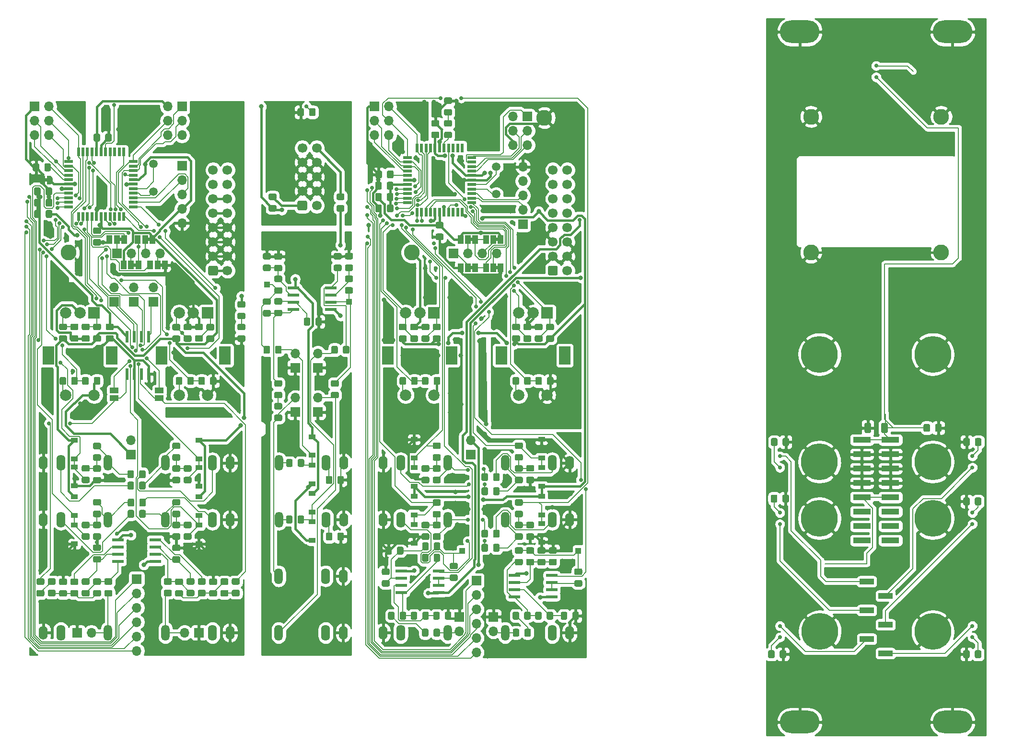
<source format=gbl>
G04 #@! TF.GenerationSoftware,KiCad,Pcbnew,(5.1.9)-1*
G04 #@! TF.CreationDate,2021-05-20T23:06:15+02:00*
G04 #@! TF.ProjectId,KicadJE_OLED_Board,4b696361-644a-4455-9f4f-4c45445f426f,Rev A*
G04 #@! TF.SameCoordinates,Original*
G04 #@! TF.FileFunction,Copper,L2,Bot*
G04 #@! TF.FilePolarity,Positive*
%FSLAX46Y46*%
G04 Gerber Fmt 4.6, Leading zero omitted, Abs format (unit mm)*
G04 Created by KiCad (PCBNEW (5.1.9)-1) date 2021-05-20 23:06:15*
%MOMM*%
%LPD*%
G01*
G04 APERTURE LIST*
G04 #@! TA.AperFunction,EtchedComponent*
%ADD10C,0.150000*%
G04 #@! TD*
G04 #@! TA.AperFunction,ComponentPad*
%ADD11C,2.800000*%
G04 #@! TD*
G04 #@! TA.AperFunction,ComponentPad*
%ADD12O,7.000000X4.000000*%
G04 #@! TD*
G04 #@! TA.AperFunction,ComponentPad*
%ADD13C,6.500000*%
G04 #@! TD*
G04 #@! TA.AperFunction,SMDPad,CuDef*
%ADD14R,2.510000X1.000000*%
G04 #@! TD*
G04 #@! TA.AperFunction,SMDPad,CuDef*
%ADD15R,3.150000X1.000000*%
G04 #@! TD*
G04 #@! TA.AperFunction,ComponentPad*
%ADD16R,1.700000X1.700000*%
G04 #@! TD*
G04 #@! TA.AperFunction,ComponentPad*
%ADD17O,1.700000X1.700000*%
G04 #@! TD*
G04 #@! TA.AperFunction,ComponentPad*
%ADD18O,1.500000X2.800000*%
G04 #@! TD*
G04 #@! TA.AperFunction,ComponentPad*
%ADD19O,1.600000X2.400000*%
G04 #@! TD*
G04 #@! TA.AperFunction,ComponentPad*
%ADD20O,1.600000X2.800000*%
G04 #@! TD*
G04 #@! TA.AperFunction,ComponentPad*
%ADD21C,1.700000*%
G04 #@! TD*
G04 #@! TA.AperFunction,ComponentPad*
%ADD22C,2.000000*%
G04 #@! TD*
G04 #@! TA.AperFunction,ComponentPad*
%ADD23R,2.000000X3.200000*%
G04 #@! TD*
G04 #@! TA.AperFunction,ComponentPad*
%ADD24R,2.000000X2.000000*%
G04 #@! TD*
G04 #@! TA.AperFunction,SMDPad,CuDef*
%ADD25R,1.500000X0.550000*%
G04 #@! TD*
G04 #@! TA.AperFunction,SMDPad,CuDef*
%ADD26R,0.550000X1.500000*%
G04 #@! TD*
G04 #@! TA.AperFunction,ComponentPad*
%ADD27C,1.500000*%
G04 #@! TD*
G04 #@! TA.AperFunction,SMDPad,CuDef*
%ADD28R,1.200000X0.900000*%
G04 #@! TD*
G04 #@! TA.AperFunction,SMDPad,CuDef*
%ADD29R,1.000000X1.500000*%
G04 #@! TD*
G04 #@! TA.AperFunction,SMDPad,CuDef*
%ADD30R,2.000000X0.550000*%
G04 #@! TD*
G04 #@! TA.AperFunction,ComponentPad*
%ADD31R,1.000000X1.000000*%
G04 #@! TD*
G04 #@! TA.AperFunction,SMDPad,CuDef*
%ADD32R,1.500000X1.000000*%
G04 #@! TD*
G04 #@! TA.AperFunction,SMDPad,CuDef*
%ADD33C,0.150000*%
G04 #@! TD*
G04 #@! TA.AperFunction,SMDPad,CuDef*
%ADD34R,0.550000X2.000000*%
G04 #@! TD*
G04 #@! TA.AperFunction,ViaPad*
%ADD35C,0.800000*%
G04 #@! TD*
G04 #@! TA.AperFunction,ViaPad*
%ADD36C,0.700000*%
G04 #@! TD*
G04 #@! TA.AperFunction,Conductor*
%ADD37C,0.400000*%
G04 #@! TD*
G04 #@! TA.AperFunction,Conductor*
%ADD38C,0.150000*%
G04 #@! TD*
G04 #@! TA.AperFunction,Conductor*
%ADD39C,0.254000*%
G04 #@! TD*
G04 APERTURE END LIST*
D10*
G36*
X179400000Y-80200000D02*
G01*
X178900000Y-80200000D01*
X178900000Y-80800000D01*
X179400000Y-80800000D01*
X179400000Y-80200000D01*
G37*
G36*
X179400000Y-75200000D02*
G01*
X178900000Y-75200000D01*
X178900000Y-75800000D01*
X179400000Y-75800000D01*
X179400000Y-75200000D01*
G37*
G36*
X183900000Y-75200000D02*
G01*
X183400000Y-75200000D01*
X183400000Y-75800000D01*
X183900000Y-75800000D01*
X183900000Y-75200000D01*
G37*
G36*
X183900000Y-80200000D02*
G01*
X183400000Y-80200000D01*
X183400000Y-80800000D01*
X183900000Y-80800000D01*
X183900000Y-80200000D01*
G37*
G36*
X117400000Y-75200000D02*
G01*
X116900000Y-75200000D01*
X116900000Y-75800000D01*
X117400000Y-75800000D01*
X117400000Y-75200000D01*
G37*
G36*
X119900000Y-79700000D02*
G01*
X119400000Y-79700000D01*
X119400000Y-80300000D01*
X119900000Y-80300000D01*
X119900000Y-79700000D01*
G37*
G36*
X122400000Y-75200000D02*
G01*
X121900000Y-75200000D01*
X121900000Y-75800000D01*
X122400000Y-75800000D01*
X122400000Y-75200000D01*
G37*
G36*
X124600000Y-79700000D02*
G01*
X124100000Y-79700000D01*
X124100000Y-80300000D01*
X124600000Y-80300000D01*
X124600000Y-79700000D01*
G37*
G36*
X104250000Y-65300000D02*
G01*
X103750000Y-65300000D01*
X103750000Y-64700000D01*
X104250000Y-64700000D01*
X104250000Y-65300000D01*
G37*
G04 #@! TA.AperFunction,SMDPad,CuDef*
G36*
G01*
X102800000Y-62299999D02*
X102800000Y-63200001D01*
G75*
G02*
X102550001Y-63450000I-249999J0D01*
G01*
X101899999Y-63450000D01*
G75*
G02*
X101650000Y-63200001I0J249999D01*
G01*
X101650000Y-62299999D01*
G75*
G02*
X101899999Y-62050000I249999J0D01*
G01*
X102550001Y-62050000D01*
G75*
G02*
X102800000Y-62299999I0J-249999D01*
G01*
G37*
G04 #@! TD.AperFunction*
G04 #@! TA.AperFunction,SMDPad,CuDef*
G36*
G01*
X104850000Y-62299999D02*
X104850000Y-63200001D01*
G75*
G02*
X104600001Y-63450000I-249999J0D01*
G01*
X103949999Y-63450000D01*
G75*
G02*
X103700000Y-63200001I0J249999D01*
G01*
X103700000Y-62299999D01*
G75*
G02*
X103949999Y-62050000I249999J0D01*
G01*
X104600001Y-62050000D01*
G75*
G02*
X104850000Y-62299999I0J-249999D01*
G01*
G37*
G04 #@! TD.AperFunction*
D11*
X108000000Y-77800000D03*
X192000000Y-54000000D03*
X168600000Y-77800000D03*
D12*
X264100000Y-38800000D03*
D13*
X260600000Y-95800000D03*
D12*
X237100000Y-38800000D03*
X237100000Y-160800000D03*
D13*
X260600000Y-114800000D03*
D12*
X264100000Y-160800000D03*
D13*
X240600000Y-114800000D03*
X240675001Y-144800000D03*
X240600000Y-124800000D03*
X240600000Y-95800000D03*
X260600000Y-144800000D03*
X260600000Y-124800000D03*
G04 #@! TA.AperFunction,SMDPad,CuDef*
G36*
G01*
X248550000Y-109450001D02*
X248550000Y-108149999D01*
G75*
G02*
X248799999Y-107900000I249999J0D01*
G01*
X249450001Y-107900000D01*
G75*
G02*
X249700000Y-108149999I0J-249999D01*
G01*
X249700000Y-109450001D01*
G75*
G02*
X249450001Y-109700000I-249999J0D01*
G01*
X248799999Y-109700000D01*
G75*
G02*
X248550000Y-109450001I0J249999D01*
G01*
G37*
G04 #@! TD.AperFunction*
G04 #@! TA.AperFunction,SMDPad,CuDef*
G36*
G01*
X251500000Y-109450001D02*
X251500000Y-108149999D01*
G75*
G02*
X251749999Y-107900000I249999J0D01*
G01*
X252400001Y-107900000D01*
G75*
G02*
X252650000Y-108149999I0J-249999D01*
G01*
X252650000Y-109450001D01*
G75*
G02*
X252400001Y-109700000I-249999J0D01*
G01*
X251749999Y-109700000D01*
G75*
G02*
X251500000Y-109450001I0J249999D01*
G01*
G37*
G04 #@! TD.AperFunction*
G04 #@! TA.AperFunction,SMDPad,CuDef*
G36*
G01*
X262175000Y-108349999D02*
X262175000Y-109250001D01*
G75*
G02*
X261925001Y-109500000I-249999J0D01*
G01*
X261274999Y-109500000D01*
G75*
G02*
X261025000Y-109250001I0J249999D01*
G01*
X261025000Y-108349999D01*
G75*
G02*
X261274999Y-108100000I249999J0D01*
G01*
X261925001Y-108100000D01*
G75*
G02*
X262175000Y-108349999I0J-249999D01*
G01*
G37*
G04 #@! TD.AperFunction*
G04 #@! TA.AperFunction,SMDPad,CuDef*
G36*
G01*
X260125000Y-108349999D02*
X260125000Y-109250001D01*
G75*
G02*
X259875001Y-109500000I-249999J0D01*
G01*
X259224999Y-109500000D01*
G75*
G02*
X258975000Y-109250001I0J249999D01*
G01*
X258975000Y-108349999D01*
G75*
G02*
X259224999Y-108100000I249999J0D01*
G01*
X259875001Y-108100000D01*
G75*
G02*
X260125000Y-108349999I0J-249999D01*
G01*
G37*
G04 #@! TD.AperFunction*
G04 #@! TA.AperFunction,SMDPad,CuDef*
G36*
G01*
X149550000Y-52549999D02*
X149550000Y-53450001D01*
G75*
G02*
X149300001Y-53700000I-249999J0D01*
G01*
X148649999Y-53700000D01*
G75*
G02*
X148400000Y-53450001I0J249999D01*
G01*
X148400000Y-52549999D01*
G75*
G02*
X148649999Y-52300000I249999J0D01*
G01*
X149300001Y-52300000D01*
G75*
G02*
X149550000Y-52549999I0J-249999D01*
G01*
G37*
G04 #@! TD.AperFunction*
G04 #@! TA.AperFunction,SMDPad,CuDef*
G36*
G01*
X151600000Y-52549999D02*
X151600000Y-53450001D01*
G75*
G02*
X151350001Y-53700000I-249999J0D01*
G01*
X150699999Y-53700000D01*
G75*
G02*
X150450000Y-53450001I0J249999D01*
G01*
X150450000Y-52549999D01*
G75*
G02*
X150699999Y-52300000I249999J0D01*
G01*
X151350001Y-52300000D01*
G75*
G02*
X151600000Y-52549999I0J-249999D01*
G01*
G37*
G04 #@! TD.AperFunction*
G04 #@! TA.AperFunction,SMDPad,CuDef*
G36*
G01*
X235225000Y-110849999D02*
X235225000Y-111750001D01*
G75*
G02*
X234975001Y-112000000I-249999J0D01*
G01*
X234324999Y-112000000D01*
G75*
G02*
X234075000Y-111750001I0J249999D01*
G01*
X234075000Y-110849999D01*
G75*
G02*
X234324999Y-110600000I249999J0D01*
G01*
X234975001Y-110600000D01*
G75*
G02*
X235225000Y-110849999I0J-249999D01*
G01*
G37*
G04 #@! TD.AperFunction*
G04 #@! TA.AperFunction,SMDPad,CuDef*
G36*
G01*
X233175000Y-110849999D02*
X233175000Y-111750001D01*
G75*
G02*
X232925001Y-112000000I-249999J0D01*
G01*
X232274999Y-112000000D01*
G75*
G02*
X232025000Y-111750001I0J249999D01*
G01*
X232025000Y-110849999D01*
G75*
G02*
X232274999Y-110600000I249999J0D01*
G01*
X232925001Y-110600000D01*
G75*
G02*
X233175000Y-110849999I0J-249999D01*
G01*
G37*
G04 #@! TD.AperFunction*
G04 #@! TA.AperFunction,SMDPad,CuDef*
G36*
G01*
X268050000Y-111750001D02*
X268050000Y-110849999D01*
G75*
G02*
X268299999Y-110600000I249999J0D01*
G01*
X268950001Y-110600000D01*
G75*
G02*
X269200000Y-110849999I0J-249999D01*
G01*
X269200000Y-111750001D01*
G75*
G02*
X268950001Y-112000000I-249999J0D01*
G01*
X268299999Y-112000000D01*
G75*
G02*
X268050000Y-111750001I0J249999D01*
G01*
G37*
G04 #@! TD.AperFunction*
G04 #@! TA.AperFunction,SMDPad,CuDef*
G36*
G01*
X266000000Y-111750001D02*
X266000000Y-110849999D01*
G75*
G02*
X266249999Y-110600000I249999J0D01*
G01*
X266900001Y-110600000D01*
G75*
G02*
X267150000Y-110849999I0J-249999D01*
G01*
X267150000Y-111750001D01*
G75*
G02*
X266900001Y-112000000I-249999J0D01*
G01*
X266249999Y-112000000D01*
G75*
G02*
X266000000Y-111750001I0J249999D01*
G01*
G37*
G04 #@! TD.AperFunction*
G04 #@! TA.AperFunction,SMDPad,CuDef*
G36*
G01*
X235200000Y-120849999D02*
X235200000Y-121750001D01*
G75*
G02*
X234950001Y-122000000I-249999J0D01*
G01*
X234299999Y-122000000D01*
G75*
G02*
X234050000Y-121750001I0J249999D01*
G01*
X234050000Y-120849999D01*
G75*
G02*
X234299999Y-120600000I249999J0D01*
G01*
X234950001Y-120600000D01*
G75*
G02*
X235200000Y-120849999I0J-249999D01*
G01*
G37*
G04 #@! TD.AperFunction*
G04 #@! TA.AperFunction,SMDPad,CuDef*
G36*
G01*
X233150000Y-120849999D02*
X233150000Y-121750001D01*
G75*
G02*
X232900001Y-122000000I-249999J0D01*
G01*
X232249999Y-122000000D01*
G75*
G02*
X232000000Y-121750001I0J249999D01*
G01*
X232000000Y-120849999D01*
G75*
G02*
X232249999Y-120600000I249999J0D01*
G01*
X232900001Y-120600000D01*
G75*
G02*
X233150000Y-120849999I0J-249999D01*
G01*
G37*
G04 #@! TD.AperFunction*
G04 #@! TA.AperFunction,SMDPad,CuDef*
G36*
G01*
X265975000Y-122250001D02*
X265975000Y-121349999D01*
G75*
G02*
X266224999Y-121100000I249999J0D01*
G01*
X266875001Y-121100000D01*
G75*
G02*
X267125000Y-121349999I0J-249999D01*
G01*
X267125000Y-122250001D01*
G75*
G02*
X266875001Y-122500000I-249999J0D01*
G01*
X266224999Y-122500000D01*
G75*
G02*
X265975000Y-122250001I0J249999D01*
G01*
G37*
G04 #@! TD.AperFunction*
G04 #@! TA.AperFunction,SMDPad,CuDef*
G36*
G01*
X268025000Y-122250001D02*
X268025000Y-121349999D01*
G75*
G02*
X268274999Y-121100000I249999J0D01*
G01*
X268925001Y-121100000D01*
G75*
G02*
X269175000Y-121349999I0J-249999D01*
G01*
X269175000Y-122250001D01*
G75*
G02*
X268925001Y-122500000I-249999J0D01*
G01*
X268274999Y-122500000D01*
G75*
G02*
X268025000Y-122250001I0J249999D01*
G01*
G37*
G04 #@! TD.AperFunction*
G04 #@! TA.AperFunction,SMDPad,CuDef*
G36*
G01*
X234725000Y-148349999D02*
X234725000Y-149250001D01*
G75*
G02*
X234475001Y-149500000I-249999J0D01*
G01*
X233824999Y-149500000D01*
G75*
G02*
X233575000Y-149250001I0J249999D01*
G01*
X233575000Y-148349999D01*
G75*
G02*
X233824999Y-148100000I249999J0D01*
G01*
X234475001Y-148100000D01*
G75*
G02*
X234725000Y-148349999I0J-249999D01*
G01*
G37*
G04 #@! TD.AperFunction*
G04 #@! TA.AperFunction,SMDPad,CuDef*
G36*
G01*
X232675000Y-148349999D02*
X232675000Y-149250001D01*
G75*
G02*
X232425001Y-149500000I-249999J0D01*
G01*
X231774999Y-149500000D01*
G75*
G02*
X231525000Y-149250001I0J249999D01*
G01*
X231525000Y-148349999D01*
G75*
G02*
X231774999Y-148100000I249999J0D01*
G01*
X232425001Y-148100000D01*
G75*
G02*
X232675000Y-148349999I0J-249999D01*
G01*
G37*
G04 #@! TD.AperFunction*
G04 #@! TA.AperFunction,SMDPad,CuDef*
G36*
G01*
X268025000Y-149250001D02*
X268025000Y-148349999D01*
G75*
G02*
X268274999Y-148100000I249999J0D01*
G01*
X268925001Y-148100000D01*
G75*
G02*
X269175000Y-148349999I0J-249999D01*
G01*
X269175000Y-149250001D01*
G75*
G02*
X268925001Y-149500000I-249999J0D01*
G01*
X268274999Y-149500000D01*
G75*
G02*
X268025000Y-149250001I0J249999D01*
G01*
G37*
G04 #@! TD.AperFunction*
G04 #@! TA.AperFunction,SMDPad,CuDef*
G36*
G01*
X265975000Y-149250001D02*
X265975000Y-148349999D01*
G75*
G02*
X266224999Y-148100000I249999J0D01*
G01*
X266875001Y-148100000D01*
G75*
G02*
X267125000Y-148349999I0J-249999D01*
G01*
X267125000Y-149250001D01*
G75*
G02*
X266875001Y-149500000I-249999J0D01*
G01*
X266224999Y-149500000D01*
G75*
G02*
X265975000Y-149250001I0J249999D01*
G01*
G37*
G04 #@! TD.AperFunction*
D14*
X252255000Y-138490000D03*
X252255000Y-143570000D03*
X252255000Y-148650000D03*
X248945000Y-135950000D03*
X248945000Y-141030000D03*
X248945000Y-146110000D03*
D15*
X253125000Y-110910000D03*
X248075000Y-110910000D03*
X253125000Y-113450000D03*
X248075000Y-113450000D03*
X253125000Y-115990000D03*
X248075000Y-115990000D03*
X253125000Y-118530000D03*
X248075000Y-118530000D03*
X253125000Y-121070000D03*
X248075000Y-121070000D03*
X253125000Y-123610000D03*
X248075000Y-123610000D03*
X253125000Y-126150000D03*
X248075000Y-126150000D03*
X253125000Y-128690000D03*
X248075000Y-128690000D03*
D11*
X239100000Y-77800000D03*
X239100000Y-53800000D03*
X262100000Y-77800000D03*
X262100000Y-53800000D03*
G04 #@! TA.AperFunction,SMDPad,CuDef*
G36*
G01*
X172299999Y-54400000D02*
X173200001Y-54400000D01*
G75*
G02*
X173450000Y-54649999I0J-249999D01*
G01*
X173450000Y-55300001D01*
G75*
G02*
X173200001Y-55550000I-249999J0D01*
G01*
X172299999Y-55550000D01*
G75*
G02*
X172050000Y-55300001I0J249999D01*
G01*
X172050000Y-54649999D01*
G75*
G02*
X172299999Y-54400000I249999J0D01*
G01*
G37*
G04 #@! TD.AperFunction*
G04 #@! TA.AperFunction,SMDPad,CuDef*
G36*
G01*
X172299999Y-56450000D02*
X173200001Y-56450000D01*
G75*
G02*
X173450000Y-56699999I0J-249999D01*
G01*
X173450000Y-57350001D01*
G75*
G02*
X173200001Y-57600000I-249999J0D01*
G01*
X172299999Y-57600000D01*
G75*
G02*
X172050000Y-57350001I0J249999D01*
G01*
X172050000Y-56699999D01*
G75*
G02*
X172299999Y-56450000I249999J0D01*
G01*
G37*
G04 #@! TD.AperFunction*
G04 #@! TA.AperFunction,SMDPad,CuDef*
G36*
G01*
X173950001Y-75600000D02*
X173049999Y-75600000D01*
G75*
G02*
X172800000Y-75350001I0J249999D01*
G01*
X172800000Y-74699999D01*
G75*
G02*
X173049999Y-74450000I249999J0D01*
G01*
X173950001Y-74450000D01*
G75*
G02*
X174200000Y-74699999I0J-249999D01*
G01*
X174200000Y-75350001D01*
G75*
G02*
X173950001Y-75600000I-249999J0D01*
G01*
G37*
G04 #@! TD.AperFunction*
G04 #@! TA.AperFunction,SMDPad,CuDef*
G36*
G01*
X173950001Y-73550000D02*
X173049999Y-73550000D01*
G75*
G02*
X172800000Y-73300001I0J249999D01*
G01*
X172800000Y-72649999D01*
G75*
G02*
X173049999Y-72400000I249999J0D01*
G01*
X173950001Y-72400000D01*
G75*
G02*
X174200000Y-72649999I0J-249999D01*
G01*
X174200000Y-73300001D01*
G75*
G02*
X173950001Y-73550000I-249999J0D01*
G01*
G37*
G04 #@! TD.AperFunction*
G04 #@! TA.AperFunction,SMDPad,CuDef*
G36*
G01*
X164175000Y-66450001D02*
X164175000Y-65549999D01*
G75*
G02*
X164424999Y-65300000I249999J0D01*
G01*
X165075001Y-65300000D01*
G75*
G02*
X165325000Y-65549999I0J-249999D01*
G01*
X165325000Y-66450001D01*
G75*
G02*
X165075001Y-66700000I-249999J0D01*
G01*
X164424999Y-66700000D01*
G75*
G02*
X164175000Y-66450001I0J249999D01*
G01*
G37*
G04 #@! TD.AperFunction*
G04 #@! TA.AperFunction,SMDPad,CuDef*
G36*
G01*
X162125000Y-66450001D02*
X162125000Y-65549999D01*
G75*
G02*
X162374999Y-65300000I249999J0D01*
G01*
X163025001Y-65300000D01*
G75*
G02*
X163275000Y-65549999I0J-249999D01*
G01*
X163275000Y-66450001D01*
G75*
G02*
X163025001Y-66700000I-249999J0D01*
G01*
X162374999Y-66700000D01*
G75*
G02*
X162125000Y-66450001I0J249999D01*
G01*
G37*
G04 #@! TD.AperFunction*
G04 #@! TA.AperFunction,SMDPad,CuDef*
G36*
G01*
X165375000Y-63549999D02*
X165375000Y-64450001D01*
G75*
G02*
X165125001Y-64700000I-249999J0D01*
G01*
X164474999Y-64700000D01*
G75*
G02*
X164225000Y-64450001I0J249999D01*
G01*
X164225000Y-63549999D01*
G75*
G02*
X164474999Y-63300000I249999J0D01*
G01*
X165125001Y-63300000D01*
G75*
G02*
X165375000Y-63549999I0J-249999D01*
G01*
G37*
G04 #@! TD.AperFunction*
G04 #@! TA.AperFunction,SMDPad,CuDef*
G36*
G01*
X163325000Y-63549999D02*
X163325000Y-64450001D01*
G75*
G02*
X163075001Y-64700000I-249999J0D01*
G01*
X162424999Y-64700000D01*
G75*
G02*
X162175000Y-64450001I0J249999D01*
G01*
X162175000Y-63549999D01*
G75*
G02*
X162424999Y-63300000I249999J0D01*
G01*
X163075001Y-63300000D01*
G75*
G02*
X163325000Y-63549999I0J-249999D01*
G01*
G37*
G04 #@! TD.AperFunction*
G04 #@! TA.AperFunction,SMDPad,CuDef*
G36*
G01*
X174549999Y-50400000D02*
X175450001Y-50400000D01*
G75*
G02*
X175700000Y-50649999I0J-249999D01*
G01*
X175700000Y-51300001D01*
G75*
G02*
X175450001Y-51550000I-249999J0D01*
G01*
X174549999Y-51550000D01*
G75*
G02*
X174300000Y-51300001I0J249999D01*
G01*
X174300000Y-50649999D01*
G75*
G02*
X174549999Y-50400000I249999J0D01*
G01*
G37*
G04 #@! TD.AperFunction*
G04 #@! TA.AperFunction,SMDPad,CuDef*
G36*
G01*
X174549999Y-52450000D02*
X175450001Y-52450000D01*
G75*
G02*
X175700000Y-52699999I0J-249999D01*
G01*
X175700000Y-53350001D01*
G75*
G02*
X175450001Y-53600000I-249999J0D01*
G01*
X174549999Y-53600000D01*
G75*
G02*
X174300000Y-53350001I0J249999D01*
G01*
X174300000Y-52699999D01*
G75*
G02*
X174549999Y-52450000I249999J0D01*
G01*
G37*
G04 #@! TD.AperFunction*
D16*
X176000000Y-78000000D03*
D17*
X178540000Y-78000000D03*
X181080000Y-78000000D03*
X183620000Y-78000000D03*
D18*
X174920000Y-115000000D03*
D19*
X163520000Y-115000000D03*
D20*
X166620000Y-115000000D03*
X193380000Y-115000000D03*
D19*
X196480000Y-115000000D03*
D18*
X185080000Y-115000000D03*
D20*
X166620000Y-125000000D03*
D19*
X163520000Y-125000000D03*
D18*
X174920000Y-125000000D03*
D20*
X193380000Y-125000000D03*
D19*
X196480000Y-125000000D03*
D18*
X185080000Y-125000000D03*
D17*
X180000000Y-148500000D03*
X180000000Y-145960000D03*
X180000000Y-143420000D03*
X180000000Y-140880000D03*
X180000000Y-138340000D03*
D16*
X180000000Y-135800000D03*
X179000000Y-113500000D03*
D17*
X179000000Y-110960000D03*
X183000000Y-144740000D03*
D16*
X183000000Y-142200000D03*
X177000000Y-142200000D03*
D17*
X177000000Y-144740000D03*
D18*
X174920000Y-145000000D03*
D19*
X163520000Y-145000000D03*
D20*
X166620000Y-145000000D03*
X193380000Y-145000000D03*
D19*
X196480000Y-145000000D03*
D18*
X185080000Y-145000000D03*
D16*
X189000000Y-53750000D03*
D17*
X186460000Y-53750000D03*
X189000000Y-56290000D03*
X186460000Y-56290000D03*
X189000000Y-58830000D03*
X186460000Y-58830000D03*
G04 #@! TA.AperFunction,ComponentPad*
G36*
G01*
X192650000Y-81600000D02*
X192650000Y-80400000D01*
G75*
G02*
X192900000Y-80150000I250000J0D01*
G01*
X194100000Y-80150000D01*
G75*
G02*
X194350000Y-80400000I0J-250000D01*
G01*
X194350000Y-81600000D01*
G75*
G02*
X194100000Y-81850000I-250000J0D01*
G01*
X192900000Y-81850000D01*
G75*
G02*
X192650000Y-81600000I0J250000D01*
G01*
G37*
G04 #@! TD.AperFunction*
D21*
X193500000Y-78460000D03*
X193500000Y-75920000D03*
X193500000Y-73380000D03*
X193500000Y-70840000D03*
X193500000Y-68300000D03*
X193500000Y-65760000D03*
X193500000Y-63220000D03*
X196040000Y-81000000D03*
X196040000Y-78460000D03*
X196040000Y-75920000D03*
X196040000Y-73380000D03*
X196040000Y-70840000D03*
X196040000Y-68300000D03*
X196040000Y-65760000D03*
X196040000Y-63220000D03*
G04 #@! TA.AperFunction,SMDPad,CuDef*
G36*
G01*
X165325000Y-67549999D02*
X165325000Y-68450001D01*
G75*
G02*
X165075001Y-68700000I-249999J0D01*
G01*
X164424999Y-68700000D01*
G75*
G02*
X164175000Y-68450001I0J249999D01*
G01*
X164175000Y-67549999D01*
G75*
G02*
X164424999Y-67300000I249999J0D01*
G01*
X165075001Y-67300000D01*
G75*
G02*
X165325000Y-67549999I0J-249999D01*
G01*
G37*
G04 #@! TD.AperFunction*
G04 #@! TA.AperFunction,SMDPad,CuDef*
G36*
G01*
X163275000Y-67549999D02*
X163275000Y-68450001D01*
G75*
G02*
X163025001Y-68700000I-249999J0D01*
G01*
X162374999Y-68700000D01*
G75*
G02*
X162125000Y-68450001I0J249999D01*
G01*
X162125000Y-67549999D01*
G75*
G02*
X162374999Y-67300000I249999J0D01*
G01*
X163025001Y-67300000D01*
G75*
G02*
X163275000Y-67549999I0J-249999D01*
G01*
G37*
G04 #@! TD.AperFunction*
G04 #@! TA.AperFunction,SMDPad,CuDef*
G36*
G01*
X174549999Y-54400000D02*
X175450001Y-54400000D01*
G75*
G02*
X175700000Y-54649999I0J-249999D01*
G01*
X175700000Y-55300001D01*
G75*
G02*
X175450001Y-55550000I-249999J0D01*
G01*
X174549999Y-55550000D01*
G75*
G02*
X174300000Y-55300001I0J249999D01*
G01*
X174300000Y-54649999D01*
G75*
G02*
X174549999Y-54400000I249999J0D01*
G01*
G37*
G04 #@! TD.AperFunction*
G04 #@! TA.AperFunction,SMDPad,CuDef*
G36*
G01*
X174549999Y-56450000D02*
X175450001Y-56450000D01*
G75*
G02*
X175700000Y-56699999I0J-249999D01*
G01*
X175700000Y-57350001D01*
G75*
G02*
X175450001Y-57600000I-249999J0D01*
G01*
X174549999Y-57600000D01*
G75*
G02*
X174300000Y-57350001I0J249999D01*
G01*
X174300000Y-56699999D01*
G75*
G02*
X174549999Y-56450000I249999J0D01*
G01*
G37*
G04 #@! TD.AperFunction*
G04 #@! TA.AperFunction,SMDPad,CuDef*
G36*
G01*
X165350000Y-69549999D02*
X165350000Y-70450001D01*
G75*
G02*
X165100001Y-70700000I-249999J0D01*
G01*
X164449999Y-70700000D01*
G75*
G02*
X164200000Y-70450001I0J249999D01*
G01*
X164200000Y-69549999D01*
G75*
G02*
X164449999Y-69300000I249999J0D01*
G01*
X165100001Y-69300000D01*
G75*
G02*
X165350000Y-69549999I0J-249999D01*
G01*
G37*
G04 #@! TD.AperFunction*
G04 #@! TA.AperFunction,SMDPad,CuDef*
G36*
G01*
X163300000Y-69549999D02*
X163300000Y-70450001D01*
G75*
G02*
X163050001Y-70700000I-249999J0D01*
G01*
X162399999Y-70700000D01*
G75*
G02*
X162150000Y-70450001I0J249999D01*
G01*
X162150000Y-69549999D01*
G75*
G02*
X162399999Y-69300000I249999J0D01*
G01*
X163050001Y-69300000D01*
G75*
G02*
X163300000Y-69549999I0J-249999D01*
G01*
G37*
G04 #@! TD.AperFunction*
D22*
X167500000Y-103000000D03*
X172500000Y-103000000D03*
D23*
X164400000Y-96000000D03*
X175600000Y-96000000D03*
D22*
X167500000Y-88500000D03*
X170000000Y-88500000D03*
D24*
X172500000Y-88500000D03*
D25*
X179200000Y-61000000D03*
X179200000Y-61800000D03*
X179200000Y-62600000D03*
X179200000Y-63400000D03*
X179200000Y-64200000D03*
X179200000Y-65000000D03*
X179200000Y-65800000D03*
X179200000Y-66600000D03*
X179200000Y-67400000D03*
X179200000Y-68200000D03*
X179200000Y-69000000D03*
D26*
X177500000Y-70700000D03*
X176700000Y-70700000D03*
X175900000Y-70700000D03*
X175100000Y-70700000D03*
X174300000Y-70700000D03*
X173500000Y-70700000D03*
X172700000Y-70700000D03*
X171900000Y-70700000D03*
X171100000Y-70700000D03*
X170300000Y-70700000D03*
X169500000Y-70700000D03*
D25*
X167800000Y-69000000D03*
X167800000Y-68200000D03*
X167800000Y-67400000D03*
X167800000Y-66600000D03*
X167800000Y-65800000D03*
X167800000Y-65000000D03*
X167800000Y-64200000D03*
X167800000Y-63400000D03*
X167800000Y-62600000D03*
X167800000Y-61800000D03*
X167800000Y-61000000D03*
D26*
X169500000Y-59300000D03*
X170300000Y-59300000D03*
X171100000Y-59300000D03*
X171900000Y-59300000D03*
X172700000Y-59300000D03*
X173500000Y-59300000D03*
X174300000Y-59300000D03*
X175100000Y-59300000D03*
X175900000Y-59300000D03*
X176700000Y-59300000D03*
X177500000Y-59300000D03*
D27*
X183500000Y-67500000D03*
X183500000Y-62620000D03*
G04 #@! TA.AperFunction,SMDPad,CuDef*
G36*
G01*
X173450001Y-112550000D02*
X172549999Y-112550000D01*
G75*
G02*
X172300000Y-112300001I0J249999D01*
G01*
X172300000Y-111649999D01*
G75*
G02*
X172549999Y-111400000I249999J0D01*
G01*
X173450001Y-111400000D01*
G75*
G02*
X173700000Y-111649999I0J-249999D01*
G01*
X173700000Y-112300001D01*
G75*
G02*
X173450001Y-112550000I-249999J0D01*
G01*
G37*
G04 #@! TD.AperFunction*
G04 #@! TA.AperFunction,SMDPad,CuDef*
G36*
G01*
X173450001Y-114600000D02*
X172549999Y-114600000D01*
G75*
G02*
X172300000Y-114350001I0J249999D01*
G01*
X172300000Y-113699999D01*
G75*
G02*
X172549999Y-113450000I249999J0D01*
G01*
X173450001Y-113450000D01*
G75*
G02*
X173700000Y-113699999I0J-249999D01*
G01*
X173700000Y-114350001D01*
G75*
G02*
X173450001Y-114600000I-249999J0D01*
G01*
G37*
G04 #@! TD.AperFunction*
G04 #@! TA.AperFunction,SMDPad,CuDef*
G36*
G01*
X187950001Y-114575000D02*
X187049999Y-114575000D01*
G75*
G02*
X186800000Y-114325001I0J249999D01*
G01*
X186800000Y-113674999D01*
G75*
G02*
X187049999Y-113425000I249999J0D01*
G01*
X187950001Y-113425000D01*
G75*
G02*
X188200000Y-113674999I0J-249999D01*
G01*
X188200000Y-114325001D01*
G75*
G02*
X187950001Y-114575000I-249999J0D01*
G01*
G37*
G04 #@! TD.AperFunction*
G04 #@! TA.AperFunction,SMDPad,CuDef*
G36*
G01*
X187950001Y-112525000D02*
X187049999Y-112525000D01*
G75*
G02*
X186800000Y-112275001I0J249999D01*
G01*
X186800000Y-111624999D01*
G75*
G02*
X187049999Y-111375000I249999J0D01*
G01*
X187950001Y-111375000D01*
G75*
G02*
X188200000Y-111624999I0J-249999D01*
G01*
X188200000Y-112275001D01*
G75*
G02*
X187950001Y-112525000I-249999J0D01*
G01*
G37*
G04 #@! TD.AperFunction*
G04 #@! TA.AperFunction,SMDPad,CuDef*
G36*
G01*
X169450001Y-91550000D02*
X168549999Y-91550000D01*
G75*
G02*
X168300000Y-91300001I0J249999D01*
G01*
X168300000Y-90649999D01*
G75*
G02*
X168549999Y-90400000I249999J0D01*
G01*
X169450001Y-90400000D01*
G75*
G02*
X169700000Y-90649999I0J-249999D01*
G01*
X169700000Y-91300001D01*
G75*
G02*
X169450001Y-91550000I-249999J0D01*
G01*
G37*
G04 #@! TD.AperFunction*
G04 #@! TA.AperFunction,SMDPad,CuDef*
G36*
G01*
X169450001Y-93600000D02*
X168549999Y-93600000D01*
G75*
G02*
X168300000Y-93350001I0J249999D01*
G01*
X168300000Y-92699999D01*
G75*
G02*
X168549999Y-92450000I249999J0D01*
G01*
X169450001Y-92450000D01*
G75*
G02*
X169700000Y-92699999I0J-249999D01*
G01*
X169700000Y-93350001D01*
G75*
G02*
X169450001Y-93600000I-249999J0D01*
G01*
G37*
G04 #@! TD.AperFunction*
G04 #@! TA.AperFunction,SMDPad,CuDef*
G36*
G01*
X171450001Y-93600000D02*
X170549999Y-93600000D01*
G75*
G02*
X170300000Y-93350001I0J249999D01*
G01*
X170300000Y-92699999D01*
G75*
G02*
X170549999Y-92450000I249999J0D01*
G01*
X171450001Y-92450000D01*
G75*
G02*
X171700000Y-92699999I0J-249999D01*
G01*
X171700000Y-93350001D01*
G75*
G02*
X171450001Y-93600000I-249999J0D01*
G01*
G37*
G04 #@! TD.AperFunction*
G04 #@! TA.AperFunction,SMDPad,CuDef*
G36*
G01*
X171450001Y-91550000D02*
X170549999Y-91550000D01*
G75*
G02*
X170300000Y-91300001I0J249999D01*
G01*
X170300000Y-90649999D01*
G75*
G02*
X170549999Y-90400000I249999J0D01*
G01*
X171450001Y-90400000D01*
G75*
G02*
X171700000Y-90649999I0J-249999D01*
G01*
X171700000Y-91300001D01*
G75*
G02*
X171450001Y-91550000I-249999J0D01*
G01*
G37*
G04 #@! TD.AperFunction*
G04 #@! TA.AperFunction,SMDPad,CuDef*
G36*
G01*
X172450000Y-100950001D02*
X172450000Y-100049999D01*
G75*
G02*
X172699999Y-99800000I249999J0D01*
G01*
X173350001Y-99800000D01*
G75*
G02*
X173600000Y-100049999I0J-249999D01*
G01*
X173600000Y-100950001D01*
G75*
G02*
X173350001Y-101200000I-249999J0D01*
G01*
X172699999Y-101200000D01*
G75*
G02*
X172450000Y-100950001I0J249999D01*
G01*
G37*
G04 #@! TD.AperFunction*
G04 #@! TA.AperFunction,SMDPad,CuDef*
G36*
G01*
X170400000Y-100950001D02*
X170400000Y-100049999D01*
G75*
G02*
X170649999Y-99800000I249999J0D01*
G01*
X171300001Y-99800000D01*
G75*
G02*
X171550000Y-100049999I0J-249999D01*
G01*
X171550000Y-100950001D01*
G75*
G02*
X171300001Y-101200000I-249999J0D01*
G01*
X170649999Y-101200000D01*
G75*
G02*
X170400000Y-100950001I0J249999D01*
G01*
G37*
G04 #@! TD.AperFunction*
D28*
X169000000Y-124150000D03*
X169000000Y-120850000D03*
X169000000Y-125850000D03*
X169000000Y-129150000D03*
X191500000Y-124150000D03*
X191500000Y-120850000D03*
X191500000Y-125700000D03*
X191500000Y-129000000D03*
X169000000Y-119150000D03*
X169000000Y-115850000D03*
X169000000Y-110850000D03*
X169000000Y-114150000D03*
X191500000Y-119150000D03*
X191500000Y-115850000D03*
X191500000Y-110850000D03*
X191500000Y-114150000D03*
D29*
X179800000Y-80500000D03*
X177200000Y-80500000D03*
X178500000Y-80500000D03*
X178500000Y-75500000D03*
X177200000Y-75500000D03*
X179800000Y-75500000D03*
X183000000Y-75500000D03*
X181700000Y-75500000D03*
X184300000Y-75500000D03*
X184300000Y-80500000D03*
X181700000Y-80500000D03*
X183000000Y-80500000D03*
G04 #@! TA.AperFunction,SMDPad,CuDef*
G36*
G01*
X180900000Y-127950001D02*
X180900000Y-127049999D01*
G75*
G02*
X181149999Y-126800000I249999J0D01*
G01*
X181800001Y-126800000D01*
G75*
G02*
X182050000Y-127049999I0J-249999D01*
G01*
X182050000Y-127950001D01*
G75*
G02*
X181800001Y-128200000I-249999J0D01*
G01*
X181149999Y-128200000D01*
G75*
G02*
X180900000Y-127950001I0J249999D01*
G01*
G37*
G04 #@! TD.AperFunction*
G04 #@! TA.AperFunction,SMDPad,CuDef*
G36*
G01*
X182950000Y-127950001D02*
X182950000Y-127049999D01*
G75*
G02*
X183199999Y-126800000I249999J0D01*
G01*
X183850001Y-126800000D01*
G75*
G02*
X184100000Y-127049999I0J-249999D01*
G01*
X184100000Y-127950001D01*
G75*
G02*
X183850001Y-128200000I-249999J0D01*
G01*
X183199999Y-128200000D01*
G75*
G02*
X182950000Y-127950001I0J249999D01*
G01*
G37*
G04 #@! TD.AperFunction*
G04 #@! TA.AperFunction,SMDPad,CuDef*
G36*
G01*
X184100000Y-119549999D02*
X184100000Y-120450001D01*
G75*
G02*
X183850001Y-120700000I-249999J0D01*
G01*
X183199999Y-120700000D01*
G75*
G02*
X182950000Y-120450001I0J249999D01*
G01*
X182950000Y-119549999D01*
G75*
G02*
X183199999Y-119300000I249999J0D01*
G01*
X183850001Y-119300000D01*
G75*
G02*
X184100000Y-119549999I0J-249999D01*
G01*
G37*
G04 #@! TD.AperFunction*
G04 #@! TA.AperFunction,SMDPad,CuDef*
G36*
G01*
X182050000Y-119549999D02*
X182050000Y-120450001D01*
G75*
G02*
X181800001Y-120700000I-249999J0D01*
G01*
X181149999Y-120700000D01*
G75*
G02*
X180900000Y-120450001I0J249999D01*
G01*
X180900000Y-119549999D01*
G75*
G02*
X181149999Y-119300000I249999J0D01*
G01*
X181800001Y-119300000D01*
G75*
G02*
X182050000Y-119549999I0J-249999D01*
G01*
G37*
G04 #@! TD.AperFunction*
G04 #@! TA.AperFunction,SMDPad,CuDef*
G36*
G01*
X180900000Y-117950001D02*
X180900000Y-117049999D01*
G75*
G02*
X181149999Y-116800000I249999J0D01*
G01*
X181800001Y-116800000D01*
G75*
G02*
X182050000Y-117049999I0J-249999D01*
G01*
X182050000Y-117950001D01*
G75*
G02*
X181800001Y-118200000I-249999J0D01*
G01*
X181149999Y-118200000D01*
G75*
G02*
X180900000Y-117950001I0J249999D01*
G01*
G37*
G04 #@! TD.AperFunction*
G04 #@! TA.AperFunction,SMDPad,CuDef*
G36*
G01*
X182950000Y-117950001D02*
X182950000Y-117049999D01*
G75*
G02*
X183199999Y-116800000I249999J0D01*
G01*
X183850001Y-116800000D01*
G75*
G02*
X184100000Y-117049999I0J-249999D01*
G01*
X184100000Y-117950001D01*
G75*
G02*
X183850001Y-118200000I-249999J0D01*
G01*
X183199999Y-118200000D01*
G75*
G02*
X182950000Y-117950001I0J249999D01*
G01*
G37*
G04 #@! TD.AperFunction*
G04 #@! TA.AperFunction,SMDPad,CuDef*
G36*
G01*
X182050000Y-129549999D02*
X182050000Y-130450001D01*
G75*
G02*
X181800001Y-130700000I-249999J0D01*
G01*
X181149999Y-130700000D01*
G75*
G02*
X180900000Y-130450001I0J249999D01*
G01*
X180900000Y-129549999D01*
G75*
G02*
X181149999Y-129300000I249999J0D01*
G01*
X181800001Y-129300000D01*
G75*
G02*
X182050000Y-129549999I0J-249999D01*
G01*
G37*
G04 #@! TD.AperFunction*
G04 #@! TA.AperFunction,SMDPad,CuDef*
G36*
G01*
X184100000Y-129549999D02*
X184100000Y-130450001D01*
G75*
G02*
X183850001Y-130700000I-249999J0D01*
G01*
X183199999Y-130700000D01*
G75*
G02*
X182950000Y-130450001I0J249999D01*
G01*
X182950000Y-129549999D01*
G75*
G02*
X183199999Y-129300000I249999J0D01*
G01*
X183850001Y-129300000D01*
G75*
G02*
X184100000Y-129549999I0J-249999D01*
G01*
G37*
G04 #@! TD.AperFunction*
G04 #@! TA.AperFunction,SMDPad,CuDef*
G36*
G01*
X198450001Y-136850000D02*
X197549999Y-136850000D01*
G75*
G02*
X197300000Y-136600001I0J249999D01*
G01*
X197300000Y-135949999D01*
G75*
G02*
X197549999Y-135700000I249999J0D01*
G01*
X198450001Y-135700000D01*
G75*
G02*
X198700000Y-135949999I0J-249999D01*
G01*
X198700000Y-136600001D01*
G75*
G02*
X198450001Y-136850000I-249999J0D01*
G01*
G37*
G04 #@! TD.AperFunction*
G04 #@! TA.AperFunction,SMDPad,CuDef*
G36*
G01*
X198450001Y-134800000D02*
X197549999Y-134800000D01*
G75*
G02*
X197300000Y-134550001I0J249999D01*
G01*
X197300000Y-133899999D01*
G75*
G02*
X197549999Y-133650000I249999J0D01*
G01*
X198450001Y-133650000D01*
G75*
G02*
X198700000Y-133899999I0J-249999D01*
G01*
X198700000Y-134550001D01*
G75*
G02*
X198450001Y-134800000I-249999J0D01*
G01*
G37*
G04 #@! TD.AperFunction*
G04 #@! TA.AperFunction,SMDPad,CuDef*
G36*
G01*
X173450001Y-116550000D02*
X172549999Y-116550000D01*
G75*
G02*
X172300000Y-116300001I0J249999D01*
G01*
X172300000Y-115649999D01*
G75*
G02*
X172549999Y-115400000I249999J0D01*
G01*
X173450001Y-115400000D01*
G75*
G02*
X173700000Y-115649999I0J-249999D01*
G01*
X173700000Y-116300001D01*
G75*
G02*
X173450001Y-116550000I-249999J0D01*
G01*
G37*
G04 #@! TD.AperFunction*
G04 #@! TA.AperFunction,SMDPad,CuDef*
G36*
G01*
X173450001Y-118600000D02*
X172549999Y-118600000D01*
G75*
G02*
X172300000Y-118350001I0J249999D01*
G01*
X172300000Y-117699999D01*
G75*
G02*
X172549999Y-117450000I249999J0D01*
G01*
X173450001Y-117450000D01*
G75*
G02*
X173700000Y-117699999I0J-249999D01*
G01*
X173700000Y-118350001D01*
G75*
G02*
X173450001Y-118600000I-249999J0D01*
G01*
G37*
G04 #@! TD.AperFunction*
G04 #@! TA.AperFunction,SMDPad,CuDef*
G36*
G01*
X187950001Y-118600000D02*
X187049999Y-118600000D01*
G75*
G02*
X186800000Y-118350001I0J249999D01*
G01*
X186800000Y-117699999D01*
G75*
G02*
X187049999Y-117450000I249999J0D01*
G01*
X187950001Y-117450000D01*
G75*
G02*
X188200000Y-117699999I0J-249999D01*
G01*
X188200000Y-118350001D01*
G75*
G02*
X187950001Y-118600000I-249999J0D01*
G01*
G37*
G04 #@! TD.AperFunction*
G04 #@! TA.AperFunction,SMDPad,CuDef*
G36*
G01*
X187950001Y-116550000D02*
X187049999Y-116550000D01*
G75*
G02*
X186800000Y-116300001I0J249999D01*
G01*
X186800000Y-115649999D01*
G75*
G02*
X187049999Y-115400000I249999J0D01*
G01*
X187950001Y-115400000D01*
G75*
G02*
X188200000Y-115649999I0J-249999D01*
G01*
X188200000Y-116300001D01*
G75*
G02*
X187950001Y-116550000I-249999J0D01*
G01*
G37*
G04 #@! TD.AperFunction*
G04 #@! TA.AperFunction,SMDPad,CuDef*
G36*
G01*
X176450001Y-133800000D02*
X175549999Y-133800000D01*
G75*
G02*
X175300000Y-133550001I0J249999D01*
G01*
X175300000Y-132899999D01*
G75*
G02*
X175549999Y-132650000I249999J0D01*
G01*
X176450001Y-132650000D01*
G75*
G02*
X176700000Y-132899999I0J-249999D01*
G01*
X176700000Y-133550001D01*
G75*
G02*
X176450001Y-133800000I-249999J0D01*
G01*
G37*
G04 #@! TD.AperFunction*
G04 #@! TA.AperFunction,SMDPad,CuDef*
G36*
G01*
X176450001Y-135850000D02*
X175549999Y-135850000D01*
G75*
G02*
X175300000Y-135600001I0J249999D01*
G01*
X175300000Y-134949999D01*
G75*
G02*
X175549999Y-134700000I249999J0D01*
G01*
X176450001Y-134700000D01*
G75*
G02*
X176700000Y-134949999I0J-249999D01*
G01*
X176700000Y-135600001D01*
G75*
G02*
X176450001Y-135850000I-249999J0D01*
G01*
G37*
G04 #@! TD.AperFunction*
G04 #@! TA.AperFunction,SMDPad,CuDef*
G36*
G01*
X170549999Y-115400000D02*
X171450001Y-115400000D01*
G75*
G02*
X171700000Y-115649999I0J-249999D01*
G01*
X171700000Y-116300001D01*
G75*
G02*
X171450001Y-116550000I-249999J0D01*
G01*
X170549999Y-116550000D01*
G75*
G02*
X170300000Y-116300001I0J249999D01*
G01*
X170300000Y-115649999D01*
G75*
G02*
X170549999Y-115400000I249999J0D01*
G01*
G37*
G04 #@! TD.AperFunction*
G04 #@! TA.AperFunction,SMDPad,CuDef*
G36*
G01*
X170549999Y-117450000D02*
X171450001Y-117450000D01*
G75*
G02*
X171700000Y-117699999I0J-249999D01*
G01*
X171700000Y-118350001D01*
G75*
G02*
X171450001Y-118600000I-249999J0D01*
G01*
X170549999Y-118600000D01*
G75*
G02*
X170300000Y-118350001I0J249999D01*
G01*
X170300000Y-117699999D01*
G75*
G02*
X170549999Y-117450000I249999J0D01*
G01*
G37*
G04 #@! TD.AperFunction*
G04 #@! TA.AperFunction,SMDPad,CuDef*
G36*
G01*
X189049999Y-117425000D02*
X189950001Y-117425000D01*
G75*
G02*
X190200000Y-117674999I0J-249999D01*
G01*
X190200000Y-118325001D01*
G75*
G02*
X189950001Y-118575000I-249999J0D01*
G01*
X189049999Y-118575000D01*
G75*
G02*
X188800000Y-118325001I0J249999D01*
G01*
X188800000Y-117674999D01*
G75*
G02*
X189049999Y-117425000I249999J0D01*
G01*
G37*
G04 #@! TD.AperFunction*
G04 #@! TA.AperFunction,SMDPad,CuDef*
G36*
G01*
X189049999Y-115375000D02*
X189950001Y-115375000D01*
G75*
G02*
X190200000Y-115624999I0J-249999D01*
G01*
X190200000Y-116275001D01*
G75*
G02*
X189950001Y-116525000I-249999J0D01*
G01*
X189049999Y-116525000D01*
G75*
G02*
X188800000Y-116275001I0J249999D01*
G01*
X188800000Y-115624999D01*
G75*
G02*
X189049999Y-115375000I249999J0D01*
G01*
G37*
G04 #@! TD.AperFunction*
G04 #@! TA.AperFunction,SMDPad,CuDef*
G36*
G01*
X173450001Y-126550000D02*
X172549999Y-126550000D01*
G75*
G02*
X172300000Y-126300001I0J249999D01*
G01*
X172300000Y-125649999D01*
G75*
G02*
X172549999Y-125400000I249999J0D01*
G01*
X173450001Y-125400000D01*
G75*
G02*
X173700000Y-125649999I0J-249999D01*
G01*
X173700000Y-126300001D01*
G75*
G02*
X173450001Y-126550000I-249999J0D01*
G01*
G37*
G04 #@! TD.AperFunction*
G04 #@! TA.AperFunction,SMDPad,CuDef*
G36*
G01*
X173450001Y-128600000D02*
X172549999Y-128600000D01*
G75*
G02*
X172300000Y-128350001I0J249999D01*
G01*
X172300000Y-127699999D01*
G75*
G02*
X172549999Y-127450000I249999J0D01*
G01*
X173450001Y-127450000D01*
G75*
G02*
X173700000Y-127699999I0J-249999D01*
G01*
X173700000Y-128350001D01*
G75*
G02*
X173450001Y-128600000I-249999J0D01*
G01*
G37*
G04 #@! TD.AperFunction*
G04 #@! TA.AperFunction,SMDPad,CuDef*
G36*
G01*
X187950001Y-128600000D02*
X187049999Y-128600000D01*
G75*
G02*
X186800000Y-128350001I0J249999D01*
G01*
X186800000Y-127699999D01*
G75*
G02*
X187049999Y-127450000I249999J0D01*
G01*
X187950001Y-127450000D01*
G75*
G02*
X188200000Y-127699999I0J-249999D01*
G01*
X188200000Y-128350001D01*
G75*
G02*
X187950001Y-128600000I-249999J0D01*
G01*
G37*
G04 #@! TD.AperFunction*
G04 #@! TA.AperFunction,SMDPad,CuDef*
G36*
G01*
X187950001Y-126550000D02*
X187049999Y-126550000D01*
G75*
G02*
X186800000Y-126300001I0J249999D01*
G01*
X186800000Y-125649999D01*
G75*
G02*
X187049999Y-125400000I249999J0D01*
G01*
X187950001Y-125400000D01*
G75*
G02*
X188200000Y-125649999I0J-249999D01*
G01*
X188200000Y-126300001D01*
G75*
G02*
X187950001Y-126550000I-249999J0D01*
G01*
G37*
G04 #@! TD.AperFunction*
G04 #@! TA.AperFunction,SMDPad,CuDef*
G36*
G01*
X165075000Y-130049999D02*
X165075000Y-130950001D01*
G75*
G02*
X164825001Y-131200000I-249999J0D01*
G01*
X164174999Y-131200000D01*
G75*
G02*
X163925000Y-130950001I0J249999D01*
G01*
X163925000Y-130049999D01*
G75*
G02*
X164174999Y-129800000I249999J0D01*
G01*
X164825001Y-129800000D01*
G75*
G02*
X165075000Y-130049999I0J-249999D01*
G01*
G37*
G04 #@! TD.AperFunction*
G04 #@! TA.AperFunction,SMDPad,CuDef*
G36*
G01*
X167125000Y-130049999D02*
X167125000Y-130950001D01*
G75*
G02*
X166875001Y-131200000I-249999J0D01*
G01*
X166224999Y-131200000D01*
G75*
G02*
X165975000Y-130950001I0J249999D01*
G01*
X165975000Y-130049999D01*
G75*
G02*
X166224999Y-129800000I249999J0D01*
G01*
X166875001Y-129800000D01*
G75*
G02*
X167125000Y-130049999I0J-249999D01*
G01*
G37*
G04 #@! TD.AperFunction*
G04 #@! TA.AperFunction,SMDPad,CuDef*
G36*
G01*
X172375000Y-142450001D02*
X172375000Y-141549999D01*
G75*
G02*
X172624999Y-141300000I249999J0D01*
G01*
X173275001Y-141300000D01*
G75*
G02*
X173525000Y-141549999I0J-249999D01*
G01*
X173525000Y-142450001D01*
G75*
G02*
X173275001Y-142700000I-249999J0D01*
G01*
X172624999Y-142700000D01*
G75*
G02*
X172375000Y-142450001I0J249999D01*
G01*
G37*
G04 #@! TD.AperFunction*
G04 #@! TA.AperFunction,SMDPad,CuDef*
G36*
G01*
X174425000Y-142450001D02*
X174425000Y-141549999D01*
G75*
G02*
X174674999Y-141300000I249999J0D01*
G01*
X175325001Y-141300000D01*
G75*
G02*
X175575000Y-141549999I0J-249999D01*
G01*
X175575000Y-142450001D01*
G75*
G02*
X175325001Y-142700000I-249999J0D01*
G01*
X174674999Y-142700000D01*
G75*
G02*
X174425000Y-142450001I0J249999D01*
G01*
G37*
G04 #@! TD.AperFunction*
G04 #@! TA.AperFunction,SMDPad,CuDef*
G36*
G01*
X191950001Y-133100000D02*
X191049999Y-133100000D01*
G75*
G02*
X190800000Y-132850001I0J249999D01*
G01*
X190800000Y-132199999D01*
G75*
G02*
X191049999Y-131950000I249999J0D01*
G01*
X191950001Y-131950000D01*
G75*
G02*
X192200000Y-132199999I0J-249999D01*
G01*
X192200000Y-132850001D01*
G75*
G02*
X191950001Y-133100000I-249999J0D01*
G01*
G37*
G04 #@! TD.AperFunction*
G04 #@! TA.AperFunction,SMDPad,CuDef*
G36*
G01*
X191950001Y-131050000D02*
X191049999Y-131050000D01*
G75*
G02*
X190800000Y-130800001I0J249999D01*
G01*
X190800000Y-130149999D01*
G75*
G02*
X191049999Y-129900000I249999J0D01*
G01*
X191950001Y-129900000D01*
G75*
G02*
X192200000Y-130149999I0J-249999D01*
G01*
X192200000Y-130800001D01*
G75*
G02*
X191950001Y-131050000I-249999J0D01*
G01*
G37*
G04 #@! TD.AperFunction*
G04 #@! TA.AperFunction,SMDPad,CuDef*
G36*
G01*
X196950000Y-142450001D02*
X196950000Y-141549999D01*
G75*
G02*
X197199999Y-141300000I249999J0D01*
G01*
X197850001Y-141300000D01*
G75*
G02*
X198100000Y-141549999I0J-249999D01*
G01*
X198100000Y-142450001D01*
G75*
G02*
X197850001Y-142700000I-249999J0D01*
G01*
X197199999Y-142700000D01*
G75*
G02*
X196950000Y-142450001I0J249999D01*
G01*
G37*
G04 #@! TD.AperFunction*
G04 #@! TA.AperFunction,SMDPad,CuDef*
G36*
G01*
X194900000Y-142450001D02*
X194900000Y-141549999D01*
G75*
G02*
X195149999Y-141300000I249999J0D01*
G01*
X195800001Y-141300000D01*
G75*
G02*
X196050000Y-141549999I0J-249999D01*
G01*
X196050000Y-142450001D01*
G75*
G02*
X195800001Y-142700000I-249999J0D01*
G01*
X195149999Y-142700000D01*
G75*
G02*
X194900000Y-142450001I0J249999D01*
G01*
G37*
G04 #@! TD.AperFunction*
G04 #@! TA.AperFunction,SMDPad,CuDef*
G36*
G01*
X192425000Y-142450001D02*
X192425000Y-141549999D01*
G75*
G02*
X192674999Y-141300000I249999J0D01*
G01*
X193325001Y-141300000D01*
G75*
G02*
X193575000Y-141549999I0J-249999D01*
G01*
X193575000Y-142450001D01*
G75*
G02*
X193325001Y-142700000I-249999J0D01*
G01*
X192674999Y-142700000D01*
G75*
G02*
X192425000Y-142450001I0J249999D01*
G01*
G37*
G04 #@! TD.AperFunction*
G04 #@! TA.AperFunction,SMDPad,CuDef*
G36*
G01*
X190375000Y-142450001D02*
X190375000Y-141549999D01*
G75*
G02*
X190624999Y-141300000I249999J0D01*
G01*
X191275001Y-141300000D01*
G75*
G02*
X191525000Y-141549999I0J-249999D01*
G01*
X191525000Y-142450001D01*
G75*
G02*
X191275001Y-142700000I-249999J0D01*
G01*
X190624999Y-142700000D01*
G75*
G02*
X190375000Y-142450001I0J249999D01*
G01*
G37*
G04 #@! TD.AperFunction*
G04 #@! TA.AperFunction,SMDPad,CuDef*
G36*
G01*
X166549999Y-92450000D02*
X167450001Y-92450000D01*
G75*
G02*
X167700000Y-92699999I0J-249999D01*
G01*
X167700000Y-93350001D01*
G75*
G02*
X167450001Y-93600000I-249999J0D01*
G01*
X166549999Y-93600000D01*
G75*
G02*
X166300000Y-93350001I0J249999D01*
G01*
X166300000Y-92699999D01*
G75*
G02*
X166549999Y-92450000I249999J0D01*
G01*
G37*
G04 #@! TD.AperFunction*
G04 #@! TA.AperFunction,SMDPad,CuDef*
G36*
G01*
X166549999Y-90400000D02*
X167450001Y-90400000D01*
G75*
G02*
X167700000Y-90649999I0J-249999D01*
G01*
X167700000Y-91300001D01*
G75*
G02*
X167450001Y-91550000I-249999J0D01*
G01*
X166549999Y-91550000D01*
G75*
G02*
X166300000Y-91300001I0J249999D01*
G01*
X166300000Y-90649999D01*
G75*
G02*
X166549999Y-90400000I249999J0D01*
G01*
G37*
G04 #@! TD.AperFunction*
G04 #@! TA.AperFunction,SMDPad,CuDef*
G36*
G01*
X169550000Y-141549999D02*
X169550000Y-142450001D01*
G75*
G02*
X169300001Y-142700000I-249999J0D01*
G01*
X168649999Y-142700000D01*
G75*
G02*
X168400000Y-142450001I0J249999D01*
G01*
X168400000Y-141549999D01*
G75*
G02*
X168649999Y-141300000I249999J0D01*
G01*
X169300001Y-141300000D01*
G75*
G02*
X169550000Y-141549999I0J-249999D01*
G01*
G37*
G04 #@! TD.AperFunction*
G04 #@! TA.AperFunction,SMDPad,CuDef*
G36*
G01*
X171600000Y-141549999D02*
X171600000Y-142450001D01*
G75*
G02*
X171350001Y-142700000I-249999J0D01*
G01*
X170699999Y-142700000D01*
G75*
G02*
X170450000Y-142450001I0J249999D01*
G01*
X170450000Y-141549999D01*
G75*
G02*
X170699999Y-141300000I249999J0D01*
G01*
X171350001Y-141300000D01*
G75*
G02*
X171600000Y-141549999I0J-249999D01*
G01*
G37*
G04 #@! TD.AperFunction*
G04 #@! TA.AperFunction,SMDPad,CuDef*
G36*
G01*
X164400000Y-142450001D02*
X164400000Y-141549999D01*
G75*
G02*
X164649999Y-141300000I249999J0D01*
G01*
X165300001Y-141300000D01*
G75*
G02*
X165550000Y-141549999I0J-249999D01*
G01*
X165550000Y-142450001D01*
G75*
G02*
X165300001Y-142700000I-249999J0D01*
G01*
X164649999Y-142700000D01*
G75*
G02*
X164400000Y-142450001I0J249999D01*
G01*
G37*
G04 #@! TD.AperFunction*
G04 #@! TA.AperFunction,SMDPad,CuDef*
G36*
G01*
X166450000Y-142450001D02*
X166450000Y-141549999D01*
G75*
G02*
X166699999Y-141300000I249999J0D01*
G01*
X167350001Y-141300000D01*
G75*
G02*
X167600000Y-141549999I0J-249999D01*
G01*
X167600000Y-142450001D01*
G75*
G02*
X167350001Y-142700000I-249999J0D01*
G01*
X166699999Y-142700000D01*
G75*
G02*
X166450000Y-142450001I0J249999D01*
G01*
G37*
G04 #@! TD.AperFunction*
G04 #@! TA.AperFunction,SMDPad,CuDef*
G36*
G01*
X188450000Y-142450001D02*
X188450000Y-141549999D01*
G75*
G02*
X188699999Y-141300000I249999J0D01*
G01*
X189350001Y-141300000D01*
G75*
G02*
X189600000Y-141549999I0J-249999D01*
G01*
X189600000Y-142450001D01*
G75*
G02*
X189350001Y-142700000I-249999J0D01*
G01*
X188699999Y-142700000D01*
G75*
G02*
X188450000Y-142450001I0J249999D01*
G01*
G37*
G04 #@! TD.AperFunction*
G04 #@! TA.AperFunction,SMDPad,CuDef*
G36*
G01*
X186400000Y-142450001D02*
X186400000Y-141549999D01*
G75*
G02*
X186649999Y-141300000I249999J0D01*
G01*
X187300001Y-141300000D01*
G75*
G02*
X187550000Y-141549999I0J-249999D01*
G01*
X187550000Y-142450001D01*
G75*
G02*
X187300001Y-142700000I-249999J0D01*
G01*
X186649999Y-142700000D01*
G75*
G02*
X186400000Y-142450001I0J249999D01*
G01*
G37*
G04 #@! TD.AperFunction*
G04 #@! TA.AperFunction,SMDPad,CuDef*
G36*
G01*
X173450001Y-93600000D02*
X172549999Y-93600000D01*
G75*
G02*
X172300000Y-93350001I0J249999D01*
G01*
X172300000Y-92699999D01*
G75*
G02*
X172549999Y-92450000I249999J0D01*
G01*
X173450001Y-92450000D01*
G75*
G02*
X173700000Y-92699999I0J-249999D01*
G01*
X173700000Y-93350001D01*
G75*
G02*
X173450001Y-93600000I-249999J0D01*
G01*
G37*
G04 #@! TD.AperFunction*
G04 #@! TA.AperFunction,SMDPad,CuDef*
G36*
G01*
X173450001Y-91550000D02*
X172549999Y-91550000D01*
G75*
G02*
X172300000Y-91300001I0J249999D01*
G01*
X172300000Y-90649999D01*
G75*
G02*
X172549999Y-90400000I249999J0D01*
G01*
X173450001Y-90400000D01*
G75*
G02*
X173700000Y-90649999I0J-249999D01*
G01*
X173700000Y-91300001D01*
G75*
G02*
X173450001Y-91550000I-249999J0D01*
G01*
G37*
G04 #@! TD.AperFunction*
G04 #@! TA.AperFunction,SMDPad,CuDef*
G36*
G01*
X169625000Y-100049999D02*
X169625000Y-100950001D01*
G75*
G02*
X169375001Y-101200000I-249999J0D01*
G01*
X168724999Y-101200000D01*
G75*
G02*
X168475000Y-100950001I0J249999D01*
G01*
X168475000Y-100049999D01*
G75*
G02*
X168724999Y-99800000I249999J0D01*
G01*
X169375001Y-99800000D01*
G75*
G02*
X169625000Y-100049999I0J-249999D01*
G01*
G37*
G04 #@! TD.AperFunction*
G04 #@! TA.AperFunction,SMDPad,CuDef*
G36*
G01*
X167575000Y-100049999D02*
X167575000Y-100950001D01*
G75*
G02*
X167325001Y-101200000I-249999J0D01*
G01*
X166674999Y-101200000D01*
G75*
G02*
X166425000Y-100950001I0J249999D01*
G01*
X166425000Y-100049999D01*
G75*
G02*
X166674999Y-99800000I249999J0D01*
G01*
X167325001Y-99800000D01*
G75*
G02*
X167575000Y-100049999I0J-249999D01*
G01*
G37*
G04 #@! TD.AperFunction*
D30*
X173300000Y-137905000D03*
X173300000Y-136635000D03*
X173300000Y-135365000D03*
X173300000Y-134095000D03*
X166700000Y-134095000D03*
X166700000Y-135365000D03*
X166700000Y-136635000D03*
X166700000Y-137905000D03*
G04 #@! TA.AperFunction,SMDPad,CuDef*
G36*
G01*
X173450001Y-124625000D02*
X172549999Y-124625000D01*
G75*
G02*
X172300000Y-124375001I0J249999D01*
G01*
X172300000Y-123724999D01*
G75*
G02*
X172549999Y-123475000I249999J0D01*
G01*
X173450001Y-123475000D01*
G75*
G02*
X173700000Y-123724999I0J-249999D01*
G01*
X173700000Y-124375001D01*
G75*
G02*
X173450001Y-124625000I-249999J0D01*
G01*
G37*
G04 #@! TD.AperFunction*
G04 #@! TA.AperFunction,SMDPad,CuDef*
G36*
G01*
X173450001Y-122575000D02*
X172549999Y-122575000D01*
G75*
G02*
X172300000Y-122325001I0J249999D01*
G01*
X172300000Y-121674999D01*
G75*
G02*
X172549999Y-121425000I249999J0D01*
G01*
X173450001Y-121425000D01*
G75*
G02*
X173700000Y-121674999I0J-249999D01*
G01*
X173700000Y-122325001D01*
G75*
G02*
X173450001Y-122575000I-249999J0D01*
G01*
G37*
G04 #@! TD.AperFunction*
G04 #@! TA.AperFunction,SMDPad,CuDef*
G36*
G01*
X187950001Y-122550000D02*
X187049999Y-122550000D01*
G75*
G02*
X186800000Y-122300001I0J249999D01*
G01*
X186800000Y-121649999D01*
G75*
G02*
X187049999Y-121400000I249999J0D01*
G01*
X187950001Y-121400000D01*
G75*
G02*
X188200000Y-121649999I0J-249999D01*
G01*
X188200000Y-122300001D01*
G75*
G02*
X187950001Y-122550000I-249999J0D01*
G01*
G37*
G04 #@! TD.AperFunction*
G04 #@! TA.AperFunction,SMDPad,CuDef*
G36*
G01*
X187950001Y-124600000D02*
X187049999Y-124600000D01*
G75*
G02*
X186800000Y-124350001I0J249999D01*
G01*
X186800000Y-123699999D01*
G75*
G02*
X187049999Y-123450000I249999J0D01*
G01*
X187950001Y-123450000D01*
G75*
G02*
X188200000Y-123699999I0J-249999D01*
G01*
X188200000Y-124350001D01*
G75*
G02*
X187950001Y-124600000I-249999J0D01*
G01*
G37*
G04 #@! TD.AperFunction*
G04 #@! TA.AperFunction,SMDPad,CuDef*
G36*
G01*
X172425000Y-145450001D02*
X172425000Y-144549999D01*
G75*
G02*
X172674999Y-144300000I249999J0D01*
G01*
X173325001Y-144300000D01*
G75*
G02*
X173575000Y-144549999I0J-249999D01*
G01*
X173575000Y-145450001D01*
G75*
G02*
X173325001Y-145700000I-249999J0D01*
G01*
X172674999Y-145700000D01*
G75*
G02*
X172425000Y-145450001I0J249999D01*
G01*
G37*
G04 #@! TD.AperFunction*
G04 #@! TA.AperFunction,SMDPad,CuDef*
G36*
G01*
X170375000Y-145450001D02*
X170375000Y-144549999D01*
G75*
G02*
X170624999Y-144300000I249999J0D01*
G01*
X171275001Y-144300000D01*
G75*
G02*
X171525000Y-144549999I0J-249999D01*
G01*
X171525000Y-145450001D01*
G75*
G02*
X171275001Y-145700000I-249999J0D01*
G01*
X170624999Y-145700000D01*
G75*
G02*
X170375000Y-145450001I0J249999D01*
G01*
G37*
G04 #@! TD.AperFunction*
G04 #@! TA.AperFunction,SMDPad,CuDef*
G36*
G01*
X189625000Y-144549999D02*
X189625000Y-145450001D01*
G75*
G02*
X189375001Y-145700000I-249999J0D01*
G01*
X188724999Y-145700000D01*
G75*
G02*
X188475000Y-145450001I0J249999D01*
G01*
X188475000Y-144549999D01*
G75*
G02*
X188724999Y-144300000I249999J0D01*
G01*
X189375001Y-144300000D01*
G75*
G02*
X189625000Y-144549999I0J-249999D01*
G01*
G37*
G04 #@! TD.AperFunction*
G04 #@! TA.AperFunction,SMDPad,CuDef*
G36*
G01*
X187575000Y-144549999D02*
X187575000Y-145450001D01*
G75*
G02*
X187325001Y-145700000I-249999J0D01*
G01*
X186674999Y-145700000D01*
G75*
G02*
X186425000Y-145450001I0J249999D01*
G01*
X186425000Y-144549999D01*
G75*
G02*
X186674999Y-144300000I249999J0D01*
G01*
X187325001Y-144300000D01*
G75*
G02*
X187575000Y-144549999I0J-249999D01*
G01*
G37*
G04 #@! TD.AperFunction*
G04 #@! TA.AperFunction,SMDPad,CuDef*
G36*
G01*
X189450001Y-91550000D02*
X188549999Y-91550000D01*
G75*
G02*
X188300000Y-91300001I0J249999D01*
G01*
X188300000Y-90649999D01*
G75*
G02*
X188549999Y-90400000I249999J0D01*
G01*
X189450001Y-90400000D01*
G75*
G02*
X189700000Y-90649999I0J-249999D01*
G01*
X189700000Y-91300001D01*
G75*
G02*
X189450001Y-91550000I-249999J0D01*
G01*
G37*
G04 #@! TD.AperFunction*
G04 #@! TA.AperFunction,SMDPad,CuDef*
G36*
G01*
X189450001Y-93600000D02*
X188549999Y-93600000D01*
G75*
G02*
X188300000Y-93350001I0J249999D01*
G01*
X188300000Y-92699999D01*
G75*
G02*
X188549999Y-92450000I249999J0D01*
G01*
X189450001Y-92450000D01*
G75*
G02*
X189700000Y-92699999I0J-249999D01*
G01*
X189700000Y-93350001D01*
G75*
G02*
X189450001Y-93600000I-249999J0D01*
G01*
G37*
G04 #@! TD.AperFunction*
G04 #@! TA.AperFunction,SMDPad,CuDef*
G36*
G01*
X191450001Y-93600000D02*
X190549999Y-93600000D01*
G75*
G02*
X190300000Y-93350001I0J249999D01*
G01*
X190300000Y-92699999D01*
G75*
G02*
X190549999Y-92450000I249999J0D01*
G01*
X191450001Y-92450000D01*
G75*
G02*
X191700000Y-92699999I0J-249999D01*
G01*
X191700000Y-93350001D01*
G75*
G02*
X191450001Y-93600000I-249999J0D01*
G01*
G37*
G04 #@! TD.AperFunction*
G04 #@! TA.AperFunction,SMDPad,CuDef*
G36*
G01*
X191450001Y-91550000D02*
X190549999Y-91550000D01*
G75*
G02*
X190300000Y-91300001I0J249999D01*
G01*
X190300000Y-90649999D01*
G75*
G02*
X190549999Y-90400000I249999J0D01*
G01*
X191450001Y-90400000D01*
G75*
G02*
X191700000Y-90649999I0J-249999D01*
G01*
X191700000Y-91300001D01*
G75*
G02*
X191450001Y-91550000I-249999J0D01*
G01*
G37*
G04 #@! TD.AperFunction*
G04 #@! TA.AperFunction,SMDPad,CuDef*
G36*
G01*
X190425000Y-100950001D02*
X190425000Y-100049999D01*
G75*
G02*
X190674999Y-99800000I249999J0D01*
G01*
X191325001Y-99800000D01*
G75*
G02*
X191575000Y-100049999I0J-249999D01*
G01*
X191575000Y-100950001D01*
G75*
G02*
X191325001Y-101200000I-249999J0D01*
G01*
X190674999Y-101200000D01*
G75*
G02*
X190425000Y-100950001I0J249999D01*
G01*
G37*
G04 #@! TD.AperFunction*
G04 #@! TA.AperFunction,SMDPad,CuDef*
G36*
G01*
X192475000Y-100950001D02*
X192475000Y-100049999D01*
G75*
G02*
X192724999Y-99800000I249999J0D01*
G01*
X193375001Y-99800000D01*
G75*
G02*
X193625000Y-100049999I0J-249999D01*
G01*
X193625000Y-100950001D01*
G75*
G02*
X193375001Y-101200000I-249999J0D01*
G01*
X192724999Y-101200000D01*
G75*
G02*
X192475000Y-100950001I0J249999D01*
G01*
G37*
G04 #@! TD.AperFunction*
G04 #@! TA.AperFunction,SMDPad,CuDef*
G36*
G01*
X170549999Y-127450000D02*
X171450001Y-127450000D01*
G75*
G02*
X171700000Y-127699999I0J-249999D01*
G01*
X171700000Y-128350001D01*
G75*
G02*
X171450001Y-128600000I-249999J0D01*
G01*
X170549999Y-128600000D01*
G75*
G02*
X170300000Y-128350001I0J249999D01*
G01*
X170300000Y-127699999D01*
G75*
G02*
X170549999Y-127450000I249999J0D01*
G01*
G37*
G04 #@! TD.AperFunction*
G04 #@! TA.AperFunction,SMDPad,CuDef*
G36*
G01*
X170549999Y-125400000D02*
X171450001Y-125400000D01*
G75*
G02*
X171700000Y-125649999I0J-249999D01*
G01*
X171700000Y-126300001D01*
G75*
G02*
X171450001Y-126550000I-249999J0D01*
G01*
X170549999Y-126550000D01*
G75*
G02*
X170300000Y-126300001I0J249999D01*
G01*
X170300000Y-125649999D01*
G75*
G02*
X170549999Y-125400000I249999J0D01*
G01*
G37*
G04 #@! TD.AperFunction*
G04 #@! TA.AperFunction,SMDPad,CuDef*
G36*
G01*
X189049999Y-125400000D02*
X189950001Y-125400000D01*
G75*
G02*
X190200000Y-125649999I0J-249999D01*
G01*
X190200000Y-126300001D01*
G75*
G02*
X189950001Y-126550000I-249999J0D01*
G01*
X189049999Y-126550000D01*
G75*
G02*
X188800000Y-126300001I0J249999D01*
G01*
X188800000Y-125649999D01*
G75*
G02*
X189049999Y-125400000I249999J0D01*
G01*
G37*
G04 #@! TD.AperFunction*
G04 #@! TA.AperFunction,SMDPad,CuDef*
G36*
G01*
X189049999Y-127450000D02*
X189950001Y-127450000D01*
G75*
G02*
X190200000Y-127699999I0J-249999D01*
G01*
X190200000Y-128350001D01*
G75*
G02*
X189950001Y-128600000I-249999J0D01*
G01*
X189049999Y-128600000D01*
G75*
G02*
X188800000Y-128350001I0J249999D01*
G01*
X188800000Y-127699999D01*
G75*
G02*
X189049999Y-127450000I249999J0D01*
G01*
G37*
G04 #@! TD.AperFunction*
G04 #@! TA.AperFunction,SMDPad,CuDef*
G36*
G01*
X186549999Y-92425000D02*
X187450001Y-92425000D01*
G75*
G02*
X187700000Y-92674999I0J-249999D01*
G01*
X187700000Y-93325001D01*
G75*
G02*
X187450001Y-93575000I-249999J0D01*
G01*
X186549999Y-93575000D01*
G75*
G02*
X186300000Y-93325001I0J249999D01*
G01*
X186300000Y-92674999D01*
G75*
G02*
X186549999Y-92425000I249999J0D01*
G01*
G37*
G04 #@! TD.AperFunction*
G04 #@! TA.AperFunction,SMDPad,CuDef*
G36*
G01*
X186549999Y-90375000D02*
X187450001Y-90375000D01*
G75*
G02*
X187700000Y-90624999I0J-249999D01*
G01*
X187700000Y-91275001D01*
G75*
G02*
X187450001Y-91525000I-249999J0D01*
G01*
X186549999Y-91525000D01*
G75*
G02*
X186300000Y-91275001I0J249999D01*
G01*
X186300000Y-90624999D01*
G75*
G02*
X186549999Y-90375000I249999J0D01*
G01*
G37*
G04 #@! TD.AperFunction*
G04 #@! TA.AperFunction,SMDPad,CuDef*
G36*
G01*
X193450001Y-93600000D02*
X192549999Y-93600000D01*
G75*
G02*
X192300000Y-93350001I0J249999D01*
G01*
X192300000Y-92699999D01*
G75*
G02*
X192549999Y-92450000I249999J0D01*
G01*
X193450001Y-92450000D01*
G75*
G02*
X193700000Y-92699999I0J-249999D01*
G01*
X193700000Y-93350001D01*
G75*
G02*
X193450001Y-93600000I-249999J0D01*
G01*
G37*
G04 #@! TD.AperFunction*
G04 #@! TA.AperFunction,SMDPad,CuDef*
G36*
G01*
X193450001Y-91550000D02*
X192549999Y-91550000D01*
G75*
G02*
X192300000Y-91300001I0J249999D01*
G01*
X192300000Y-90649999D01*
G75*
G02*
X192549999Y-90400000I249999J0D01*
G01*
X193450001Y-90400000D01*
G75*
G02*
X193700000Y-90649999I0J-249999D01*
G01*
X193700000Y-91300001D01*
G75*
G02*
X193450001Y-91550000I-249999J0D01*
G01*
G37*
G04 #@! TD.AperFunction*
G04 #@! TA.AperFunction,SMDPad,CuDef*
G36*
G01*
X189600000Y-100049999D02*
X189600000Y-100950001D01*
G75*
G02*
X189350001Y-101200000I-249999J0D01*
G01*
X188699999Y-101200000D01*
G75*
G02*
X188450000Y-100950001I0J249999D01*
G01*
X188450000Y-100049999D01*
G75*
G02*
X188699999Y-99800000I249999J0D01*
G01*
X189350001Y-99800000D01*
G75*
G02*
X189600000Y-100049999I0J-249999D01*
G01*
G37*
G04 #@! TD.AperFunction*
G04 #@! TA.AperFunction,SMDPad,CuDef*
G36*
G01*
X187550000Y-100049999D02*
X187550000Y-100950001D01*
G75*
G02*
X187300001Y-101200000I-249999J0D01*
G01*
X186649999Y-101200000D01*
G75*
G02*
X186400000Y-100950001I0J249999D01*
G01*
X186400000Y-100049999D01*
G75*
G02*
X186649999Y-99800000I249999J0D01*
G01*
X187300001Y-99800000D01*
G75*
G02*
X187550000Y-100049999I0J-249999D01*
G01*
G37*
G04 #@! TD.AperFunction*
D22*
X187500000Y-103000000D03*
X192500000Y-103000000D03*
D23*
X184400000Y-96000000D03*
X195600000Y-96000000D03*
D22*
X187500000Y-88500000D03*
X190000000Y-88500000D03*
D24*
X192500000Y-88500000D03*
D16*
X188200000Y-72800000D03*
D17*
X188200000Y-70260000D03*
X188200000Y-67720000D03*
X188200000Y-65180000D03*
X188200000Y-62640000D03*
G04 #@! TA.AperFunction,SMDPad,CuDef*
G36*
G01*
X193950001Y-131050000D02*
X193049999Y-131050000D01*
G75*
G02*
X192800000Y-130800001I0J249999D01*
G01*
X192800000Y-130149999D01*
G75*
G02*
X193049999Y-129900000I249999J0D01*
G01*
X193950001Y-129900000D01*
G75*
G02*
X194200000Y-130149999I0J-249999D01*
G01*
X194200000Y-130800001D01*
G75*
G02*
X193950001Y-131050000I-249999J0D01*
G01*
G37*
G04 #@! TD.AperFunction*
G04 #@! TA.AperFunction,SMDPad,CuDef*
G36*
G01*
X193950001Y-133100000D02*
X193049999Y-133100000D01*
G75*
G02*
X192800000Y-132850001I0J249999D01*
G01*
X192800000Y-132199999D01*
G75*
G02*
X193049999Y-131950000I249999J0D01*
G01*
X193950001Y-131950000D01*
G75*
G02*
X194200000Y-132199999I0J-249999D01*
G01*
X194200000Y-132850001D01*
G75*
G02*
X193950001Y-133100000I-249999J0D01*
G01*
G37*
G04 #@! TD.AperFunction*
G04 #@! TA.AperFunction,SMDPad,CuDef*
G36*
G01*
X164450001Y-136850000D02*
X163549999Y-136850000D01*
G75*
G02*
X163300000Y-136600001I0J249999D01*
G01*
X163300000Y-135949999D01*
G75*
G02*
X163549999Y-135700000I249999J0D01*
G01*
X164450001Y-135700000D01*
G75*
G02*
X164700000Y-135949999I0J-249999D01*
G01*
X164700000Y-136600001D01*
G75*
G02*
X164450001Y-136850000I-249999J0D01*
G01*
G37*
G04 #@! TD.AperFunction*
G04 #@! TA.AperFunction,SMDPad,CuDef*
G36*
G01*
X164450001Y-134800000D02*
X163549999Y-134800000D01*
G75*
G02*
X163300000Y-134550001I0J249999D01*
G01*
X163300000Y-133899999D01*
G75*
G02*
X163549999Y-133650000I249999J0D01*
G01*
X164450001Y-133650000D01*
G75*
G02*
X164700000Y-133899999I0J-249999D01*
G01*
X164700000Y-134550001D01*
G75*
G02*
X164450001Y-134800000I-249999J0D01*
G01*
G37*
G04 #@! TD.AperFunction*
G04 #@! TA.AperFunction,SMDPad,CuDef*
G36*
G01*
X170400000Y-132200001D02*
X170400000Y-131299999D01*
G75*
G02*
X170649999Y-131050000I249999J0D01*
G01*
X171300001Y-131050000D01*
G75*
G02*
X171550000Y-131299999I0J-249999D01*
G01*
X171550000Y-132200001D01*
G75*
G02*
X171300001Y-132450000I-249999J0D01*
G01*
X170649999Y-132450000D01*
G75*
G02*
X170400000Y-132200001I0J249999D01*
G01*
G37*
G04 #@! TD.AperFunction*
G04 #@! TA.AperFunction,SMDPad,CuDef*
G36*
G01*
X172450000Y-132200001D02*
X172450000Y-131299999D01*
G75*
G02*
X172699999Y-131050000I249999J0D01*
G01*
X173350001Y-131050000D01*
G75*
G02*
X173600000Y-131299999I0J-249999D01*
G01*
X173600000Y-132200001D01*
G75*
G02*
X173350001Y-132450000I-249999J0D01*
G01*
X172699999Y-132450000D01*
G75*
G02*
X172450000Y-132200001I0J249999D01*
G01*
G37*
G04 #@! TD.AperFunction*
G04 #@! TA.AperFunction,SMDPad,CuDef*
G36*
G01*
X171575000Y-129299999D02*
X171575000Y-130200001D01*
G75*
G02*
X171325001Y-130450000I-249999J0D01*
G01*
X170674999Y-130450000D01*
G75*
G02*
X170425000Y-130200001I0J249999D01*
G01*
X170425000Y-129299999D01*
G75*
G02*
X170674999Y-129050000I249999J0D01*
G01*
X171325001Y-129050000D01*
G75*
G02*
X171575000Y-129299999I0J-249999D01*
G01*
G37*
G04 #@! TD.AperFunction*
G04 #@! TA.AperFunction,SMDPad,CuDef*
G36*
G01*
X173625000Y-129299999D02*
X173625000Y-130200001D01*
G75*
G02*
X173375001Y-130450000I-249999J0D01*
G01*
X172724999Y-130450000D01*
G75*
G02*
X172475000Y-130200001I0J249999D01*
G01*
X172475000Y-129299999D01*
G75*
G02*
X172724999Y-129050000I249999J0D01*
G01*
X173375001Y-129050000D01*
G75*
G02*
X173625000Y-129299999I0J-249999D01*
G01*
G37*
G04 #@! TD.AperFunction*
G04 #@! TA.AperFunction,SMDPad,CuDef*
G36*
G01*
X189049999Y-129900000D02*
X189950001Y-129900000D01*
G75*
G02*
X190200000Y-130149999I0J-249999D01*
G01*
X190200000Y-130800001D01*
G75*
G02*
X189950001Y-131050000I-249999J0D01*
G01*
X189049999Y-131050000D01*
G75*
G02*
X188800000Y-130800001I0J249999D01*
G01*
X188800000Y-130149999D01*
G75*
G02*
X189049999Y-129900000I249999J0D01*
G01*
G37*
G04 #@! TD.AperFunction*
G04 #@! TA.AperFunction,SMDPad,CuDef*
G36*
G01*
X189049999Y-131950000D02*
X189950001Y-131950000D01*
G75*
G02*
X190200000Y-132199999I0J-249999D01*
G01*
X190200000Y-132850001D01*
G75*
G02*
X189950001Y-133100000I-249999J0D01*
G01*
X189049999Y-133100000D01*
G75*
G02*
X188800000Y-132850001I0J249999D01*
G01*
X188800000Y-132199999D01*
G75*
G02*
X189049999Y-131950000I249999J0D01*
G01*
G37*
G04 #@! TD.AperFunction*
G04 #@! TA.AperFunction,SMDPad,CuDef*
G36*
G01*
X187049999Y-129900000D02*
X187950001Y-129900000D01*
G75*
G02*
X188200000Y-130149999I0J-249999D01*
G01*
X188200000Y-130800001D01*
G75*
G02*
X187950001Y-131050000I-249999J0D01*
G01*
X187049999Y-131050000D01*
G75*
G02*
X186800000Y-130800001I0J249999D01*
G01*
X186800000Y-130149999D01*
G75*
G02*
X187049999Y-129900000I249999J0D01*
G01*
G37*
G04 #@! TD.AperFunction*
G04 #@! TA.AperFunction,SMDPad,CuDef*
G36*
G01*
X187049999Y-131950000D02*
X187950001Y-131950000D01*
G75*
G02*
X188200000Y-132199999I0J-249999D01*
G01*
X188200000Y-132850001D01*
G75*
G02*
X187950001Y-133100000I-249999J0D01*
G01*
X187049999Y-133100000D01*
G75*
G02*
X186800000Y-132850001I0J249999D01*
G01*
X186800000Y-132199999D01*
G75*
G02*
X187049999Y-131950000I249999J0D01*
G01*
G37*
G04 #@! TD.AperFunction*
D16*
X162000000Y-52000000D03*
D17*
X164540000Y-52000000D03*
X162000000Y-54540000D03*
X164540000Y-54540000D03*
X162000000Y-57080000D03*
X164540000Y-57080000D03*
D30*
X193300000Y-138655000D03*
X193300000Y-137385000D03*
X193300000Y-136115000D03*
X193300000Y-134845000D03*
X186700000Y-134845000D03*
X186700000Y-136115000D03*
X186700000Y-137385000D03*
X186700000Y-138655000D03*
D31*
X177500000Y-130500000D03*
X198000000Y-130500000D03*
G04 #@! TA.AperFunction,SMDPad,CuDef*
G36*
G01*
X142549999Y-85900000D02*
X143450001Y-85900000D01*
G75*
G02*
X143700000Y-86149999I0J-249999D01*
G01*
X143700000Y-86800001D01*
G75*
G02*
X143450001Y-87050000I-249999J0D01*
G01*
X142549999Y-87050000D01*
G75*
G02*
X142300000Y-86800001I0J249999D01*
G01*
X142300000Y-86149999D01*
G75*
G02*
X142549999Y-85900000I249999J0D01*
G01*
G37*
G04 #@! TD.AperFunction*
G04 #@! TA.AperFunction,SMDPad,CuDef*
G36*
G01*
X142549999Y-87950000D02*
X143450001Y-87950000D01*
G75*
G02*
X143700000Y-88199999I0J-249999D01*
G01*
X143700000Y-88850001D01*
G75*
G02*
X143450001Y-89100000I-249999J0D01*
G01*
X142549999Y-89100000D01*
G75*
G02*
X142300000Y-88850001I0J249999D01*
G01*
X142300000Y-88199999D01*
G75*
G02*
X142549999Y-87950000I249999J0D01*
G01*
G37*
G04 #@! TD.AperFunction*
G04 #@! TA.AperFunction,SMDPad,CuDef*
G36*
G01*
X145450001Y-79075000D02*
X144549999Y-79075000D01*
G75*
G02*
X144300000Y-78825001I0J249999D01*
G01*
X144300000Y-78174999D01*
G75*
G02*
X144549999Y-77925000I249999J0D01*
G01*
X145450001Y-77925000D01*
G75*
G02*
X145700000Y-78174999I0J-249999D01*
G01*
X145700000Y-78825001D01*
G75*
G02*
X145450001Y-79075000I-249999J0D01*
G01*
G37*
G04 #@! TD.AperFunction*
G04 #@! TA.AperFunction,SMDPad,CuDef*
G36*
G01*
X145450001Y-81125000D02*
X144549999Y-81125000D01*
G75*
G02*
X144300000Y-80875001I0J249999D01*
G01*
X144300000Y-80224999D01*
G75*
G02*
X144549999Y-79975000I249999J0D01*
G01*
X145450001Y-79975000D01*
G75*
G02*
X145700000Y-80224999I0J-249999D01*
G01*
X145700000Y-80875001D01*
G75*
G02*
X145450001Y-81125000I-249999J0D01*
G01*
G37*
G04 #@! TD.AperFunction*
G04 #@! TA.AperFunction,SMDPad,CuDef*
G36*
G01*
X144549999Y-106450000D02*
X145450001Y-106450000D01*
G75*
G02*
X145700000Y-106699999I0J-249999D01*
G01*
X145700000Y-107350001D01*
G75*
G02*
X145450001Y-107600000I-249999J0D01*
G01*
X144549999Y-107600000D01*
G75*
G02*
X144300000Y-107350001I0J249999D01*
G01*
X144300000Y-106699999D01*
G75*
G02*
X144549999Y-106450000I249999J0D01*
G01*
G37*
G04 #@! TD.AperFunction*
G04 #@! TA.AperFunction,SMDPad,CuDef*
G36*
G01*
X144549999Y-104400000D02*
X145450001Y-104400000D01*
G75*
G02*
X145700000Y-104649999I0J-249999D01*
G01*
X145700000Y-105300001D01*
G75*
G02*
X145450001Y-105550000I-249999J0D01*
G01*
X144549999Y-105550000D01*
G75*
G02*
X144300000Y-105300001I0J249999D01*
G01*
X144300000Y-104649999D01*
G75*
G02*
X144549999Y-104400000I249999J0D01*
G01*
G37*
G04 #@! TD.AperFunction*
G04 #@! TA.AperFunction,SMDPad,CuDef*
G36*
G01*
X155950001Y-81100000D02*
X155049999Y-81100000D01*
G75*
G02*
X154800000Y-80850001I0J249999D01*
G01*
X154800000Y-80199999D01*
G75*
G02*
X155049999Y-79950000I249999J0D01*
G01*
X155950001Y-79950000D01*
G75*
G02*
X156200000Y-80199999I0J-249999D01*
G01*
X156200000Y-80850001D01*
G75*
G02*
X155950001Y-81100000I-249999J0D01*
G01*
G37*
G04 #@! TD.AperFunction*
G04 #@! TA.AperFunction,SMDPad,CuDef*
G36*
G01*
X155950001Y-79050000D02*
X155049999Y-79050000D01*
G75*
G02*
X154800000Y-78800001I0J249999D01*
G01*
X154800000Y-78149999D01*
G75*
G02*
X155049999Y-77900000I249999J0D01*
G01*
X155950001Y-77900000D01*
G75*
G02*
X156200000Y-78149999I0J-249999D01*
G01*
X156200000Y-78800001D01*
G75*
G02*
X155950001Y-79050000I-249999J0D01*
G01*
G37*
G04 #@! TD.AperFunction*
D28*
X151000000Y-118650000D03*
X151000000Y-115350000D03*
X151000000Y-110350000D03*
X151000000Y-113650000D03*
X151000000Y-128650000D03*
X151000000Y-125350000D03*
X151000000Y-120350000D03*
X151000000Y-123650000D03*
D17*
X152000000Y-103460000D03*
D16*
X152000000Y-106000000D03*
D20*
X153455001Y-125000000D03*
D19*
X156555001Y-125000000D03*
D18*
X145155001Y-125000000D03*
X145080000Y-145000000D03*
D19*
X156480000Y-145000000D03*
D20*
X153380000Y-145000000D03*
D16*
X148000000Y-106000000D03*
D17*
X148000000Y-103460000D03*
D20*
X153455001Y-115000000D03*
D19*
X156555001Y-115000000D03*
D18*
X145155001Y-115000000D03*
X145080000Y-135000000D03*
D19*
X156480000Y-135000000D03*
D20*
X153380000Y-135000000D03*
G04 #@! TA.AperFunction,SMDPad,CuDef*
G36*
G01*
X156600000Y-127549999D02*
X156600000Y-128450001D01*
G75*
G02*
X156350001Y-128700000I-249999J0D01*
G01*
X155699999Y-128700000D01*
G75*
G02*
X155450000Y-128450001I0J249999D01*
G01*
X155450000Y-127549999D01*
G75*
G02*
X155699999Y-127300000I249999J0D01*
G01*
X156350001Y-127300000D01*
G75*
G02*
X156600000Y-127549999I0J-249999D01*
G01*
G37*
G04 #@! TD.AperFunction*
G04 #@! TA.AperFunction,SMDPad,CuDef*
G36*
G01*
X154550000Y-127549999D02*
X154550000Y-128450001D01*
G75*
G02*
X154300001Y-128700000I-249999J0D01*
G01*
X153649999Y-128700000D01*
G75*
G02*
X153400000Y-128450001I0J249999D01*
G01*
X153400000Y-127549999D01*
G75*
G02*
X153649999Y-127300000I249999J0D01*
G01*
X154300001Y-127300000D01*
G75*
G02*
X154550000Y-127549999I0J-249999D01*
G01*
G37*
G04 #@! TD.AperFunction*
G04 #@! TA.AperFunction,SMDPad,CuDef*
G36*
G01*
X148450000Y-115450001D02*
X148450000Y-114549999D01*
G75*
G02*
X148699999Y-114300000I249999J0D01*
G01*
X149350001Y-114300000D01*
G75*
G02*
X149600000Y-114549999I0J-249999D01*
G01*
X149600000Y-115450001D01*
G75*
G02*
X149350001Y-115700000I-249999J0D01*
G01*
X148699999Y-115700000D01*
G75*
G02*
X148450000Y-115450001I0J249999D01*
G01*
G37*
G04 #@! TD.AperFunction*
G04 #@! TA.AperFunction,SMDPad,CuDef*
G36*
G01*
X146400000Y-115450001D02*
X146400000Y-114549999D01*
G75*
G02*
X146649999Y-114300000I249999J0D01*
G01*
X147300001Y-114300000D01*
G75*
G02*
X147550000Y-114549999I0J-249999D01*
G01*
X147550000Y-115450001D01*
G75*
G02*
X147300001Y-115700000I-249999J0D01*
G01*
X146649999Y-115700000D01*
G75*
G02*
X146400000Y-115450001I0J249999D01*
G01*
G37*
G04 #@! TD.AperFunction*
G04 #@! TA.AperFunction,SMDPad,CuDef*
G36*
G01*
X143550000Y-94549999D02*
X143550000Y-95450001D01*
G75*
G02*
X143300001Y-95700000I-249999J0D01*
G01*
X142649999Y-95700000D01*
G75*
G02*
X142400000Y-95450001I0J249999D01*
G01*
X142400000Y-94549999D01*
G75*
G02*
X142649999Y-94300000I249999J0D01*
G01*
X143300001Y-94300000D01*
G75*
G02*
X143550000Y-94549999I0J-249999D01*
G01*
G37*
G04 #@! TD.AperFunction*
G04 #@! TA.AperFunction,SMDPad,CuDef*
G36*
G01*
X145600000Y-94549999D02*
X145600000Y-95450001D01*
G75*
G02*
X145350001Y-95700000I-249999J0D01*
G01*
X144699999Y-95700000D01*
G75*
G02*
X144450000Y-95450001I0J249999D01*
G01*
X144450000Y-94549999D01*
G75*
G02*
X144699999Y-94300000I249999J0D01*
G01*
X145350001Y-94300000D01*
G75*
G02*
X145600000Y-94549999I0J-249999D01*
G01*
G37*
G04 #@! TD.AperFunction*
G04 #@! TA.AperFunction,SMDPad,CuDef*
G36*
G01*
X145450001Y-85100000D02*
X144549999Y-85100000D01*
G75*
G02*
X144300000Y-84850001I0J249999D01*
G01*
X144300000Y-84199999D01*
G75*
G02*
X144549999Y-83950000I249999J0D01*
G01*
X145450001Y-83950000D01*
G75*
G02*
X145700000Y-84199999I0J-249999D01*
G01*
X145700000Y-84850001D01*
G75*
G02*
X145450001Y-85100000I-249999J0D01*
G01*
G37*
G04 #@! TD.AperFunction*
G04 #@! TA.AperFunction,SMDPad,CuDef*
G36*
G01*
X145450001Y-83050000D02*
X144549999Y-83050000D01*
G75*
G02*
X144300000Y-82800001I0J249999D01*
G01*
X144300000Y-82149999D01*
G75*
G02*
X144549999Y-81900000I249999J0D01*
G01*
X145450001Y-81900000D01*
G75*
G02*
X145700000Y-82149999I0J-249999D01*
G01*
X145700000Y-82800001D01*
G75*
G02*
X145450001Y-83050000I-249999J0D01*
G01*
G37*
G04 #@! TD.AperFunction*
G04 #@! TA.AperFunction,SMDPad,CuDef*
G36*
G01*
X143450001Y-81100000D02*
X142549999Y-81100000D01*
G75*
G02*
X142300000Y-80850001I0J249999D01*
G01*
X142300000Y-80199999D01*
G75*
G02*
X142549999Y-79950000I249999J0D01*
G01*
X143450001Y-79950000D01*
G75*
G02*
X143700000Y-80199999I0J-249999D01*
G01*
X143700000Y-80850001D01*
G75*
G02*
X143450001Y-81100000I-249999J0D01*
G01*
G37*
G04 #@! TD.AperFunction*
G04 #@! TA.AperFunction,SMDPad,CuDef*
G36*
G01*
X143450001Y-79050000D02*
X142549999Y-79050000D01*
G75*
G02*
X142300000Y-78800001I0J249999D01*
G01*
X142300000Y-78149999D01*
G75*
G02*
X142549999Y-77900000I249999J0D01*
G01*
X143450001Y-77900000D01*
G75*
G02*
X143700000Y-78149999I0J-249999D01*
G01*
X143700000Y-78800001D01*
G75*
G02*
X143450001Y-79050000I-249999J0D01*
G01*
G37*
G04 #@! TD.AperFunction*
G04 #@! TA.AperFunction,SMDPad,CuDef*
G36*
G01*
X149515001Y-90475000D02*
X149515001Y-89574998D01*
G75*
G02*
X149765000Y-89324999I249999J0D01*
G01*
X150415002Y-89324999D01*
G75*
G02*
X150665001Y-89574998I0J-249999D01*
G01*
X150665001Y-90475000D01*
G75*
G02*
X150415002Y-90724999I-249999J0D01*
G01*
X149765000Y-90724999D01*
G75*
G02*
X149515001Y-90475000I0J249999D01*
G01*
G37*
G04 #@! TD.AperFunction*
G04 #@! TA.AperFunction,SMDPad,CuDef*
G36*
G01*
X151565001Y-90475000D02*
X151565001Y-89574998D01*
G75*
G02*
X151815000Y-89324999I249999J0D01*
G01*
X152465002Y-89324999D01*
G75*
G02*
X152715001Y-89574998I0J-249999D01*
G01*
X152715001Y-90475000D01*
G75*
G02*
X152465002Y-90724999I-249999J0D01*
G01*
X151815000Y-90724999D01*
G75*
G02*
X151565001Y-90475000I0J249999D01*
G01*
G37*
G04 #@! TD.AperFunction*
G04 #@! TA.AperFunction,SMDPad,CuDef*
G36*
G01*
X155549999Y-69425000D02*
X156450001Y-69425000D01*
G75*
G02*
X156700000Y-69674999I0J-249999D01*
G01*
X156700000Y-70325001D01*
G75*
G02*
X156450001Y-70575000I-249999J0D01*
G01*
X155549999Y-70575000D01*
G75*
G02*
X155300000Y-70325001I0J249999D01*
G01*
X155300000Y-69674999D01*
G75*
G02*
X155549999Y-69425000I249999J0D01*
G01*
G37*
G04 #@! TD.AperFunction*
G04 #@! TA.AperFunction,SMDPad,CuDef*
G36*
G01*
X155549999Y-67375000D02*
X156450001Y-67375000D01*
G75*
G02*
X156700000Y-67624999I0J-249999D01*
G01*
X156700000Y-68275001D01*
G75*
G02*
X156450001Y-68525000I-249999J0D01*
G01*
X155549999Y-68525000D01*
G75*
G02*
X155300000Y-68275001I0J249999D01*
G01*
X155300000Y-67624999D01*
G75*
G02*
X155549999Y-67375000I249999J0D01*
G01*
G37*
G04 #@! TD.AperFunction*
G04 #@! TA.AperFunction,SMDPad,CuDef*
G36*
G01*
X143549999Y-67375000D02*
X144450001Y-67375000D01*
G75*
G02*
X144700000Y-67624999I0J-249999D01*
G01*
X144700000Y-68275001D01*
G75*
G02*
X144450001Y-68525000I-249999J0D01*
G01*
X143549999Y-68525000D01*
G75*
G02*
X143300000Y-68275001I0J249999D01*
G01*
X143300000Y-67624999D01*
G75*
G02*
X143549999Y-67375000I249999J0D01*
G01*
G37*
G04 #@! TD.AperFunction*
G04 #@! TA.AperFunction,SMDPad,CuDef*
G36*
G01*
X143549999Y-69425000D02*
X144450001Y-69425000D01*
G75*
G02*
X144700000Y-69674999I0J-249999D01*
G01*
X144700000Y-70325001D01*
G75*
G02*
X144450001Y-70575000I-249999J0D01*
G01*
X143549999Y-70575000D01*
G75*
G02*
X143300000Y-70325001I0J249999D01*
G01*
X143300000Y-69674999D01*
G75*
G02*
X143549999Y-69425000I249999J0D01*
G01*
G37*
G04 #@! TD.AperFunction*
G04 #@! TA.AperFunction,SMDPad,CuDef*
G36*
G01*
X154550000Y-117549999D02*
X154550000Y-118450001D01*
G75*
G02*
X154300001Y-118700000I-249999J0D01*
G01*
X153649999Y-118700000D01*
G75*
G02*
X153400000Y-118450001I0J249999D01*
G01*
X153400000Y-117549999D01*
G75*
G02*
X153649999Y-117300000I249999J0D01*
G01*
X154300001Y-117300000D01*
G75*
G02*
X154550000Y-117549999I0J-249999D01*
G01*
G37*
G04 #@! TD.AperFunction*
G04 #@! TA.AperFunction,SMDPad,CuDef*
G36*
G01*
X156600000Y-117549999D02*
X156600000Y-118450001D01*
G75*
G02*
X156350001Y-118700000I-249999J0D01*
G01*
X155699999Y-118700000D01*
G75*
G02*
X155450000Y-118450001I0J249999D01*
G01*
X155450000Y-117549999D01*
G75*
G02*
X155699999Y-117300000I249999J0D01*
G01*
X156350001Y-117300000D01*
G75*
G02*
X156600000Y-117549999I0J-249999D01*
G01*
G37*
G04 #@! TD.AperFunction*
G04 #@! TA.AperFunction,SMDPad,CuDef*
G36*
G01*
X144549999Y-87925000D02*
X145450001Y-87925000D01*
G75*
G02*
X145700000Y-88174999I0J-249999D01*
G01*
X145700000Y-88825001D01*
G75*
G02*
X145450001Y-89075000I-249999J0D01*
G01*
X144549999Y-89075000D01*
G75*
G02*
X144300000Y-88825001I0J249999D01*
G01*
X144300000Y-88174999D01*
G75*
G02*
X144549999Y-87925000I249999J0D01*
G01*
G37*
G04 #@! TD.AperFunction*
G04 #@! TA.AperFunction,SMDPad,CuDef*
G36*
G01*
X144549999Y-85875000D02*
X145450001Y-85875000D01*
G75*
G02*
X145700000Y-86124999I0J-249999D01*
G01*
X145700000Y-86775001D01*
G75*
G02*
X145450001Y-87025000I-249999J0D01*
G01*
X144549999Y-87025000D01*
G75*
G02*
X144300000Y-86775001I0J249999D01*
G01*
X144300000Y-86124999D01*
G75*
G02*
X144549999Y-85875000I249999J0D01*
G01*
G37*
G04 #@! TD.AperFunction*
G04 #@! TA.AperFunction,SMDPad,CuDef*
G36*
G01*
X145450001Y-103575000D02*
X144549999Y-103575000D01*
G75*
G02*
X144300000Y-103325001I0J249999D01*
G01*
X144300000Y-102674999D01*
G75*
G02*
X144549999Y-102425000I249999J0D01*
G01*
X145450001Y-102425000D01*
G75*
G02*
X145700000Y-102674999I0J-249999D01*
G01*
X145700000Y-103325001D01*
G75*
G02*
X145450001Y-103575000I-249999J0D01*
G01*
G37*
G04 #@! TD.AperFunction*
G04 #@! TA.AperFunction,SMDPad,CuDef*
G36*
G01*
X145450001Y-101525000D02*
X144549999Y-101525000D01*
G75*
G02*
X144300000Y-101275001I0J249999D01*
G01*
X144300000Y-100624999D01*
G75*
G02*
X144549999Y-100375000I249999J0D01*
G01*
X145450001Y-100375000D01*
G75*
G02*
X145700000Y-100624999I0J-249999D01*
G01*
X145700000Y-101275001D01*
G75*
G02*
X145450001Y-101525000I-249999J0D01*
G01*
G37*
G04 #@! TD.AperFunction*
G04 #@! TA.AperFunction,SMDPad,CuDef*
G36*
G01*
X146375000Y-125450001D02*
X146375000Y-124549999D01*
G75*
G02*
X146624999Y-124300000I249999J0D01*
G01*
X147275001Y-124300000D01*
G75*
G02*
X147525000Y-124549999I0J-249999D01*
G01*
X147525000Y-125450001D01*
G75*
G02*
X147275001Y-125700000I-249999J0D01*
G01*
X146624999Y-125700000D01*
G75*
G02*
X146375000Y-125450001I0J249999D01*
G01*
G37*
G04 #@! TD.AperFunction*
G04 #@! TA.AperFunction,SMDPad,CuDef*
G36*
G01*
X148425000Y-125450001D02*
X148425000Y-124549999D01*
G75*
G02*
X148674999Y-124300000I249999J0D01*
G01*
X149325001Y-124300000D01*
G75*
G02*
X149575000Y-124549999I0J-249999D01*
G01*
X149575000Y-125450001D01*
G75*
G02*
X149325001Y-125700000I-249999J0D01*
G01*
X148674999Y-125700000D01*
G75*
G02*
X148425000Y-125450001I0J249999D01*
G01*
G37*
G04 #@! TD.AperFunction*
G04 #@! TA.AperFunction,SMDPad,CuDef*
G36*
G01*
X156425000Y-95450001D02*
X156425000Y-94549999D01*
G75*
G02*
X156674999Y-94300000I249999J0D01*
G01*
X157325001Y-94300000D01*
G75*
G02*
X157575000Y-94549999I0J-249999D01*
G01*
X157575000Y-95450001D01*
G75*
G02*
X157325001Y-95700000I-249999J0D01*
G01*
X156674999Y-95700000D01*
G75*
G02*
X156425000Y-95450001I0J249999D01*
G01*
G37*
G04 #@! TD.AperFunction*
G04 #@! TA.AperFunction,SMDPad,CuDef*
G36*
G01*
X154375000Y-95450001D02*
X154375000Y-94549999D01*
G75*
G02*
X154624999Y-94300000I249999J0D01*
G01*
X155275001Y-94300000D01*
G75*
G02*
X155525000Y-94549999I0J-249999D01*
G01*
X155525000Y-95450001D01*
G75*
G02*
X155275001Y-95700000I-249999J0D01*
G01*
X154624999Y-95700000D01*
G75*
G02*
X154375000Y-95450001I0J249999D01*
G01*
G37*
G04 #@! TD.AperFunction*
G04 #@! TA.AperFunction,SMDPad,CuDef*
G36*
G01*
X157049999Y-79925000D02*
X157950001Y-79925000D01*
G75*
G02*
X158200000Y-80174999I0J-249999D01*
G01*
X158200000Y-80825001D01*
G75*
G02*
X157950001Y-81075000I-249999J0D01*
G01*
X157049999Y-81075000D01*
G75*
G02*
X156800000Y-80825001I0J249999D01*
G01*
X156800000Y-80174999D01*
G75*
G02*
X157049999Y-79925000I249999J0D01*
G01*
G37*
G04 #@! TD.AperFunction*
G04 #@! TA.AperFunction,SMDPad,CuDef*
G36*
G01*
X157049999Y-77875000D02*
X157950001Y-77875000D01*
G75*
G02*
X158200000Y-78124999I0J-249999D01*
G01*
X158200000Y-78775001D01*
G75*
G02*
X157950001Y-79025000I-249999J0D01*
G01*
X157049999Y-79025000D01*
G75*
G02*
X156800000Y-78775001I0J249999D01*
G01*
X156800000Y-78124999D01*
G75*
G02*
X157049999Y-77875000I249999J0D01*
G01*
G37*
G04 #@! TD.AperFunction*
G04 #@! TA.AperFunction,SMDPad,CuDef*
G36*
G01*
X157049999Y-81875000D02*
X157950001Y-81875000D01*
G75*
G02*
X158200000Y-82124999I0J-249999D01*
G01*
X158200000Y-82775001D01*
G75*
G02*
X157950001Y-83025000I-249999J0D01*
G01*
X157049999Y-83025000D01*
G75*
G02*
X156800000Y-82775001I0J249999D01*
G01*
X156800000Y-82124999D01*
G75*
G02*
X157049999Y-81875000I249999J0D01*
G01*
G37*
G04 #@! TD.AperFunction*
G04 #@! TA.AperFunction,SMDPad,CuDef*
G36*
G01*
X157049999Y-83925000D02*
X157950001Y-83925000D01*
G75*
G02*
X158200000Y-84174999I0J-249999D01*
G01*
X158200000Y-84825001D01*
G75*
G02*
X157950001Y-85075000I-249999J0D01*
G01*
X157049999Y-85075000D01*
G75*
G02*
X156800000Y-84825001I0J249999D01*
G01*
X156800000Y-84174999D01*
G75*
G02*
X157049999Y-83925000I249999J0D01*
G01*
G37*
G04 #@! TD.AperFunction*
G04 #@! TA.AperFunction,SMDPad,CuDef*
G36*
G01*
X154549999Y-100375000D02*
X155450001Y-100375000D01*
G75*
G02*
X155700000Y-100624999I0J-249999D01*
G01*
X155700000Y-101275001D01*
G75*
G02*
X155450001Y-101525000I-249999J0D01*
G01*
X154549999Y-101525000D01*
G75*
G02*
X154300000Y-101275001I0J249999D01*
G01*
X154300000Y-100624999D01*
G75*
G02*
X154549999Y-100375000I249999J0D01*
G01*
G37*
G04 #@! TD.AperFunction*
G04 #@! TA.AperFunction,SMDPad,CuDef*
G36*
G01*
X154549999Y-102425000D02*
X155450001Y-102425000D01*
G75*
G02*
X155700000Y-102674999I0J-249999D01*
G01*
X155700000Y-103325001D01*
G75*
G02*
X155450001Y-103575000I-249999J0D01*
G01*
X154549999Y-103575000D01*
G75*
G02*
X154300000Y-103325001I0J249999D01*
G01*
X154300000Y-102674999D01*
G75*
G02*
X154549999Y-102425000I249999J0D01*
G01*
G37*
G04 #@! TD.AperFunction*
D31*
X143000000Y-83500000D03*
D30*
X154300000Y-87905000D03*
X154300000Y-86635000D03*
X154300000Y-85365000D03*
X154300000Y-84095000D03*
X147700000Y-84095000D03*
X147700000Y-85365000D03*
X147700000Y-86635000D03*
X147700000Y-87905000D03*
G04 #@! TA.AperFunction,ComponentPad*
G36*
G01*
X148400000Y-70100000D02*
X148400000Y-68900000D01*
G75*
G02*
X148650000Y-68650000I250000J0D01*
G01*
X149850000Y-68650000D01*
G75*
G02*
X150100000Y-68900000I0J-250000D01*
G01*
X150100000Y-70100000D01*
G75*
G02*
X149850000Y-70350000I-250000J0D01*
G01*
X148650000Y-70350000D01*
G75*
G02*
X148400000Y-70100000I0J250000D01*
G01*
G37*
G04 #@! TD.AperFunction*
D21*
X149250000Y-66960000D03*
X149250000Y-64420000D03*
X149250000Y-61880000D03*
X149250000Y-59340000D03*
X151790000Y-69500000D03*
X151790000Y-66960000D03*
X151790000Y-64420000D03*
X151790000Y-61880000D03*
X151790000Y-59340000D03*
D17*
X148000000Y-95634999D03*
D16*
X148000000Y-98174999D03*
X152000000Y-98174999D03*
D17*
X152000000Y-95634999D03*
D31*
X157500000Y-86500000D03*
G04 #@! TA.AperFunction,SMDPad,CuDef*
G36*
G01*
X110549999Y-127425000D02*
X111450001Y-127425000D01*
G75*
G02*
X111700000Y-127674999I0J-249999D01*
G01*
X111700000Y-128325001D01*
G75*
G02*
X111450001Y-128575000I-249999J0D01*
G01*
X110549999Y-128575000D01*
G75*
G02*
X110300000Y-128325001I0J249999D01*
G01*
X110300000Y-127674999D01*
G75*
G02*
X110549999Y-127425000I249999J0D01*
G01*
G37*
G04 #@! TD.AperFunction*
G04 #@! TA.AperFunction,SMDPad,CuDef*
G36*
G01*
X110549999Y-125375000D02*
X111450001Y-125375000D01*
G75*
G02*
X111700000Y-125624999I0J-249999D01*
G01*
X111700000Y-126275001D01*
G75*
G02*
X111450001Y-126525000I-249999J0D01*
G01*
X110549999Y-126525000D01*
G75*
G02*
X110300000Y-126275001I0J249999D01*
G01*
X110300000Y-125624999D01*
G75*
G02*
X110549999Y-125375000I249999J0D01*
G01*
G37*
G04 #@! TD.AperFunction*
G04 #@! TA.AperFunction,SMDPad,CuDef*
G36*
G01*
X128549999Y-127425000D02*
X129450001Y-127425000D01*
G75*
G02*
X129700000Y-127674999I0J-249999D01*
G01*
X129700000Y-128325001D01*
G75*
G02*
X129450001Y-128575000I-249999J0D01*
G01*
X128549999Y-128575000D01*
G75*
G02*
X128300000Y-128325001I0J249999D01*
G01*
X128300000Y-127674999D01*
G75*
G02*
X128549999Y-127425000I249999J0D01*
G01*
G37*
G04 #@! TD.AperFunction*
G04 #@! TA.AperFunction,SMDPad,CuDef*
G36*
G01*
X128549999Y-125375000D02*
X129450001Y-125375000D01*
G75*
G02*
X129700000Y-125624999I0J-249999D01*
G01*
X129700000Y-126275001D01*
G75*
G02*
X129450001Y-126525000I-249999J0D01*
G01*
X128549999Y-126525000D01*
G75*
G02*
X128300000Y-126275001I0J249999D01*
G01*
X128300000Y-125624999D01*
G75*
G02*
X128549999Y-125375000I249999J0D01*
G01*
G37*
G04 #@! TD.AperFunction*
G04 #@! TA.AperFunction,SMDPad,CuDef*
G36*
G01*
X110549999Y-115375000D02*
X111450001Y-115375000D01*
G75*
G02*
X111700000Y-115624999I0J-249999D01*
G01*
X111700000Y-116275001D01*
G75*
G02*
X111450001Y-116525000I-249999J0D01*
G01*
X110549999Y-116525000D01*
G75*
G02*
X110300000Y-116275001I0J249999D01*
G01*
X110300000Y-115624999D01*
G75*
G02*
X110549999Y-115375000I249999J0D01*
G01*
G37*
G04 #@! TD.AperFunction*
G04 #@! TA.AperFunction,SMDPad,CuDef*
G36*
G01*
X110549999Y-117425000D02*
X111450001Y-117425000D01*
G75*
G02*
X111700000Y-117674999I0J-249999D01*
G01*
X111700000Y-118325001D01*
G75*
G02*
X111450001Y-118575000I-249999J0D01*
G01*
X110549999Y-118575000D01*
G75*
G02*
X110300000Y-118325001I0J249999D01*
G01*
X110300000Y-117674999D01*
G75*
G02*
X110549999Y-117425000I249999J0D01*
G01*
G37*
G04 #@! TD.AperFunction*
G04 #@! TA.AperFunction,SMDPad,CuDef*
G36*
G01*
X128549999Y-117450000D02*
X129450001Y-117450000D01*
G75*
G02*
X129700000Y-117699999I0J-249999D01*
G01*
X129700000Y-118350001D01*
G75*
G02*
X129450001Y-118600000I-249999J0D01*
G01*
X128549999Y-118600000D01*
G75*
G02*
X128300000Y-118350001I0J249999D01*
G01*
X128300000Y-117699999D01*
G75*
G02*
X128549999Y-117450000I249999J0D01*
G01*
G37*
G04 #@! TD.AperFunction*
G04 #@! TA.AperFunction,SMDPad,CuDef*
G36*
G01*
X128549999Y-115400000D02*
X129450001Y-115400000D01*
G75*
G02*
X129700000Y-115649999I0J-249999D01*
G01*
X129700000Y-116300001D01*
G75*
G02*
X129450001Y-116550000I-249999J0D01*
G01*
X128549999Y-116550000D01*
G75*
G02*
X128300000Y-116300001I0J249999D01*
G01*
X128300000Y-115649999D01*
G75*
G02*
X128549999Y-115400000I249999J0D01*
G01*
G37*
G04 #@! TD.AperFunction*
G04 #@! TA.AperFunction,SMDPad,CuDef*
G36*
G01*
X108549999Y-90375000D02*
X109450001Y-90375000D01*
G75*
G02*
X109700000Y-90624999I0J-249999D01*
G01*
X109700000Y-91275001D01*
G75*
G02*
X109450001Y-91525000I-249999J0D01*
G01*
X108549999Y-91525000D01*
G75*
G02*
X108300000Y-91275001I0J249999D01*
G01*
X108300000Y-90624999D01*
G75*
G02*
X108549999Y-90375000I249999J0D01*
G01*
G37*
G04 #@! TD.AperFunction*
G04 #@! TA.AperFunction,SMDPad,CuDef*
G36*
G01*
X108549999Y-92425000D02*
X109450001Y-92425000D01*
G75*
G02*
X109700000Y-92674999I0J-249999D01*
G01*
X109700000Y-93325001D01*
G75*
G02*
X109450001Y-93575000I-249999J0D01*
G01*
X108549999Y-93575000D01*
G75*
G02*
X108300000Y-93325001I0J249999D01*
G01*
X108300000Y-92674999D01*
G75*
G02*
X108549999Y-92425000I249999J0D01*
G01*
G37*
G04 #@! TD.AperFunction*
G04 #@! TA.AperFunction,SMDPad,CuDef*
G36*
G01*
X129450001Y-93600000D02*
X128549999Y-93600000D01*
G75*
G02*
X128300000Y-93350001I0J249999D01*
G01*
X128300000Y-92699999D01*
G75*
G02*
X128549999Y-92450000I249999J0D01*
G01*
X129450001Y-92450000D01*
G75*
G02*
X129700000Y-92699999I0J-249999D01*
G01*
X129700000Y-93350001D01*
G75*
G02*
X129450001Y-93600000I-249999J0D01*
G01*
G37*
G04 #@! TD.AperFunction*
G04 #@! TA.AperFunction,SMDPad,CuDef*
G36*
G01*
X129450001Y-91550000D02*
X128549999Y-91550000D01*
G75*
G02*
X128300000Y-91300001I0J249999D01*
G01*
X128300000Y-90649999D01*
G75*
G02*
X128549999Y-90400000I249999J0D01*
G01*
X129450001Y-90400000D01*
G75*
G02*
X129700000Y-90649999I0J-249999D01*
G01*
X129700000Y-91300001D01*
G75*
G02*
X129450001Y-91550000I-249999J0D01*
G01*
G37*
G04 #@! TD.AperFunction*
G04 #@! TA.AperFunction,SMDPad,CuDef*
G36*
G01*
X110549999Y-92425000D02*
X111450001Y-92425000D01*
G75*
G02*
X111700000Y-92674999I0J-249999D01*
G01*
X111700000Y-93325001D01*
G75*
G02*
X111450001Y-93575000I-249999J0D01*
G01*
X110549999Y-93575000D01*
G75*
G02*
X110300000Y-93325001I0J249999D01*
G01*
X110300000Y-92674999D01*
G75*
G02*
X110549999Y-92425000I249999J0D01*
G01*
G37*
G04 #@! TD.AperFunction*
G04 #@! TA.AperFunction,SMDPad,CuDef*
G36*
G01*
X110549999Y-90375000D02*
X111450001Y-90375000D01*
G75*
G02*
X111700000Y-90624999I0J-249999D01*
G01*
X111700000Y-91275001D01*
G75*
G02*
X111450001Y-91525000I-249999J0D01*
G01*
X110549999Y-91525000D01*
G75*
G02*
X110300000Y-91275001I0J249999D01*
G01*
X110300000Y-90624999D01*
G75*
G02*
X110549999Y-90375000I249999J0D01*
G01*
G37*
G04 #@! TD.AperFunction*
G04 #@! TA.AperFunction,SMDPad,CuDef*
G36*
G01*
X131450001Y-91525000D02*
X130549999Y-91525000D01*
G75*
G02*
X130300000Y-91275001I0J249999D01*
G01*
X130300000Y-90624999D01*
G75*
G02*
X130549999Y-90375000I249999J0D01*
G01*
X131450001Y-90375000D01*
G75*
G02*
X131700000Y-90624999I0J-249999D01*
G01*
X131700000Y-91275001D01*
G75*
G02*
X131450001Y-91525000I-249999J0D01*
G01*
G37*
G04 #@! TD.AperFunction*
G04 #@! TA.AperFunction,SMDPad,CuDef*
G36*
G01*
X131450001Y-93575000D02*
X130549999Y-93575000D01*
G75*
G02*
X130300000Y-93325001I0J249999D01*
G01*
X130300000Y-92674999D01*
G75*
G02*
X130549999Y-92425000I249999J0D01*
G01*
X131450001Y-92425000D01*
G75*
G02*
X131700000Y-92674999I0J-249999D01*
G01*
X131700000Y-93325001D01*
G75*
G02*
X131450001Y-93575000I-249999J0D01*
G01*
G37*
G04 #@! TD.AperFunction*
G04 #@! TA.AperFunction,SMDPad,CuDef*
G36*
G01*
X110375000Y-100950001D02*
X110375000Y-100049999D01*
G75*
G02*
X110624999Y-99800000I249999J0D01*
G01*
X111275001Y-99800000D01*
G75*
G02*
X111525000Y-100049999I0J-249999D01*
G01*
X111525000Y-100950001D01*
G75*
G02*
X111275001Y-101200000I-249999J0D01*
G01*
X110624999Y-101200000D01*
G75*
G02*
X110375000Y-100950001I0J249999D01*
G01*
G37*
G04 #@! TD.AperFunction*
G04 #@! TA.AperFunction,SMDPad,CuDef*
G36*
G01*
X112425000Y-100950001D02*
X112425000Y-100049999D01*
G75*
G02*
X112674999Y-99800000I249999J0D01*
G01*
X113325001Y-99800000D01*
G75*
G02*
X113575000Y-100049999I0J-249999D01*
G01*
X113575000Y-100950001D01*
G75*
G02*
X113325001Y-101200000I-249999J0D01*
G01*
X112674999Y-101200000D01*
G75*
G02*
X112425000Y-100950001I0J249999D01*
G01*
G37*
G04 #@! TD.AperFunction*
G04 #@! TA.AperFunction,SMDPad,CuDef*
G36*
G01*
X130900000Y-100950001D02*
X130900000Y-100049999D01*
G75*
G02*
X131149999Y-99800000I249999J0D01*
G01*
X131800001Y-99800000D01*
G75*
G02*
X132050000Y-100049999I0J-249999D01*
G01*
X132050000Y-100950001D01*
G75*
G02*
X131800001Y-101200000I-249999J0D01*
G01*
X131149999Y-101200000D01*
G75*
G02*
X130900000Y-100950001I0J249999D01*
G01*
G37*
G04 #@! TD.AperFunction*
G04 #@! TA.AperFunction,SMDPad,CuDef*
G36*
G01*
X132950000Y-100950001D02*
X132950000Y-100049999D01*
G75*
G02*
X133199999Y-99800000I249999J0D01*
G01*
X133850001Y-99800000D01*
G75*
G02*
X134100000Y-100049999I0J-249999D01*
G01*
X134100000Y-100950001D01*
G75*
G02*
X133850001Y-101200000I-249999J0D01*
G01*
X133199999Y-101200000D01*
G75*
G02*
X132950000Y-100950001I0J249999D01*
G01*
G37*
G04 #@! TD.AperFunction*
G04 #@! TA.AperFunction,SMDPad,CuDef*
G36*
G01*
X112549999Y-135400000D02*
X113450001Y-135400000D01*
G75*
G02*
X113700000Y-135649999I0J-249999D01*
G01*
X113700000Y-136300001D01*
G75*
G02*
X113450001Y-136550000I-249999J0D01*
G01*
X112549999Y-136550000D01*
G75*
G02*
X112300000Y-136300001I0J249999D01*
G01*
X112300000Y-135649999D01*
G75*
G02*
X112549999Y-135400000I249999J0D01*
G01*
G37*
G04 #@! TD.AperFunction*
G04 #@! TA.AperFunction,SMDPad,CuDef*
G36*
G01*
X112549999Y-137450000D02*
X113450001Y-137450000D01*
G75*
G02*
X113700000Y-137699999I0J-249999D01*
G01*
X113700000Y-138350001D01*
G75*
G02*
X113450001Y-138600000I-249999J0D01*
G01*
X112549999Y-138600000D01*
G75*
G02*
X112300000Y-138350001I0J249999D01*
G01*
X112300000Y-137699999D01*
G75*
G02*
X112549999Y-137450000I249999J0D01*
G01*
G37*
G04 #@! TD.AperFunction*
G04 #@! TA.AperFunction,SMDPad,CuDef*
G36*
G01*
X127049999Y-137475000D02*
X127950001Y-137475000D01*
G75*
G02*
X128200000Y-137724999I0J-249999D01*
G01*
X128200000Y-138375001D01*
G75*
G02*
X127950001Y-138625000I-249999J0D01*
G01*
X127049999Y-138625000D01*
G75*
G02*
X126800000Y-138375001I0J249999D01*
G01*
X126800000Y-137724999D01*
G75*
G02*
X127049999Y-137475000I249999J0D01*
G01*
G37*
G04 #@! TD.AperFunction*
G04 #@! TA.AperFunction,SMDPad,CuDef*
G36*
G01*
X127049999Y-135425000D02*
X127950001Y-135425000D01*
G75*
G02*
X128200000Y-135674999I0J-249999D01*
G01*
X128200000Y-136325001D01*
G75*
G02*
X127950001Y-136575000I-249999J0D01*
G01*
X127049999Y-136575000D01*
G75*
G02*
X126800000Y-136325001I0J249999D01*
G01*
X126800000Y-135674999D01*
G75*
G02*
X127049999Y-135425000I249999J0D01*
G01*
G37*
G04 #@! TD.AperFunction*
G04 #@! TA.AperFunction,SMDPad,CuDef*
G36*
G01*
X107450001Y-136575000D02*
X106549999Y-136575000D01*
G75*
G02*
X106300000Y-136325001I0J249999D01*
G01*
X106300000Y-135674999D01*
G75*
G02*
X106549999Y-135425000I249999J0D01*
G01*
X107450001Y-135425000D01*
G75*
G02*
X107700000Y-135674999I0J-249999D01*
G01*
X107700000Y-136325001D01*
G75*
G02*
X107450001Y-136575000I-249999J0D01*
G01*
G37*
G04 #@! TD.AperFunction*
G04 #@! TA.AperFunction,SMDPad,CuDef*
G36*
G01*
X107450001Y-138625000D02*
X106549999Y-138625000D01*
G75*
G02*
X106300000Y-138375001I0J249999D01*
G01*
X106300000Y-137724999D01*
G75*
G02*
X106549999Y-137475000I249999J0D01*
G01*
X107450001Y-137475000D01*
G75*
G02*
X107700000Y-137724999I0J-249999D01*
G01*
X107700000Y-138375001D01*
G75*
G02*
X107450001Y-138625000I-249999J0D01*
G01*
G37*
G04 #@! TD.AperFunction*
G04 #@! TA.AperFunction,SMDPad,CuDef*
G36*
G01*
X133950001Y-138625000D02*
X133049999Y-138625000D01*
G75*
G02*
X132800000Y-138375001I0J249999D01*
G01*
X132800000Y-137724999D01*
G75*
G02*
X133049999Y-137475000I249999J0D01*
G01*
X133950001Y-137475000D01*
G75*
G02*
X134200000Y-137724999I0J-249999D01*
G01*
X134200000Y-138375001D01*
G75*
G02*
X133950001Y-138625000I-249999J0D01*
G01*
G37*
G04 #@! TD.AperFunction*
G04 #@! TA.AperFunction,SMDPad,CuDef*
G36*
G01*
X133950001Y-136575000D02*
X133049999Y-136575000D01*
G75*
G02*
X132800000Y-136325001I0J249999D01*
G01*
X132800000Y-135674999D01*
G75*
G02*
X133049999Y-135425000I249999J0D01*
G01*
X133950001Y-135425000D01*
G75*
G02*
X134200000Y-135674999I0J-249999D01*
G01*
X134200000Y-136325001D01*
G75*
G02*
X133950001Y-136575000I-249999J0D01*
G01*
G37*
G04 #@! TD.AperFunction*
G04 #@! TA.AperFunction,SMDPad,CuDef*
G36*
G01*
X103450001Y-136550000D02*
X102549999Y-136550000D01*
G75*
G02*
X102300000Y-136300001I0J249999D01*
G01*
X102300000Y-135649999D01*
G75*
G02*
X102549999Y-135400000I249999J0D01*
G01*
X103450001Y-135400000D01*
G75*
G02*
X103700000Y-135649999I0J-249999D01*
G01*
X103700000Y-136300001D01*
G75*
G02*
X103450001Y-136550000I-249999J0D01*
G01*
G37*
G04 #@! TD.AperFunction*
G04 #@! TA.AperFunction,SMDPad,CuDef*
G36*
G01*
X103450001Y-138600000D02*
X102549999Y-138600000D01*
G75*
G02*
X102300000Y-138350001I0J249999D01*
G01*
X102300000Y-137699999D01*
G75*
G02*
X102549999Y-137450000I249999J0D01*
G01*
X103450001Y-137450000D01*
G75*
G02*
X103700000Y-137699999I0J-249999D01*
G01*
X103700000Y-138350001D01*
G75*
G02*
X103450001Y-138600000I-249999J0D01*
G01*
G37*
G04 #@! TD.AperFunction*
G04 #@! TA.AperFunction,SMDPad,CuDef*
G36*
G01*
X137950001Y-138575000D02*
X137049999Y-138575000D01*
G75*
G02*
X136800000Y-138325001I0J249999D01*
G01*
X136800000Y-137674999D01*
G75*
G02*
X137049999Y-137425000I249999J0D01*
G01*
X137950001Y-137425000D01*
G75*
G02*
X138200000Y-137674999I0J-249999D01*
G01*
X138200000Y-138325001D01*
G75*
G02*
X137950001Y-138575000I-249999J0D01*
G01*
G37*
G04 #@! TD.AperFunction*
G04 #@! TA.AperFunction,SMDPad,CuDef*
G36*
G01*
X137950001Y-136525000D02*
X137049999Y-136525000D01*
G75*
G02*
X136800000Y-136275001I0J249999D01*
G01*
X136800000Y-135624999D01*
G75*
G02*
X137049999Y-135375000I249999J0D01*
G01*
X137950001Y-135375000D01*
G75*
G02*
X138200000Y-135624999I0J-249999D01*
G01*
X138200000Y-136275001D01*
G75*
G02*
X137950001Y-136525000I-249999J0D01*
G01*
G37*
G04 #@! TD.AperFunction*
G04 #@! TA.AperFunction,SMDPad,CuDef*
G36*
G01*
X115600000Y-57049999D02*
X115600000Y-57950001D01*
G75*
G02*
X115350001Y-58200000I-249999J0D01*
G01*
X114699999Y-58200000D01*
G75*
G02*
X114450000Y-57950001I0J249999D01*
G01*
X114450000Y-57049999D01*
G75*
G02*
X114699999Y-56800000I249999J0D01*
G01*
X115350001Y-56800000D01*
G75*
G02*
X115600000Y-57049999I0J-249999D01*
G01*
G37*
G04 #@! TD.AperFunction*
G04 #@! TA.AperFunction,SMDPad,CuDef*
G36*
G01*
X113550000Y-57049999D02*
X113550000Y-57950001D01*
G75*
G02*
X113300001Y-58200000I-249999J0D01*
G01*
X112649999Y-58200000D01*
G75*
G02*
X112400000Y-57950001I0J249999D01*
G01*
X112400000Y-57049999D01*
G75*
G02*
X112649999Y-56800000I249999J0D01*
G01*
X113300001Y-56800000D01*
G75*
G02*
X113550000Y-57049999I0J-249999D01*
G01*
G37*
G04 #@! TD.AperFunction*
G04 #@! TA.AperFunction,SMDPad,CuDef*
G36*
G01*
X113450001Y-76575000D02*
X112549999Y-76575000D01*
G75*
G02*
X112300000Y-76325001I0J249999D01*
G01*
X112300000Y-75674999D01*
G75*
G02*
X112549999Y-75425000I249999J0D01*
G01*
X113450001Y-75425000D01*
G75*
G02*
X113700000Y-75674999I0J-249999D01*
G01*
X113700000Y-76325001D01*
G75*
G02*
X113450001Y-76575000I-249999J0D01*
G01*
G37*
G04 #@! TD.AperFunction*
G04 #@! TA.AperFunction,SMDPad,CuDef*
G36*
G01*
X113450001Y-74525000D02*
X112549999Y-74525000D01*
G75*
G02*
X112300000Y-74275001I0J249999D01*
G01*
X112300000Y-73624999D01*
G75*
G02*
X112549999Y-73375000I249999J0D01*
G01*
X113450001Y-73375000D01*
G75*
G02*
X113700000Y-73624999I0J-249999D01*
G01*
X113700000Y-74275001D01*
G75*
G02*
X113450001Y-74525000I-249999J0D01*
G01*
G37*
G04 #@! TD.AperFunction*
G04 #@! TA.AperFunction,SMDPad,CuDef*
G36*
G01*
X103025000Y-66549999D02*
X103025000Y-67450001D01*
G75*
G02*
X102775001Y-67700000I-249999J0D01*
G01*
X102124999Y-67700000D01*
G75*
G02*
X101875000Y-67450001I0J249999D01*
G01*
X101875000Y-66549999D01*
G75*
G02*
X102124999Y-66300000I249999J0D01*
G01*
X102775001Y-66300000D01*
G75*
G02*
X103025000Y-66549999I0J-249999D01*
G01*
G37*
G04 #@! TD.AperFunction*
G04 #@! TA.AperFunction,SMDPad,CuDef*
G36*
G01*
X105075000Y-66549999D02*
X105075000Y-67450001D01*
G75*
G02*
X104825001Y-67700000I-249999J0D01*
G01*
X104174999Y-67700000D01*
G75*
G02*
X103925000Y-67450001I0J249999D01*
G01*
X103925000Y-66549999D01*
G75*
G02*
X104174999Y-66300000I249999J0D01*
G01*
X104825001Y-66300000D01*
G75*
G02*
X105075000Y-66549999I0J-249999D01*
G01*
G37*
G04 #@! TD.AperFunction*
G04 #@! TA.AperFunction,SMDPad,CuDef*
G36*
G01*
X138049999Y-90400000D02*
X138950001Y-90400000D01*
G75*
G02*
X139200000Y-90649999I0J-249999D01*
G01*
X139200000Y-91300001D01*
G75*
G02*
X138950001Y-91550000I-249999J0D01*
G01*
X138049999Y-91550000D01*
G75*
G02*
X137800000Y-91300001I0J249999D01*
G01*
X137800000Y-90649999D01*
G75*
G02*
X138049999Y-90400000I249999J0D01*
G01*
G37*
G04 #@! TD.AperFunction*
G04 #@! TA.AperFunction,SMDPad,CuDef*
G36*
G01*
X138049999Y-92450000D02*
X138950001Y-92450000D01*
G75*
G02*
X139200000Y-92699999I0J-249999D01*
G01*
X139200000Y-93350001D01*
G75*
G02*
X138950001Y-93600000I-249999J0D01*
G01*
X138049999Y-93600000D01*
G75*
G02*
X137800000Y-93350001I0J249999D01*
G01*
X137800000Y-92699999D01*
G75*
G02*
X138049999Y-92450000I249999J0D01*
G01*
G37*
G04 #@! TD.AperFunction*
D28*
X109000000Y-121000000D03*
X109000000Y-124300000D03*
X109000000Y-129300000D03*
X109000000Y-126000000D03*
X131000000Y-121000000D03*
X131000000Y-124300000D03*
X131000000Y-129300000D03*
X131000000Y-126000000D03*
X109000000Y-111000000D03*
X109000000Y-114300000D03*
X109000000Y-119000000D03*
X109000000Y-115700000D03*
X131000000Y-111000000D03*
X131000000Y-114300000D03*
X131000000Y-119150000D03*
X131000000Y-115850000D03*
D17*
X128460000Y-145000000D03*
D16*
X131000000Y-145000000D03*
D17*
X112000000Y-145000000D03*
D16*
X109460000Y-145000000D03*
D20*
X106620000Y-145000000D03*
D19*
X103520000Y-145000000D03*
D18*
X114920000Y-145000000D03*
D20*
X133380000Y-145000000D03*
D19*
X136480000Y-145000000D03*
D18*
X125080000Y-145000000D03*
X114920000Y-115000000D03*
D19*
X103520000Y-115000000D03*
D20*
X106620000Y-115000000D03*
X133380000Y-115000000D03*
D19*
X136480000Y-115000000D03*
D18*
X125080000Y-115000000D03*
X114920000Y-125000000D03*
D19*
X103520000Y-125000000D03*
D20*
X106620000Y-125000000D03*
D18*
X125080000Y-125000000D03*
D19*
X136480000Y-125000000D03*
D20*
X133380000Y-125000000D03*
D16*
X119000000Y-113500000D03*
D17*
X119000000Y-110960000D03*
D16*
X116500000Y-78000000D03*
D17*
X119040000Y-78000000D03*
X121580000Y-78000000D03*
X124120000Y-78000000D03*
D16*
X102000000Y-52000000D03*
D17*
X104540000Y-52000000D03*
X102000000Y-54540000D03*
X104540000Y-54540000D03*
X102000000Y-57080000D03*
X104540000Y-57080000D03*
D16*
X120000000Y-135500000D03*
D17*
X120000000Y-138040000D03*
X120000000Y-140580000D03*
X120000000Y-143120000D03*
X120000000Y-145660000D03*
X120000000Y-148200000D03*
D16*
X128000000Y-62460000D03*
D17*
X128000000Y-65000000D03*
X128000000Y-67540000D03*
X128000000Y-70080000D03*
X128000000Y-72620000D03*
D16*
X128000000Y-52000000D03*
D17*
X125460000Y-52000000D03*
X128000000Y-54540000D03*
X125460000Y-54540000D03*
X128000000Y-57080000D03*
X125460000Y-57080000D03*
D29*
X117800000Y-75500000D03*
X115200000Y-75500000D03*
X116500000Y-75500000D03*
X119000000Y-80000000D03*
X117700000Y-80000000D03*
X120300000Y-80000000D03*
X122800000Y-75500000D03*
X120200000Y-75500000D03*
X121500000Y-75500000D03*
X123700000Y-80000000D03*
X122400000Y-80000000D03*
X125000000Y-80000000D03*
D32*
X116000000Y-102200000D03*
X116000000Y-103500000D03*
X124000000Y-103500000D03*
X124000000Y-102200000D03*
D16*
X116000000Y-86500000D03*
D17*
X116000000Y-83960000D03*
X123000000Y-83960000D03*
D16*
X123000000Y-86500000D03*
X119500000Y-86500000D03*
D17*
X119500000Y-83960000D03*
G04 #@! TA.AperFunction,ComponentPad*
G36*
G01*
X132650000Y-81600000D02*
X132650000Y-80400000D01*
G75*
G02*
X132900000Y-80150000I250000J0D01*
G01*
X134100000Y-80150000D01*
G75*
G02*
X134350000Y-80400000I0J-250000D01*
G01*
X134350000Y-81600000D01*
G75*
G02*
X134100000Y-81850000I-250000J0D01*
G01*
X132900000Y-81850000D01*
G75*
G02*
X132650000Y-81600000I0J250000D01*
G01*
G37*
G04 #@! TD.AperFunction*
D21*
X133500000Y-78460000D03*
X133500000Y-75920000D03*
X133500000Y-73380000D03*
X133500000Y-70840000D03*
X133500000Y-68300000D03*
X133500000Y-65760000D03*
X133500000Y-63220000D03*
X136040000Y-81000000D03*
X136040000Y-78460000D03*
X136040000Y-75920000D03*
X136040000Y-73380000D03*
X136040000Y-70840000D03*
X136040000Y-68300000D03*
X136040000Y-65760000D03*
X136040000Y-63220000D03*
G04 #@! TA.AperFunction,SMDPad,CuDef*
G36*
G01*
X120475000Y-122450001D02*
X120475000Y-121549999D01*
G75*
G02*
X120724999Y-121300000I249999J0D01*
G01*
X121375001Y-121300000D01*
G75*
G02*
X121625000Y-121549999I0J-249999D01*
G01*
X121625000Y-122450001D01*
G75*
G02*
X121375001Y-122700000I-249999J0D01*
G01*
X120724999Y-122700000D01*
G75*
G02*
X120475000Y-122450001I0J249999D01*
G01*
G37*
G04 #@! TD.AperFunction*
G04 #@! TA.AperFunction,SMDPad,CuDef*
G36*
G01*
X118425000Y-122450001D02*
X118425000Y-121549999D01*
G75*
G02*
X118674999Y-121300000I249999J0D01*
G01*
X119325001Y-121300000D01*
G75*
G02*
X119575000Y-121549999I0J-249999D01*
G01*
X119575000Y-122450001D01*
G75*
G02*
X119325001Y-122700000I-249999J0D01*
G01*
X118674999Y-122700000D01*
G75*
G02*
X118425000Y-122450001I0J249999D01*
G01*
G37*
G04 #@! TD.AperFunction*
G04 #@! TA.AperFunction,SMDPad,CuDef*
G36*
G01*
X121575000Y-118549999D02*
X121575000Y-119450001D01*
G75*
G02*
X121325001Y-119700000I-249999J0D01*
G01*
X120674999Y-119700000D01*
G75*
G02*
X120425000Y-119450001I0J249999D01*
G01*
X120425000Y-118549999D01*
G75*
G02*
X120674999Y-118300000I249999J0D01*
G01*
X121325001Y-118300000D01*
G75*
G02*
X121575000Y-118549999I0J-249999D01*
G01*
G37*
G04 #@! TD.AperFunction*
G04 #@! TA.AperFunction,SMDPad,CuDef*
G36*
G01*
X119525000Y-118549999D02*
X119525000Y-119450001D01*
G75*
G02*
X119275001Y-119700000I-249999J0D01*
G01*
X118624999Y-119700000D01*
G75*
G02*
X118375000Y-119450001I0J249999D01*
G01*
X118375000Y-118549999D01*
G75*
G02*
X118624999Y-118300000I249999J0D01*
G01*
X119275001Y-118300000D01*
G75*
G02*
X119525000Y-118549999I0J-249999D01*
G01*
G37*
G04 #@! TD.AperFunction*
G04 #@! TA.AperFunction,SMDPad,CuDef*
G36*
G01*
X120425000Y-117450001D02*
X120425000Y-116549999D01*
G75*
G02*
X120674999Y-116300000I249999J0D01*
G01*
X121325001Y-116300000D01*
G75*
G02*
X121575000Y-116549999I0J-249999D01*
G01*
X121575000Y-117450001D01*
G75*
G02*
X121325001Y-117700000I-249999J0D01*
G01*
X120674999Y-117700000D01*
G75*
G02*
X120425000Y-117450001I0J249999D01*
G01*
G37*
G04 #@! TD.AperFunction*
G04 #@! TA.AperFunction,SMDPad,CuDef*
G36*
G01*
X118375000Y-117450001D02*
X118375000Y-116549999D01*
G75*
G02*
X118624999Y-116300000I249999J0D01*
G01*
X119275001Y-116300000D01*
G75*
G02*
X119525000Y-116549999I0J-249999D01*
G01*
X119525000Y-117450001D01*
G75*
G02*
X119275001Y-117700000I-249999J0D01*
G01*
X118624999Y-117700000D01*
G75*
G02*
X118375000Y-117450001I0J249999D01*
G01*
G37*
G04 #@! TD.AperFunction*
G04 #@! TA.AperFunction,SMDPad,CuDef*
G36*
G01*
X121600000Y-123549999D02*
X121600000Y-124450001D01*
G75*
G02*
X121350001Y-124700000I-249999J0D01*
G01*
X120699999Y-124700000D01*
G75*
G02*
X120450000Y-124450001I0J249999D01*
G01*
X120450000Y-123549999D01*
G75*
G02*
X120699999Y-123300000I249999J0D01*
G01*
X121350001Y-123300000D01*
G75*
G02*
X121600000Y-123549999I0J-249999D01*
G01*
G37*
G04 #@! TD.AperFunction*
G04 #@! TA.AperFunction,SMDPad,CuDef*
G36*
G01*
X119550000Y-123549999D02*
X119550000Y-124450001D01*
G75*
G02*
X119300001Y-124700000I-249999J0D01*
G01*
X118649999Y-124700000D01*
G75*
G02*
X118400000Y-124450001I0J249999D01*
G01*
X118400000Y-123549999D01*
G75*
G02*
X118649999Y-123300000I249999J0D01*
G01*
X119300001Y-123300000D01*
G75*
G02*
X119550000Y-123549999I0J-249999D01*
G01*
G37*
G04 #@! TD.AperFunction*
G04 #@! TA.AperFunction,SMDPad,CuDef*
G36*
G01*
X138950001Y-89600000D02*
X138049999Y-89600000D01*
G75*
G02*
X137800000Y-89350001I0J249999D01*
G01*
X137800000Y-88699999D01*
G75*
G02*
X138049999Y-88450000I249999J0D01*
G01*
X138950001Y-88450000D01*
G75*
G02*
X139200000Y-88699999I0J-249999D01*
G01*
X139200000Y-89350001D01*
G75*
G02*
X138950001Y-89600000I-249999J0D01*
G01*
G37*
G04 #@! TD.AperFunction*
G04 #@! TA.AperFunction,SMDPad,CuDef*
G36*
G01*
X138950001Y-87550000D02*
X138049999Y-87550000D01*
G75*
G02*
X137800000Y-87300001I0J249999D01*
G01*
X137800000Y-86649999D01*
G75*
G02*
X138049999Y-86400000I249999J0D01*
G01*
X138950001Y-86400000D01*
G75*
G02*
X139200000Y-86649999I0J-249999D01*
G01*
X139200000Y-87300001D01*
G75*
G02*
X138950001Y-87550000I-249999J0D01*
G01*
G37*
G04 #@! TD.AperFunction*
G04 #@! TA.AperFunction,SMDPad,CuDef*
G36*
G01*
X112549999Y-123425000D02*
X113450001Y-123425000D01*
G75*
G02*
X113700000Y-123674999I0J-249999D01*
G01*
X113700000Y-124325001D01*
G75*
G02*
X113450001Y-124575000I-249999J0D01*
G01*
X112549999Y-124575000D01*
G75*
G02*
X112300000Y-124325001I0J249999D01*
G01*
X112300000Y-123674999D01*
G75*
G02*
X112549999Y-123425000I249999J0D01*
G01*
G37*
G04 #@! TD.AperFunction*
G04 #@! TA.AperFunction,SMDPad,CuDef*
G36*
G01*
X112549999Y-121375000D02*
X113450001Y-121375000D01*
G75*
G02*
X113700000Y-121624999I0J-249999D01*
G01*
X113700000Y-122275001D01*
G75*
G02*
X113450001Y-122525000I-249999J0D01*
G01*
X112549999Y-122525000D01*
G75*
G02*
X112300000Y-122275001I0J249999D01*
G01*
X112300000Y-121624999D01*
G75*
G02*
X112549999Y-121375000I249999J0D01*
G01*
G37*
G04 #@! TD.AperFunction*
G04 #@! TA.AperFunction,SMDPad,CuDef*
G36*
G01*
X112549999Y-111425000D02*
X113450001Y-111425000D01*
G75*
G02*
X113700000Y-111674999I0J-249999D01*
G01*
X113700000Y-112325001D01*
G75*
G02*
X113450001Y-112575000I-249999J0D01*
G01*
X112549999Y-112575000D01*
G75*
G02*
X112300000Y-112325001I0J249999D01*
G01*
X112300000Y-111674999D01*
G75*
G02*
X112549999Y-111425000I249999J0D01*
G01*
G37*
G04 #@! TD.AperFunction*
G04 #@! TA.AperFunction,SMDPad,CuDef*
G36*
G01*
X112549999Y-113475000D02*
X113450001Y-113475000D01*
G75*
G02*
X113700000Y-113724999I0J-249999D01*
G01*
X113700000Y-114375001D01*
G75*
G02*
X113450001Y-114625000I-249999J0D01*
G01*
X112549999Y-114625000D01*
G75*
G02*
X112300000Y-114375001I0J249999D01*
G01*
X112300000Y-113724999D01*
G75*
G02*
X112549999Y-113475000I249999J0D01*
G01*
G37*
G04 #@! TD.AperFunction*
G04 #@! TA.AperFunction,SMDPad,CuDef*
G36*
G01*
X126549999Y-113450000D02*
X127450001Y-113450000D01*
G75*
G02*
X127700000Y-113699999I0J-249999D01*
G01*
X127700000Y-114350001D01*
G75*
G02*
X127450001Y-114600000I-249999J0D01*
G01*
X126549999Y-114600000D01*
G75*
G02*
X126300000Y-114350001I0J249999D01*
G01*
X126300000Y-113699999D01*
G75*
G02*
X126549999Y-113450000I249999J0D01*
G01*
G37*
G04 #@! TD.AperFunction*
G04 #@! TA.AperFunction,SMDPad,CuDef*
G36*
G01*
X126549999Y-111400000D02*
X127450001Y-111400000D01*
G75*
G02*
X127700000Y-111649999I0J-249999D01*
G01*
X127700000Y-112300001D01*
G75*
G02*
X127450001Y-112550000I-249999J0D01*
G01*
X126549999Y-112550000D01*
G75*
G02*
X126300000Y-112300001I0J249999D01*
G01*
X126300000Y-111649999D01*
G75*
G02*
X126549999Y-111400000I249999J0D01*
G01*
G37*
G04 #@! TD.AperFunction*
G04 #@! TA.AperFunction,SMDPad,CuDef*
G36*
G01*
X126549999Y-121375000D02*
X127450001Y-121375000D01*
G75*
G02*
X127700000Y-121624999I0J-249999D01*
G01*
X127700000Y-122275001D01*
G75*
G02*
X127450001Y-122525000I-249999J0D01*
G01*
X126549999Y-122525000D01*
G75*
G02*
X126300000Y-122275001I0J249999D01*
G01*
X126300000Y-121624999D01*
G75*
G02*
X126549999Y-121375000I249999J0D01*
G01*
G37*
G04 #@! TD.AperFunction*
G04 #@! TA.AperFunction,SMDPad,CuDef*
G36*
G01*
X126549999Y-123425000D02*
X127450001Y-123425000D01*
G75*
G02*
X127700000Y-123674999I0J-249999D01*
G01*
X127700000Y-124325001D01*
G75*
G02*
X127450001Y-124575000I-249999J0D01*
G01*
X126549999Y-124575000D01*
G75*
G02*
X126300000Y-124325001I0J249999D01*
G01*
X126300000Y-123674999D01*
G75*
G02*
X126549999Y-123425000I249999J0D01*
G01*
G37*
G04 #@! TD.AperFunction*
G04 #@! TA.AperFunction,SMDPad,CuDef*
G36*
G01*
X112549999Y-127425000D02*
X113450001Y-127425000D01*
G75*
G02*
X113700000Y-127674999I0J-249999D01*
G01*
X113700000Y-128325001D01*
G75*
G02*
X113450001Y-128575000I-249999J0D01*
G01*
X112549999Y-128575000D01*
G75*
G02*
X112300000Y-128325001I0J249999D01*
G01*
X112300000Y-127674999D01*
G75*
G02*
X112549999Y-127425000I249999J0D01*
G01*
G37*
G04 #@! TD.AperFunction*
G04 #@! TA.AperFunction,SMDPad,CuDef*
G36*
G01*
X112549999Y-125375000D02*
X113450001Y-125375000D01*
G75*
G02*
X113700000Y-125624999I0J-249999D01*
G01*
X113700000Y-126275001D01*
G75*
G02*
X113450001Y-126525000I-249999J0D01*
G01*
X112549999Y-126525000D01*
G75*
G02*
X112300000Y-126275001I0J249999D01*
G01*
X112300000Y-125624999D01*
G75*
G02*
X112549999Y-125375000I249999J0D01*
G01*
G37*
G04 #@! TD.AperFunction*
G04 #@! TA.AperFunction,SMDPad,CuDef*
G36*
G01*
X126549999Y-125375000D02*
X127450001Y-125375000D01*
G75*
G02*
X127700000Y-125624999I0J-249999D01*
G01*
X127700000Y-126275001D01*
G75*
G02*
X127450001Y-126525000I-249999J0D01*
G01*
X126549999Y-126525000D01*
G75*
G02*
X126300000Y-126275001I0J249999D01*
G01*
X126300000Y-125624999D01*
G75*
G02*
X126549999Y-125375000I249999J0D01*
G01*
G37*
G04 #@! TD.AperFunction*
G04 #@! TA.AperFunction,SMDPad,CuDef*
G36*
G01*
X126549999Y-127425000D02*
X127450001Y-127425000D01*
G75*
G02*
X127700000Y-127674999I0J-249999D01*
G01*
X127700000Y-128325001D01*
G75*
G02*
X127450001Y-128575000I-249999J0D01*
G01*
X126549999Y-128575000D01*
G75*
G02*
X126300000Y-128325001I0J249999D01*
G01*
X126300000Y-127674999D01*
G75*
G02*
X126549999Y-127425000I249999J0D01*
G01*
G37*
G04 #@! TD.AperFunction*
G04 #@! TA.AperFunction,SMDPad,CuDef*
G36*
G01*
X112549999Y-117475000D02*
X113450001Y-117475000D01*
G75*
G02*
X113700000Y-117724999I0J-249999D01*
G01*
X113700000Y-118375001D01*
G75*
G02*
X113450001Y-118625000I-249999J0D01*
G01*
X112549999Y-118625000D01*
G75*
G02*
X112300000Y-118375001I0J249999D01*
G01*
X112300000Y-117724999D01*
G75*
G02*
X112549999Y-117475000I249999J0D01*
G01*
G37*
G04 #@! TD.AperFunction*
G04 #@! TA.AperFunction,SMDPad,CuDef*
G36*
G01*
X112549999Y-115425000D02*
X113450001Y-115425000D01*
G75*
G02*
X113700000Y-115674999I0J-249999D01*
G01*
X113700000Y-116325001D01*
G75*
G02*
X113450001Y-116575000I-249999J0D01*
G01*
X112549999Y-116575000D01*
G75*
G02*
X112300000Y-116325001I0J249999D01*
G01*
X112300000Y-115674999D01*
G75*
G02*
X112549999Y-115425000I249999J0D01*
G01*
G37*
G04 #@! TD.AperFunction*
G04 #@! TA.AperFunction,SMDPad,CuDef*
G36*
G01*
X126549999Y-115400000D02*
X127450001Y-115400000D01*
G75*
G02*
X127700000Y-115649999I0J-249999D01*
G01*
X127700000Y-116300001D01*
G75*
G02*
X127450001Y-116550000I-249999J0D01*
G01*
X126549999Y-116550000D01*
G75*
G02*
X126300000Y-116300001I0J249999D01*
G01*
X126300000Y-115649999D01*
G75*
G02*
X126549999Y-115400000I249999J0D01*
G01*
G37*
G04 #@! TD.AperFunction*
G04 #@! TA.AperFunction,SMDPad,CuDef*
G36*
G01*
X126549999Y-117450000D02*
X127450001Y-117450000D01*
G75*
G02*
X127700000Y-117699999I0J-249999D01*
G01*
X127700000Y-118350001D01*
G75*
G02*
X127450001Y-118600000I-249999J0D01*
G01*
X126549999Y-118600000D01*
G75*
G02*
X126300000Y-118350001I0J249999D01*
G01*
X126300000Y-117699999D01*
G75*
G02*
X126549999Y-117450000I249999J0D01*
G01*
G37*
G04 #@! TD.AperFunction*
G04 #@! TA.AperFunction,SMDPad,CuDef*
G36*
G01*
X106549999Y-92425000D02*
X107450001Y-92425000D01*
G75*
G02*
X107700000Y-92674999I0J-249999D01*
G01*
X107700000Y-93325001D01*
G75*
G02*
X107450001Y-93575000I-249999J0D01*
G01*
X106549999Y-93575000D01*
G75*
G02*
X106300000Y-93325001I0J249999D01*
G01*
X106300000Y-92674999D01*
G75*
G02*
X106549999Y-92425000I249999J0D01*
G01*
G37*
G04 #@! TD.AperFunction*
G04 #@! TA.AperFunction,SMDPad,CuDef*
G36*
G01*
X106549999Y-90375000D02*
X107450001Y-90375000D01*
G75*
G02*
X107700000Y-90624999I0J-249999D01*
G01*
X107700000Y-91275001D01*
G75*
G02*
X107450001Y-91525000I-249999J0D01*
G01*
X106549999Y-91525000D01*
G75*
G02*
X106300000Y-91275001I0J249999D01*
G01*
X106300000Y-90624999D01*
G75*
G02*
X106549999Y-90375000I249999J0D01*
G01*
G37*
G04 #@! TD.AperFunction*
G04 #@! TA.AperFunction,SMDPad,CuDef*
G36*
G01*
X126549999Y-90425000D02*
X127450001Y-90425000D01*
G75*
G02*
X127700000Y-90674999I0J-249999D01*
G01*
X127700000Y-91325001D01*
G75*
G02*
X127450001Y-91575000I-249999J0D01*
G01*
X126549999Y-91575000D01*
G75*
G02*
X126300000Y-91325001I0J249999D01*
G01*
X126300000Y-90674999D01*
G75*
G02*
X126549999Y-90425000I249999J0D01*
G01*
G37*
G04 #@! TD.AperFunction*
G04 #@! TA.AperFunction,SMDPad,CuDef*
G36*
G01*
X126549999Y-92475000D02*
X127450001Y-92475000D01*
G75*
G02*
X127700000Y-92724999I0J-249999D01*
G01*
X127700000Y-93375001D01*
G75*
G02*
X127450001Y-93625000I-249999J0D01*
G01*
X126549999Y-93625000D01*
G75*
G02*
X126300000Y-93375001I0J249999D01*
G01*
X126300000Y-92724999D01*
G75*
G02*
X126549999Y-92475000I249999J0D01*
G01*
G37*
G04 #@! TD.AperFunction*
G04 #@! TA.AperFunction,SMDPad,CuDef*
G36*
G01*
X113450001Y-93575000D02*
X112549999Y-93575000D01*
G75*
G02*
X112300000Y-93325001I0J249999D01*
G01*
X112300000Y-92674999D01*
G75*
G02*
X112549999Y-92425000I249999J0D01*
G01*
X113450001Y-92425000D01*
G75*
G02*
X113700000Y-92674999I0J-249999D01*
G01*
X113700000Y-93325001D01*
G75*
G02*
X113450001Y-93575000I-249999J0D01*
G01*
G37*
G04 #@! TD.AperFunction*
G04 #@! TA.AperFunction,SMDPad,CuDef*
G36*
G01*
X113450001Y-91525000D02*
X112549999Y-91525000D01*
G75*
G02*
X112300000Y-91275001I0J249999D01*
G01*
X112300000Y-90624999D01*
G75*
G02*
X112549999Y-90375000I249999J0D01*
G01*
X113450001Y-90375000D01*
G75*
G02*
X113700000Y-90624999I0J-249999D01*
G01*
X113700000Y-91275001D01*
G75*
G02*
X113450001Y-91525000I-249999J0D01*
G01*
G37*
G04 #@! TD.AperFunction*
G04 #@! TA.AperFunction,SMDPad,CuDef*
G36*
G01*
X133450001Y-91575000D02*
X132549999Y-91575000D01*
G75*
G02*
X132300000Y-91325001I0J249999D01*
G01*
X132300000Y-90674999D01*
G75*
G02*
X132549999Y-90425000I249999J0D01*
G01*
X133450001Y-90425000D01*
G75*
G02*
X133700000Y-90674999I0J-249999D01*
G01*
X133700000Y-91325001D01*
G75*
G02*
X133450001Y-91575000I-249999J0D01*
G01*
G37*
G04 #@! TD.AperFunction*
G04 #@! TA.AperFunction,SMDPad,CuDef*
G36*
G01*
X133450001Y-93625000D02*
X132549999Y-93625000D01*
G75*
G02*
X132300000Y-93375001I0J249999D01*
G01*
X132300000Y-92724999D01*
G75*
G02*
X132549999Y-92475000I249999J0D01*
G01*
X133450001Y-92475000D01*
G75*
G02*
X133700000Y-92724999I0J-249999D01*
G01*
X133700000Y-93375001D01*
G75*
G02*
X133450001Y-93625000I-249999J0D01*
G01*
G37*
G04 #@! TD.AperFunction*
G04 #@! TA.AperFunction,SMDPad,CuDef*
G36*
G01*
X109600000Y-100049999D02*
X109600000Y-100950001D01*
G75*
G02*
X109350001Y-101200000I-249999J0D01*
G01*
X108699999Y-101200000D01*
G75*
G02*
X108450000Y-100950001I0J249999D01*
G01*
X108450000Y-100049999D01*
G75*
G02*
X108699999Y-99800000I249999J0D01*
G01*
X109350001Y-99800000D01*
G75*
G02*
X109600000Y-100049999I0J-249999D01*
G01*
G37*
G04 #@! TD.AperFunction*
G04 #@! TA.AperFunction,SMDPad,CuDef*
G36*
G01*
X107550000Y-100049999D02*
X107550000Y-100950001D01*
G75*
G02*
X107300001Y-101200000I-249999J0D01*
G01*
X106649999Y-101200000D01*
G75*
G02*
X106400000Y-100950001I0J249999D01*
G01*
X106400000Y-100049999D01*
G75*
G02*
X106649999Y-99800000I249999J0D01*
G01*
X107300001Y-99800000D01*
G75*
G02*
X107550000Y-100049999I0J-249999D01*
G01*
G37*
G04 #@! TD.AperFunction*
G04 #@! TA.AperFunction,SMDPad,CuDef*
G36*
G01*
X130100000Y-100049999D02*
X130100000Y-100950001D01*
G75*
G02*
X129850001Y-101200000I-249999J0D01*
G01*
X129199999Y-101200000D01*
G75*
G02*
X128950000Y-100950001I0J249999D01*
G01*
X128950000Y-100049999D01*
G75*
G02*
X129199999Y-99800000I249999J0D01*
G01*
X129850001Y-99800000D01*
G75*
G02*
X130100000Y-100049999I0J-249999D01*
G01*
G37*
G04 #@! TD.AperFunction*
G04 #@! TA.AperFunction,SMDPad,CuDef*
G36*
G01*
X128050000Y-100049999D02*
X128050000Y-100950001D01*
G75*
G02*
X127800001Y-101200000I-249999J0D01*
G01*
X127149999Y-101200000D01*
G75*
G02*
X126900000Y-100950001I0J249999D01*
G01*
X126900000Y-100049999D01*
G75*
G02*
X127149999Y-99800000I249999J0D01*
G01*
X127800001Y-99800000D01*
G75*
G02*
X128050000Y-100049999I0J-249999D01*
G01*
G37*
G04 #@! TD.AperFunction*
G04 #@! TA.AperFunction,SMDPad,CuDef*
G36*
G01*
X114549999Y-137450000D02*
X115450001Y-137450000D01*
G75*
G02*
X115700000Y-137699999I0J-249999D01*
G01*
X115700000Y-138350001D01*
G75*
G02*
X115450001Y-138600000I-249999J0D01*
G01*
X114549999Y-138600000D01*
G75*
G02*
X114300000Y-138350001I0J249999D01*
G01*
X114300000Y-137699999D01*
G75*
G02*
X114549999Y-137450000I249999J0D01*
G01*
G37*
G04 #@! TD.AperFunction*
G04 #@! TA.AperFunction,SMDPad,CuDef*
G36*
G01*
X114549999Y-135400000D02*
X115450001Y-135400000D01*
G75*
G02*
X115700000Y-135649999I0J-249999D01*
G01*
X115700000Y-136300001D01*
G75*
G02*
X115450001Y-136550000I-249999J0D01*
G01*
X114549999Y-136550000D01*
G75*
G02*
X114300000Y-136300001I0J249999D01*
G01*
X114300000Y-135649999D01*
G75*
G02*
X114549999Y-135400000I249999J0D01*
G01*
G37*
G04 #@! TD.AperFunction*
G04 #@! TA.AperFunction,SMDPad,CuDef*
G36*
G01*
X125049999Y-137425000D02*
X125950001Y-137425000D01*
G75*
G02*
X126200000Y-137674999I0J-249999D01*
G01*
X126200000Y-138325001D01*
G75*
G02*
X125950001Y-138575000I-249999J0D01*
G01*
X125049999Y-138575000D01*
G75*
G02*
X124800000Y-138325001I0J249999D01*
G01*
X124800000Y-137674999D01*
G75*
G02*
X125049999Y-137425000I249999J0D01*
G01*
G37*
G04 #@! TD.AperFunction*
G04 #@! TA.AperFunction,SMDPad,CuDef*
G36*
G01*
X125049999Y-135375000D02*
X125950001Y-135375000D01*
G75*
G02*
X126200000Y-135624999I0J-249999D01*
G01*
X126200000Y-136275001D01*
G75*
G02*
X125950001Y-136525000I-249999J0D01*
G01*
X125049999Y-136525000D01*
G75*
G02*
X124800000Y-136275001I0J249999D01*
G01*
X124800000Y-135624999D01*
G75*
G02*
X125049999Y-135375000I249999J0D01*
G01*
G37*
G04 #@! TD.AperFunction*
G04 #@! TA.AperFunction,SMDPad,CuDef*
G36*
G01*
X110549999Y-137450000D02*
X111450001Y-137450000D01*
G75*
G02*
X111700000Y-137699999I0J-249999D01*
G01*
X111700000Y-138350001D01*
G75*
G02*
X111450001Y-138600000I-249999J0D01*
G01*
X110549999Y-138600000D01*
G75*
G02*
X110300000Y-138350001I0J249999D01*
G01*
X110300000Y-137699999D01*
G75*
G02*
X110549999Y-137450000I249999J0D01*
G01*
G37*
G04 #@! TD.AperFunction*
G04 #@! TA.AperFunction,SMDPad,CuDef*
G36*
G01*
X110549999Y-135400000D02*
X111450001Y-135400000D01*
G75*
G02*
X111700000Y-135649999I0J-249999D01*
G01*
X111700000Y-136300001D01*
G75*
G02*
X111450001Y-136550000I-249999J0D01*
G01*
X110549999Y-136550000D01*
G75*
G02*
X110300000Y-136300001I0J249999D01*
G01*
X110300000Y-135649999D01*
G75*
G02*
X110549999Y-135400000I249999J0D01*
G01*
G37*
G04 #@! TD.AperFunction*
G04 #@! TA.AperFunction,SMDPad,CuDef*
G36*
G01*
X129049999Y-135375000D02*
X129950001Y-135375000D01*
G75*
G02*
X130200000Y-135624999I0J-249999D01*
G01*
X130200000Y-136275001D01*
G75*
G02*
X129950001Y-136525000I-249999J0D01*
G01*
X129049999Y-136525000D01*
G75*
G02*
X128800000Y-136275001I0J249999D01*
G01*
X128800000Y-135624999D01*
G75*
G02*
X129049999Y-135375000I249999J0D01*
G01*
G37*
G04 #@! TD.AperFunction*
G04 #@! TA.AperFunction,SMDPad,CuDef*
G36*
G01*
X129049999Y-137425000D02*
X129950001Y-137425000D01*
G75*
G02*
X130200000Y-137674999I0J-249999D01*
G01*
X130200000Y-138325001D01*
G75*
G02*
X129950001Y-138575000I-249999J0D01*
G01*
X129049999Y-138575000D01*
G75*
G02*
X128800000Y-138325001I0J249999D01*
G01*
X128800000Y-137674999D01*
G75*
G02*
X129049999Y-137425000I249999J0D01*
G01*
G37*
G04 #@! TD.AperFunction*
G04 #@! TA.AperFunction,SMDPad,CuDef*
G36*
G01*
X112549999Y-129400000D02*
X113450001Y-129400000D01*
G75*
G02*
X113700000Y-129649999I0J-249999D01*
G01*
X113700000Y-130300001D01*
G75*
G02*
X113450001Y-130550000I-249999J0D01*
G01*
X112549999Y-130550000D01*
G75*
G02*
X112300000Y-130300001I0J249999D01*
G01*
X112300000Y-129649999D01*
G75*
G02*
X112549999Y-129400000I249999J0D01*
G01*
G37*
G04 #@! TD.AperFunction*
G04 #@! TA.AperFunction,SMDPad,CuDef*
G36*
G01*
X112549999Y-131450000D02*
X113450001Y-131450000D01*
G75*
G02*
X113700000Y-131699999I0J-249999D01*
G01*
X113700000Y-132350001D01*
G75*
G02*
X113450001Y-132600000I-249999J0D01*
G01*
X112549999Y-132600000D01*
G75*
G02*
X112300000Y-132350001I0J249999D01*
G01*
X112300000Y-131699999D01*
G75*
G02*
X112549999Y-131450000I249999J0D01*
G01*
G37*
G04 #@! TD.AperFunction*
G04 #@! TA.AperFunction,SMDPad,CuDef*
G36*
G01*
X126549999Y-131475000D02*
X127450001Y-131475000D01*
G75*
G02*
X127700000Y-131724999I0J-249999D01*
G01*
X127700000Y-132375001D01*
G75*
G02*
X127450001Y-132625000I-249999J0D01*
G01*
X126549999Y-132625000D01*
G75*
G02*
X126300000Y-132375001I0J249999D01*
G01*
X126300000Y-131724999D01*
G75*
G02*
X126549999Y-131475000I249999J0D01*
G01*
G37*
G04 #@! TD.AperFunction*
G04 #@! TA.AperFunction,SMDPad,CuDef*
G36*
G01*
X126549999Y-129425000D02*
X127450001Y-129425000D01*
G75*
G02*
X127700000Y-129674999I0J-249999D01*
G01*
X127700000Y-130325001D01*
G75*
G02*
X127450001Y-130575000I-249999J0D01*
G01*
X126549999Y-130575000D01*
G75*
G02*
X126300000Y-130325001I0J249999D01*
G01*
X126300000Y-129674999D01*
G75*
G02*
X126549999Y-129425000I249999J0D01*
G01*
G37*
G04 #@! TD.AperFunction*
G04 #@! TA.AperFunction,SMDPad,CuDef*
G36*
G01*
X109450001Y-136575000D02*
X108549999Y-136575000D01*
G75*
G02*
X108300000Y-136325001I0J249999D01*
G01*
X108300000Y-135674999D01*
G75*
G02*
X108549999Y-135425000I249999J0D01*
G01*
X109450001Y-135425000D01*
G75*
G02*
X109700000Y-135674999I0J-249999D01*
G01*
X109700000Y-136325001D01*
G75*
G02*
X109450001Y-136575000I-249999J0D01*
G01*
G37*
G04 #@! TD.AperFunction*
G04 #@! TA.AperFunction,SMDPad,CuDef*
G36*
G01*
X109450001Y-138625000D02*
X108549999Y-138625000D01*
G75*
G02*
X108300000Y-138375001I0J249999D01*
G01*
X108300000Y-137724999D01*
G75*
G02*
X108549999Y-137475000I249999J0D01*
G01*
X109450001Y-137475000D01*
G75*
G02*
X109700000Y-137724999I0J-249999D01*
G01*
X109700000Y-138375001D01*
G75*
G02*
X109450001Y-138625000I-249999J0D01*
G01*
G37*
G04 #@! TD.AperFunction*
G04 #@! TA.AperFunction,SMDPad,CuDef*
G36*
G01*
X131950001Y-138575000D02*
X131049999Y-138575000D01*
G75*
G02*
X130800000Y-138325001I0J249999D01*
G01*
X130800000Y-137674999D01*
G75*
G02*
X131049999Y-137425000I249999J0D01*
G01*
X131950001Y-137425000D01*
G75*
G02*
X132200000Y-137674999I0J-249999D01*
G01*
X132200000Y-138325001D01*
G75*
G02*
X131950001Y-138575000I-249999J0D01*
G01*
G37*
G04 #@! TD.AperFunction*
G04 #@! TA.AperFunction,SMDPad,CuDef*
G36*
G01*
X131950001Y-136525000D02*
X131049999Y-136525000D01*
G75*
G02*
X130800000Y-136275001I0J249999D01*
G01*
X130800000Y-135624999D01*
G75*
G02*
X131049999Y-135375000I249999J0D01*
G01*
X131950001Y-135375000D01*
G75*
G02*
X132200000Y-135624999I0J-249999D01*
G01*
X132200000Y-136275001D01*
G75*
G02*
X131950001Y-136525000I-249999J0D01*
G01*
G37*
G04 #@! TD.AperFunction*
G04 #@! TA.AperFunction,SMDPad,CuDef*
G36*
G01*
X104549999Y-135375000D02*
X105450001Y-135375000D01*
G75*
G02*
X105700000Y-135624999I0J-249999D01*
G01*
X105700000Y-136275001D01*
G75*
G02*
X105450001Y-136525000I-249999J0D01*
G01*
X104549999Y-136525000D01*
G75*
G02*
X104300000Y-136275001I0J249999D01*
G01*
X104300000Y-135624999D01*
G75*
G02*
X104549999Y-135375000I249999J0D01*
G01*
G37*
G04 #@! TD.AperFunction*
G04 #@! TA.AperFunction,SMDPad,CuDef*
G36*
G01*
X104549999Y-137425000D02*
X105450001Y-137425000D01*
G75*
G02*
X105700000Y-137674999I0J-249999D01*
G01*
X105700000Y-138325001D01*
G75*
G02*
X105450001Y-138575000I-249999J0D01*
G01*
X104549999Y-138575000D01*
G75*
G02*
X104300000Y-138325001I0J249999D01*
G01*
X104300000Y-137674999D01*
G75*
G02*
X104549999Y-137425000I249999J0D01*
G01*
G37*
G04 #@! TD.AperFunction*
G04 #@! TA.AperFunction,SMDPad,CuDef*
G36*
G01*
X135950001Y-136550000D02*
X135049999Y-136550000D01*
G75*
G02*
X134800000Y-136300001I0J249999D01*
G01*
X134800000Y-135649999D01*
G75*
G02*
X135049999Y-135400000I249999J0D01*
G01*
X135950001Y-135400000D01*
G75*
G02*
X136200000Y-135649999I0J-249999D01*
G01*
X136200000Y-136300001D01*
G75*
G02*
X135950001Y-136550000I-249999J0D01*
G01*
G37*
G04 #@! TD.AperFunction*
G04 #@! TA.AperFunction,SMDPad,CuDef*
G36*
G01*
X135950001Y-138600000D02*
X135049999Y-138600000D01*
G75*
G02*
X134800000Y-138350001I0J249999D01*
G01*
X134800000Y-137699999D01*
G75*
G02*
X135049999Y-137450000I249999J0D01*
G01*
X135950001Y-137450000D01*
G75*
G02*
X136200000Y-137699999I0J-249999D01*
G01*
X136200000Y-138350001D01*
G75*
G02*
X135950001Y-138600000I-249999J0D01*
G01*
G37*
G04 #@! TD.AperFunction*
G04 #@! TA.AperFunction,SMDPad,CuDef*
G36*
G01*
X103950000Y-71450001D02*
X103950000Y-70549999D01*
G75*
G02*
X104199999Y-70300000I249999J0D01*
G01*
X104850001Y-70300000D01*
G75*
G02*
X105100000Y-70549999I0J-249999D01*
G01*
X105100000Y-71450001D01*
G75*
G02*
X104850001Y-71700000I-249999J0D01*
G01*
X104199999Y-71700000D01*
G75*
G02*
X103950000Y-71450001I0J249999D01*
G01*
G37*
G04 #@! TD.AperFunction*
G04 #@! TA.AperFunction,SMDPad,CuDef*
G36*
G01*
X101900000Y-71450001D02*
X101900000Y-70549999D01*
G75*
G02*
X102149999Y-70300000I249999J0D01*
G01*
X102800001Y-70300000D01*
G75*
G02*
X103050000Y-70549999I0J-249999D01*
G01*
X103050000Y-71450001D01*
G75*
G02*
X102800001Y-71700000I-249999J0D01*
G01*
X102149999Y-71700000D01*
G75*
G02*
X101900000Y-71450001I0J249999D01*
G01*
G37*
G04 #@! TD.AperFunction*
G04 #@! TA.AperFunction,SMDPad,CuDef*
D33*
G36*
X104650000Y-64250602D02*
G01*
X104674534Y-64250602D01*
X104723365Y-64255412D01*
X104771490Y-64264984D01*
X104818445Y-64279228D01*
X104863778Y-64298005D01*
X104907051Y-64321136D01*
X104947850Y-64348396D01*
X104985779Y-64379524D01*
X105020476Y-64414221D01*
X105051604Y-64452150D01*
X105078864Y-64492949D01*
X105101995Y-64536222D01*
X105120772Y-64581555D01*
X105135016Y-64628510D01*
X105144588Y-64676635D01*
X105149398Y-64725466D01*
X105149398Y-64750000D01*
X105150000Y-64750000D01*
X105150000Y-65250000D01*
X105149398Y-65250000D01*
X105149398Y-65274534D01*
X105144588Y-65323365D01*
X105135016Y-65371490D01*
X105120772Y-65418445D01*
X105101995Y-65463778D01*
X105078864Y-65507051D01*
X105051604Y-65547850D01*
X105020476Y-65585779D01*
X104985779Y-65620476D01*
X104947850Y-65651604D01*
X104907051Y-65678864D01*
X104863778Y-65701995D01*
X104818445Y-65720772D01*
X104771490Y-65735016D01*
X104723365Y-65744588D01*
X104674534Y-65749398D01*
X104650000Y-65749398D01*
X104650000Y-65750000D01*
X104150000Y-65750000D01*
X104150000Y-64250000D01*
X104650000Y-64250000D01*
X104650000Y-64250602D01*
G37*
G04 #@! TD.AperFunction*
G04 #@! TA.AperFunction,SMDPad,CuDef*
G36*
X103850000Y-65750000D02*
G01*
X103350000Y-65750000D01*
X103350000Y-65749398D01*
X103325466Y-65749398D01*
X103276635Y-65744588D01*
X103228510Y-65735016D01*
X103181555Y-65720772D01*
X103136222Y-65701995D01*
X103092949Y-65678864D01*
X103052150Y-65651604D01*
X103014221Y-65620476D01*
X102979524Y-65585779D01*
X102948396Y-65547850D01*
X102921136Y-65507051D01*
X102898005Y-65463778D01*
X102879228Y-65418445D01*
X102864984Y-65371490D01*
X102855412Y-65323365D01*
X102850602Y-65274534D01*
X102850602Y-65250000D01*
X102850000Y-65250000D01*
X102850000Y-64750000D01*
X102850602Y-64750000D01*
X102850602Y-64725466D01*
X102855412Y-64676635D01*
X102864984Y-64628510D01*
X102879228Y-64581555D01*
X102898005Y-64536222D01*
X102921136Y-64492949D01*
X102948396Y-64452150D01*
X102979524Y-64414221D01*
X103014221Y-64379524D01*
X103052150Y-64348396D01*
X103092949Y-64321136D01*
X103136222Y-64298005D01*
X103181555Y-64279228D01*
X103228510Y-64264984D01*
X103276635Y-64255412D01*
X103325466Y-64250602D01*
X103350000Y-64250602D01*
X103350000Y-64250000D01*
X103850000Y-64250000D01*
X103850000Y-65750000D01*
G37*
G04 #@! TD.AperFunction*
G04 #@! TA.AperFunction,SMDPad,CuDef*
G36*
G01*
X101900000Y-69450001D02*
X101900000Y-68549999D01*
G75*
G02*
X102149999Y-68300000I249999J0D01*
G01*
X102800001Y-68300000D01*
G75*
G02*
X103050000Y-68549999I0J-249999D01*
G01*
X103050000Y-69450001D01*
G75*
G02*
X102800001Y-69700000I-249999J0D01*
G01*
X102149999Y-69700000D01*
G75*
G02*
X101900000Y-69450001I0J249999D01*
G01*
G37*
G04 #@! TD.AperFunction*
G04 #@! TA.AperFunction,SMDPad,CuDef*
G36*
G01*
X103950000Y-69450001D02*
X103950000Y-68549999D01*
G75*
G02*
X104199999Y-68300000I249999J0D01*
G01*
X104850001Y-68300000D01*
G75*
G02*
X105100000Y-68549999I0J-249999D01*
G01*
X105100000Y-69450001D01*
G75*
G02*
X104850001Y-69700000I-249999J0D01*
G01*
X104199999Y-69700000D01*
G75*
G02*
X103950000Y-69450001I0J249999D01*
G01*
G37*
G04 #@! TD.AperFunction*
D22*
X107500000Y-103000000D03*
X112500000Y-103000000D03*
D23*
X104400000Y-96000000D03*
X115600000Y-96000000D03*
D22*
X107500000Y-88500000D03*
X110000000Y-88500000D03*
D24*
X112500000Y-88500000D03*
X132500000Y-88500000D03*
D22*
X130000000Y-88500000D03*
X127500000Y-88500000D03*
D23*
X135600000Y-96000000D03*
X124400000Y-96000000D03*
D22*
X132500000Y-103000000D03*
X127500000Y-103000000D03*
D30*
X116700000Y-132405000D03*
X116700000Y-131135000D03*
X116700000Y-129865000D03*
X116700000Y-128595000D03*
X123300000Y-128595000D03*
X123300000Y-129865000D03*
X123300000Y-131135000D03*
X123300000Y-132405000D03*
D34*
X118345000Y-99300000D03*
X119615000Y-99300000D03*
X120885000Y-99300000D03*
X122155000Y-99300000D03*
X122155000Y-92700000D03*
X120885000Y-92700000D03*
X119615000Y-92700000D03*
X118345000Y-92700000D03*
D25*
X119414999Y-61725001D03*
X119414999Y-62525001D03*
X119414999Y-63325001D03*
X119414999Y-64125001D03*
X119414999Y-64925001D03*
X119414999Y-65725001D03*
X119414999Y-66525001D03*
X119414999Y-67325001D03*
X119414999Y-68125001D03*
X119414999Y-68925001D03*
X119414999Y-69725001D03*
D26*
X117714999Y-71425001D03*
X116914999Y-71425001D03*
X116114999Y-71425001D03*
X115314999Y-71425001D03*
X114514999Y-71425001D03*
X113714999Y-71425001D03*
X112914999Y-71425001D03*
X112114999Y-71425001D03*
X111314999Y-71425001D03*
X110514999Y-71425001D03*
X109714999Y-71425001D03*
D25*
X108014999Y-69725001D03*
X108014999Y-68925001D03*
X108014999Y-68125001D03*
X108014999Y-67325001D03*
X108014999Y-66525001D03*
X108014999Y-65725001D03*
X108014999Y-64925001D03*
X108014999Y-64125001D03*
X108014999Y-63325001D03*
X108014999Y-62525001D03*
X108014999Y-61725001D03*
D26*
X109714999Y-60025001D03*
X110514999Y-60025001D03*
X111314999Y-60025001D03*
X112114999Y-60025001D03*
X112914999Y-60025001D03*
X113714999Y-60025001D03*
X114514999Y-60025001D03*
X115314999Y-60025001D03*
X116114999Y-60025001D03*
X116914999Y-60025001D03*
X117714999Y-60025001D03*
D27*
X123000000Y-67000000D03*
X123000000Y-62120000D03*
G04 #@! TA.AperFunction,SMDPad,CuDef*
G36*
G01*
X114799999Y-90375000D02*
X115700001Y-90375000D01*
G75*
G02*
X115950000Y-90624999I0J-249999D01*
G01*
X115950000Y-91275001D01*
G75*
G02*
X115700001Y-91525000I-249999J0D01*
G01*
X114799999Y-91525000D01*
G75*
G02*
X114550000Y-91275001I0J249999D01*
G01*
X114550000Y-90624999D01*
G75*
G02*
X114799999Y-90375000I249999J0D01*
G01*
G37*
G04 #@! TD.AperFunction*
G04 #@! TA.AperFunction,SMDPad,CuDef*
G36*
G01*
X114799999Y-92425000D02*
X115700001Y-92425000D01*
G75*
G02*
X115950000Y-92674999I0J-249999D01*
G01*
X115950000Y-93325001D01*
G75*
G02*
X115700001Y-93575000I-249999J0D01*
G01*
X114799999Y-93575000D01*
G75*
G02*
X114550000Y-93325001I0J249999D01*
G01*
X114550000Y-92674999D01*
G75*
G02*
X114799999Y-92425000I249999J0D01*
G01*
G37*
G04 #@! TD.AperFunction*
D35*
X104000000Y-72500000D03*
D36*
X110000000Y-52000000D03*
D35*
X118250000Y-65750000D03*
X114074990Y-76000000D03*
D36*
X138000000Y-52000000D03*
D35*
X109500000Y-81500000D03*
X115750000Y-80000000D03*
X126750000Y-80000000D03*
X129250000Y-77500000D03*
X132500000Y-86250000D03*
X135750000Y-86250000D03*
X135750000Y-93500000D03*
X133750000Y-95500000D03*
X126500000Y-95500000D03*
X125500000Y-91100000D03*
X109055475Y-65725002D03*
X113000000Y-70250000D03*
X135000000Y-100500000D03*
X138500000Y-100500000D03*
X138000000Y-105750000D03*
X125500000Y-106500000D03*
X136400000Y-106600000D03*
X115000000Y-56000000D03*
X116750000Y-56000000D03*
X125000000Y-70000000D03*
X130250000Y-51750000D03*
X169000000Y-65000000D03*
X176500000Y-51000000D03*
X182500000Y-63750000D03*
X172000000Y-72175000D03*
X177800000Y-65000000D03*
X173500000Y-58200000D03*
X184300000Y-82600000D03*
X183100000Y-93300000D03*
X183100000Y-91200000D03*
X194800000Y-88500000D03*
X197800000Y-90400000D03*
X185200000Y-85600000D03*
X181800000Y-85000000D03*
X190000000Y-83500000D03*
X190000000Y-80900000D03*
X187800000Y-79200000D03*
X181100000Y-70400000D03*
X186000000Y-70500000D03*
X186300000Y-72500000D03*
X187500000Y-74700000D03*
X191000000Y-74800000D03*
X191000000Y-61000000D03*
X193600000Y-60900000D03*
X196100000Y-61000000D03*
X197600000Y-52100000D03*
X172500000Y-51200000D03*
X177000000Y-57600000D03*
X178800000Y-59400000D03*
X183500000Y-59300000D03*
D36*
X183700000Y-54000000D03*
X172400000Y-61100000D03*
X172600000Y-67500000D03*
X176200000Y-67500000D03*
X176000000Y-63600000D03*
X177500000Y-61600000D03*
D35*
X183200000Y-108400000D03*
X198100000Y-108500000D03*
X190200000Y-108500000D03*
X175639999Y-79800000D03*
X193600000Y-83400000D03*
X197900000Y-86400000D03*
X187100000Y-95300000D03*
X189900000Y-98900000D03*
X194800000Y-100400000D03*
X183000000Y-98800000D03*
D36*
X125500000Y-98300000D03*
X125500000Y-103600000D03*
X130000000Y-103600000D03*
X130500000Y-99200000D03*
X130000000Y-105500000D03*
X131300000Y-96600000D03*
D35*
X156000000Y-76500000D03*
X156000000Y-89000000D03*
X150322397Y-119305038D03*
D36*
X250600000Y-46800000D03*
D35*
X142000000Y-52000000D03*
X148000000Y-82500000D03*
X145640686Y-70300000D03*
D36*
X233600000Y-115800000D03*
X233600000Y-113800000D03*
X267600000Y-115800000D03*
X267600000Y-113799958D03*
X233600000Y-123800000D03*
X233600000Y-125800008D03*
X267600000Y-125800000D03*
X267600000Y-123800000D03*
D35*
X109537361Y-74767237D03*
X113500008Y-73000000D03*
X138397702Y-108352298D03*
X139000000Y-107000000D03*
X181457702Y-63707702D03*
X191000000Y-70500000D03*
X180780972Y-74320547D03*
X181000000Y-71750000D03*
X175775000Y-60700000D03*
X174425000Y-60700000D03*
X178600002Y-121000000D03*
X181200010Y-121500000D03*
X173300010Y-94000000D03*
X175049999Y-93799998D03*
X177450000Y-92000000D03*
X185349990Y-93799998D03*
X186699990Y-94000000D03*
X180400000Y-92000000D03*
X121500000Y-62200000D03*
D36*
X233600000Y-145800000D03*
X233600007Y-143800007D03*
X267600000Y-143800000D03*
X267600000Y-145800000D03*
X174281901Y-69736568D03*
D35*
X142750000Y-75000000D03*
X152000000Y-93000000D03*
X104500000Y-68000000D03*
X107500000Y-75250000D03*
X107250000Y-82500000D03*
X130750000Y-117750000D03*
X125500000Y-118000000D03*
X121250000Y-130000000D03*
D36*
X116500000Y-127500000D03*
X113000000Y-129000000D03*
X111250000Y-131000000D03*
X105750000Y-127000000D03*
X105250000Y-134500000D03*
X103000000Y-134000000D03*
X103000000Y-139500000D03*
X114000000Y-139500000D03*
X116500000Y-137500000D03*
X122000000Y-148500000D03*
X101500000Y-148500000D03*
X138500000Y-148500000D03*
X138500000Y-139750000D03*
X138250000Y-133750000D03*
X110000000Y-104500000D03*
X104250000Y-104500000D03*
X109000000Y-117750000D03*
D35*
X108750000Y-95250000D03*
X111250000Y-95250000D03*
X108750000Y-98750000D03*
X111250000Y-98750000D03*
X104750000Y-75000000D03*
X162700000Y-64950000D03*
X163010511Y-71283257D03*
D36*
X179000000Y-88000000D03*
X172800000Y-80600000D03*
D35*
X161000000Y-73000000D03*
X165500000Y-74500000D03*
X165500000Y-77000000D03*
X171000000Y-80600000D03*
X171000000Y-85750000D03*
X168900000Y-85750000D03*
X169000000Y-80600000D03*
X175250000Y-85750000D03*
X177250000Y-96000000D03*
X173250000Y-96000000D03*
X167000000Y-96000000D03*
X169000000Y-112500000D03*
X164500000Y-98500000D03*
X173000000Y-105000000D03*
X176400000Y-93400000D03*
X176300000Y-90800000D03*
X180500000Y-93500000D03*
X170800000Y-51200000D03*
D36*
X164800000Y-62400000D03*
X161300000Y-58700000D03*
X161125000Y-62375000D03*
D35*
X169300000Y-61100000D03*
X170800000Y-57800000D03*
X167000000Y-60000000D03*
X164600000Y-84000000D03*
X163700000Y-86200000D03*
X165300000Y-93300000D03*
X163700000Y-93300000D03*
X164100000Y-110900000D03*
X181000000Y-105600000D03*
X198100000Y-110000000D03*
X181500000Y-109900000D03*
X177300000Y-104600000D03*
X175400000Y-102700000D03*
X175400000Y-106100000D03*
X177100000Y-108000000D03*
X176500000Y-112600000D03*
X175500000Y-111400000D03*
X181500000Y-112600000D03*
X176300000Y-117600000D03*
X176300000Y-120100000D03*
X176300000Y-122100000D03*
X176600000Y-125900000D03*
X176600000Y-124000000D03*
X175900000Y-130100000D03*
X167450000Y-129150000D03*
X164000000Y-132500000D03*
X168900000Y-135300000D03*
X171400000Y-135400000D03*
X164100000Y-137900000D03*
X173600000Y-147000000D03*
X168800000Y-145000000D03*
X190900000Y-145000000D03*
X182000000Y-149200000D03*
X199000000Y-149000000D03*
X199000000Y-137600000D03*
X195400000Y-137500000D03*
X191300000Y-137400000D03*
X197000000Y-132300000D03*
X195200000Y-132300000D03*
X195100000Y-130300000D03*
X198300000Y-129100000D03*
X185900000Y-130900000D03*
X181600000Y-131700000D03*
X182000000Y-134600000D03*
X184200000Y-134500000D03*
X181300000Y-123200000D03*
X178600000Y-123200000D03*
X185100000Y-122400000D03*
X185100000Y-118800000D03*
X193300000Y-120700000D03*
X196600000Y-120500000D03*
X198200000Y-121300000D03*
X193400000Y-122800000D03*
X193480000Y-118000000D03*
X196700000Y-118000000D03*
X191400000Y-112200000D03*
X181700000Y-108100000D03*
X180900000Y-89500000D03*
X179000000Y-85900000D03*
X175600000Y-82900000D03*
D36*
X167581985Y-73432643D03*
X169300000Y-67100010D03*
X169200000Y-66100000D03*
X168800000Y-73725000D03*
X179940389Y-87340389D03*
X179887914Y-90362756D03*
X176500000Y-69449998D03*
X165229412Y-72952437D03*
X165954758Y-71299992D03*
X167000000Y-71299990D03*
X166850320Y-73000012D03*
X169736832Y-68604421D03*
X168687678Y-70874857D03*
D35*
X138500000Y-85500000D03*
X119000000Y-127750000D03*
X188825000Y-134500000D03*
X169000000Y-134000000D03*
X180400010Y-132974094D03*
X198399990Y-82250000D03*
X121250000Y-133000000D03*
X191250000Y-138750000D03*
X171500000Y-138000000D03*
D36*
X198250000Y-72000000D03*
X169650022Y-69449988D03*
X164231604Y-72655208D03*
D35*
X102974990Y-68000000D03*
X106750000Y-66500000D03*
D36*
X118000000Y-64000000D03*
X150000000Y-52000000D03*
X165943410Y-70043402D03*
X163542039Y-72158198D03*
X173700000Y-50525000D03*
X177322726Y-50525000D03*
X181300000Y-116100000D03*
X178500000Y-116250000D03*
X178500000Y-125000000D03*
X181150010Y-125000000D03*
X181500000Y-118800000D03*
X178700000Y-118800000D03*
X181500000Y-128800000D03*
X178449992Y-128800000D03*
X178118625Y-71381375D03*
X179341346Y-70553470D03*
X185314502Y-81904834D03*
X186599990Y-84561918D03*
X186734668Y-80484668D03*
X187280331Y-83030331D03*
X177918929Y-68355755D03*
X179000000Y-69775020D03*
X185984668Y-81234668D03*
X186655331Y-83655331D03*
X170349587Y-72198451D03*
X160750032Y-76200000D03*
X169500000Y-72225000D03*
X160825000Y-75000000D03*
X160750000Y-71194081D03*
X165838991Y-69199828D03*
X160750000Y-69725142D03*
X165903478Y-68352265D03*
X160750005Y-66799986D03*
X165935917Y-67502872D03*
X161569953Y-66324084D03*
X165852000Y-66657013D03*
X172526169Y-76170994D03*
X171844135Y-79405865D03*
X172925000Y-82250000D03*
X174550010Y-82250000D03*
X172750000Y-76990995D03*
X198450000Y-117969669D03*
X199367469Y-119617469D03*
X180774049Y-86494453D03*
X182202903Y-88315314D03*
X103520420Y-77831081D03*
X104155331Y-76344669D03*
X106345166Y-72635704D03*
X109939999Y-68250000D03*
X118865000Y-97864137D03*
X119254288Y-94543629D03*
X110739999Y-73750000D03*
X108000000Y-61075010D03*
X111575000Y-62850001D03*
X110750000Y-70000000D03*
X102900059Y-77250000D03*
X103550070Y-75719668D03*
X102674990Y-93250000D03*
X105729731Y-72020269D03*
X109254394Y-67747560D03*
X106550035Y-97250000D03*
X120365000Y-97563544D03*
X120690001Y-94222068D03*
X113894084Y-78819084D03*
X111575010Y-62000000D03*
X105750000Y-61750000D03*
X115400000Y-70174973D03*
X112892305Y-85892305D03*
X123005330Y-73944668D03*
X129000000Y-94750010D03*
X128000000Y-92000000D03*
X124081795Y-75058604D03*
X250600000Y-44800000D03*
X113750000Y-86250000D03*
X133921919Y-84078081D03*
X123919181Y-72910139D03*
X125100000Y-74000000D03*
X106834421Y-94226241D03*
X105679091Y-93070910D03*
X104121463Y-78432123D03*
X105030331Y-77219668D03*
X106979731Y-73270269D03*
X111694175Y-69868998D03*
X112272550Y-63335724D03*
X112494093Y-61930920D03*
X116250001Y-70174999D03*
X117300000Y-82700000D03*
X125300000Y-92300000D03*
X125800000Y-93800000D03*
X108250000Y-108000000D03*
X104500000Y-108000000D03*
X101024990Y-68000000D03*
X106000000Y-68250000D03*
X100675000Y-68798050D03*
X106052753Y-69115002D03*
X100525000Y-72250000D03*
X105993962Y-69962979D03*
X100525038Y-73250000D03*
X109324977Y-72750000D03*
X100525030Y-74250000D03*
X110174990Y-72750000D03*
X118557870Y-74321625D03*
X120300000Y-76800000D03*
X114606591Y-77293404D03*
X119855330Y-95144670D03*
X118745397Y-97004603D03*
X116098742Y-72703560D03*
X121009668Y-95009668D03*
X114750000Y-78500000D03*
X121792164Y-96475279D03*
X115224435Y-72777640D03*
X116000000Y-51750000D03*
X121750000Y-73250000D03*
X120723411Y-73276589D03*
X117181767Y-70174999D03*
D37*
X255075000Y-45800000D02*
X255100000Y-45800000D01*
X259600000Y-77800000D02*
X262100000Y-77800000D01*
X259600000Y-77800000D02*
X239100000Y-77800000D01*
X113714999Y-58810001D02*
X113714999Y-60025001D01*
X115025000Y-57500000D02*
X113714999Y-58810001D01*
X112500000Y-101000000D02*
X113000000Y-100500000D01*
X112500000Y-103000000D02*
X112500000Y-101000000D01*
X133500000Y-100525000D02*
X133525000Y-100500000D01*
X133500000Y-102000000D02*
X133500000Y-100525000D01*
X132500000Y-103000000D02*
X133500000Y-102000000D01*
X109000000Y-93000000D02*
X111000000Y-93000000D01*
X106280754Y-91925010D02*
X105899990Y-91544246D01*
X105899990Y-91544246D02*
X105899990Y-88028008D01*
X108280754Y-91925010D02*
X106280754Y-91925010D01*
X105899990Y-88028008D02*
X106827999Y-87099999D01*
X108280754Y-92980754D02*
X108280754Y-91925010D01*
X108599999Y-87099999D02*
X110000000Y-88500000D01*
X106827999Y-87099999D02*
X108599999Y-87099999D01*
X108300000Y-93000000D02*
X108280754Y-92980754D01*
X109000000Y-93000000D02*
X108300000Y-93000000D01*
X114700000Y-76000000D02*
X115200000Y-75500000D01*
X113000000Y-76000000D02*
X114700000Y-76000000D01*
X130975000Y-90975000D02*
X131000000Y-90950000D01*
X129000000Y-90975000D02*
X130975000Y-90975000D01*
X131000000Y-89500000D02*
X130000000Y-88500000D01*
X131000000Y-90950000D02*
X131000000Y-89500000D01*
X133500000Y-78460000D02*
X136040000Y-78460000D01*
X133500000Y-75920000D02*
X136040000Y-75920000D01*
X133500000Y-73380000D02*
X136040000Y-73380000D01*
X127000000Y-80000000D02*
X126750000Y-80000000D01*
X130000000Y-83000000D02*
X127000000Y-80000000D01*
X130000000Y-88500000D02*
X130000000Y-83000000D01*
X118274999Y-65725001D02*
X118250000Y-65750000D01*
X119414999Y-65725001D02*
X118274999Y-65725001D01*
X114700000Y-76000000D02*
X114074990Y-76000000D01*
X107989996Y-65699998D02*
X108014999Y-65725001D01*
X105349998Y-65699998D02*
X107989996Y-65699998D01*
X104650000Y-65000000D02*
X105349998Y-65699998D01*
X126750000Y-80000000D02*
X125000000Y-80000000D01*
X110389998Y-103000000D02*
X112500000Y-103000000D01*
X107499999Y-105889999D02*
X110389998Y-103000000D01*
X107499999Y-108360001D02*
X107499999Y-105889999D01*
X108939987Y-109799989D02*
X107499999Y-108360001D01*
X115299989Y-109799989D02*
X108939987Y-109799989D01*
X119000000Y-113500000D02*
X115299989Y-109799989D01*
X109055474Y-65725001D02*
X109055475Y-65725002D01*
X108014999Y-65725001D02*
X109055474Y-65725001D01*
X112914999Y-70335001D02*
X113000000Y-70250000D01*
X112914999Y-71425001D02*
X112914999Y-70335001D01*
X113000000Y-76000000D02*
X114074990Y-76000000D01*
X172750000Y-53225000D02*
X175000000Y-50975000D01*
X172750000Y-54975000D02*
X172750000Y-53225000D01*
X173850010Y-56075010D02*
X172750000Y-54975000D01*
X173850010Y-57619246D02*
X173850010Y-56075010D01*
X173500000Y-57969256D02*
X173850010Y-57619246D01*
X173500000Y-59300000D02*
X173500000Y-57969256D01*
X167800000Y-65000000D02*
X169000000Y-65000000D01*
X175025000Y-51000000D02*
X175000000Y-50975000D01*
X176500000Y-51000000D02*
X175025000Y-51000000D01*
X173500000Y-77920002D02*
X173500000Y-75025000D01*
X176079998Y-80500000D02*
X175639999Y-80060001D01*
X177200000Y-80500000D02*
X176079998Y-80500000D01*
X177200000Y-81170002D02*
X177200000Y-80500000D01*
X183820001Y-81650001D02*
X177679999Y-81650001D01*
X177679999Y-81650001D02*
X177200000Y-81170002D01*
X184300000Y-81170002D02*
X183820001Y-81650001D01*
X184300000Y-80500000D02*
X184300000Y-81170002D01*
X181815685Y-65000000D02*
X179200000Y-65000000D01*
X182500000Y-64315685D02*
X181815685Y-65000000D01*
X182500000Y-63750000D02*
X182500000Y-64315685D01*
X172375000Y-72175000D02*
X172000000Y-72175000D01*
X172700000Y-71850000D02*
X172375000Y-72175000D01*
X172700000Y-70700000D02*
X172700000Y-71850000D01*
X169000000Y-90975000D02*
X171000000Y-90975000D01*
X170000000Y-89975000D02*
X169000000Y-90975000D01*
X170000000Y-88500000D02*
X170000000Y-89975000D01*
X173025000Y-102475000D02*
X172500000Y-103000000D01*
X173025000Y-100500000D02*
X173025000Y-102475000D01*
X193050000Y-102450000D02*
X192500000Y-103000000D01*
X193050000Y-100500000D02*
X193050000Y-102450000D01*
X191000000Y-90975000D02*
X188525000Y-90975000D01*
X190000000Y-89500000D02*
X190000000Y-88500000D01*
X188525000Y-90975000D02*
X190000000Y-89500000D01*
X179200000Y-65000000D02*
X177800000Y-65000000D01*
X173500000Y-58207767D02*
X173617426Y-58090341D01*
X173500000Y-59300000D02*
X173500000Y-58207767D01*
X185209999Y-56890001D02*
X186460000Y-58140002D01*
X186460000Y-58140002D02*
X186460000Y-58830000D01*
X190960001Y-55039999D02*
X185859999Y-55039999D01*
X192000000Y-54000000D02*
X190960001Y-55039999D01*
X185209999Y-55689999D02*
X185209999Y-56890001D01*
X185859999Y-55039999D02*
X185209999Y-55689999D01*
X183820001Y-82120001D02*
X184300000Y-82600000D01*
X183820001Y-81650001D02*
X183820001Y-82120001D01*
X169999999Y-79199999D02*
X168600000Y-77800000D01*
X170000000Y-88500000D02*
X169999999Y-79199999D01*
X175639999Y-80060001D02*
X173500000Y-77920002D01*
X125000000Y-81150000D02*
X125000000Y-80000000D01*
X124649989Y-81500011D02*
X125000000Y-81150000D01*
X116684326Y-81500011D02*
X124649989Y-81500011D01*
X115750000Y-80565685D02*
X116684326Y-81500011D01*
X115750000Y-80000000D02*
X115750000Y-80565685D01*
D38*
X248075000Y-121070000D02*
X253125000Y-121070000D01*
D37*
X156000000Y-70000000D02*
X156000000Y-76500000D01*
X154905000Y-87905000D02*
X156000000Y-89000000D01*
X154300000Y-87905000D02*
X154905000Y-87905000D01*
X148024990Y-121625010D02*
X151000000Y-118650000D01*
X148024990Y-126674990D02*
X148024990Y-121625010D01*
X150000000Y-128650000D02*
X148024990Y-126674990D01*
X151000000Y-128650000D02*
X150000000Y-128650000D01*
D38*
X250000000Y-122995000D02*
X248075000Y-121070000D01*
X250000000Y-129925000D02*
X250000000Y-122995000D01*
X248950000Y-130975000D02*
X250000000Y-129925000D01*
X248950000Y-132800000D02*
X248950000Y-130975000D01*
X241600000Y-132800000D02*
X248950000Y-132800000D01*
X248075000Y-110910000D02*
X253125000Y-110910000D01*
X252075000Y-109860000D02*
X253125000Y-110910000D01*
X252075000Y-108800000D02*
X252075000Y-109860000D01*
X259550000Y-108800000D02*
X252075000Y-108800000D01*
X252250000Y-108625000D02*
X252075000Y-108800000D01*
X252250000Y-106300000D02*
X252250000Y-108625000D01*
X252100000Y-79800000D02*
X252100000Y-107300000D01*
X252100000Y-107300000D02*
X253600000Y-108800000D01*
X265100000Y-78800000D02*
X264100000Y-79800000D01*
X265100000Y-55800000D02*
X265100000Y-78800000D01*
X253600000Y-108800000D02*
X259550000Y-108800000D01*
X264100000Y-79800000D02*
X252100000Y-79800000D01*
X259600000Y-55800000D02*
X265100000Y-55800000D01*
X250600000Y-46800000D02*
X259600000Y-55800000D01*
D37*
X142000000Y-68000000D02*
X144000000Y-70000000D01*
X142000000Y-52000000D02*
X142000000Y-68000000D01*
X148000000Y-83795000D02*
X147700000Y-84095000D01*
X148000000Y-82500000D02*
X148000000Y-83795000D01*
X144300000Y-70300000D02*
X144000000Y-70000000D01*
X145640686Y-70300000D02*
X144300000Y-70300000D01*
X152000001Y-111350001D02*
X151000000Y-110350000D01*
X152000001Y-119499999D02*
X152000001Y-111350001D01*
X151150000Y-120350000D02*
X152000001Y-119499999D01*
X151000000Y-120350000D02*
X151150000Y-120350000D01*
X148425000Y-84095000D02*
X147700000Y-84095000D01*
X151065011Y-86735009D02*
X148425000Y-84095000D01*
X151065011Y-90744245D02*
X151065011Y-86735009D01*
X150274990Y-91534266D02*
X151065011Y-90744245D01*
X150274990Y-107946755D02*
X150274990Y-91534266D01*
X151000000Y-108671764D02*
X150274990Y-107946755D01*
X151000000Y-110350000D02*
X151000000Y-108671764D01*
D38*
X232600000Y-114800000D02*
X233600000Y-115800000D01*
X232600000Y-111300000D02*
X232600000Y-114800000D01*
X235600000Y-114800000D02*
X234600000Y-113800000D01*
X248945000Y-135950000D02*
X241750000Y-135950000D01*
X241750000Y-135950000D02*
X240799990Y-134999990D01*
X240799990Y-134999990D02*
X240799990Y-132153242D01*
X234600000Y-113800000D02*
X233600000Y-113800000D01*
X240799990Y-132153242D02*
X235600000Y-126953252D01*
X235600000Y-126953252D02*
X235600000Y-114800000D01*
X252255000Y-138490000D02*
X257074999Y-133670001D01*
X257074999Y-133670001D02*
X257074999Y-123107999D01*
X258907999Y-121274999D02*
X262125001Y-121274999D01*
X257074999Y-123107999D02*
X258907999Y-121274999D01*
X262125001Y-121274999D02*
X267600000Y-115800000D01*
X268625000Y-111300000D02*
X268625000Y-112774958D01*
X268625000Y-112774958D02*
X267600000Y-113799958D01*
X232575000Y-122775000D02*
X233600000Y-123800000D01*
X232575000Y-121300000D02*
X232575000Y-122775000D01*
X242330000Y-141030000D02*
X233600000Y-132300000D01*
X248945000Y-141030000D02*
X242330000Y-141030000D01*
X233600000Y-132300000D02*
X233600000Y-125800008D01*
X252255000Y-141145000D02*
X267600000Y-125800000D01*
X252255000Y-143570000D02*
X252255000Y-141145000D01*
X268600000Y-121800000D02*
X268600000Y-122800000D01*
X268600000Y-122800000D02*
X267600000Y-123800000D01*
D37*
X120360001Y-64925001D02*
X119414999Y-64925001D01*
X121500000Y-63450000D02*
X121500000Y-63785002D01*
X129550011Y-68529989D02*
X128000000Y-70080000D01*
X128930001Y-60969999D02*
X129550011Y-61590009D01*
X122447999Y-60969999D02*
X128930001Y-60969999D01*
X121500000Y-61917998D02*
X122447999Y-60969999D01*
X129550011Y-61590009D02*
X129550011Y-68529989D01*
X112914999Y-57560001D02*
X112975000Y-57500000D01*
X112914999Y-60025001D02*
X112914999Y-57560001D01*
X124460000Y-51000000D02*
X125460000Y-52000000D01*
X114000000Y-51000000D02*
X124460000Y-51000000D01*
X112975000Y-52025000D02*
X114000000Y-51000000D01*
X112975000Y-57500000D02*
X112975000Y-52025000D01*
X132049990Y-94000010D02*
X133000000Y-93050000D01*
X127375010Y-94000010D02*
X132049990Y-94000010D01*
X127000000Y-93625000D02*
X127375010Y-94000010D01*
X127000000Y-93050000D02*
X127000000Y-93625000D01*
X112024990Y-93975010D02*
X113000000Y-93000000D01*
X107975010Y-93975010D02*
X112024990Y-93975010D01*
X107000000Y-93000000D02*
X107975010Y-93975010D01*
X107999999Y-119999999D02*
X109000000Y-121000000D01*
X107999999Y-112000001D02*
X107999999Y-119999999D01*
X109000000Y-111000000D02*
X107999999Y-112000001D01*
X132000001Y-112000001D02*
X131000000Y-111000000D01*
X132000001Y-119999999D02*
X132000001Y-112000001D01*
X131000000Y-121000000D02*
X132000001Y-119999999D01*
X113714999Y-73235001D02*
X113714999Y-71425001D01*
X113000000Y-73950000D02*
X113714999Y-73235001D01*
X124156768Y-93050000D02*
X127000000Y-93050000D01*
X121206768Y-96000000D02*
X124156768Y-93050000D01*
X119649998Y-96000000D02*
X121206768Y-96000000D01*
X116500000Y-92850002D02*
X119649998Y-96000000D01*
X116500000Y-92250000D02*
X116500000Y-92850002D01*
X116274990Y-92024990D02*
X116500000Y-92250000D01*
X113400010Y-92024990D02*
X116274990Y-92024990D01*
X113000000Y-92425000D02*
X113400010Y-92024990D01*
X113000000Y-93000000D02*
X113000000Y-92425000D01*
X104525000Y-71000000D02*
X105770124Y-71000000D01*
X108971676Y-74767237D02*
X109537361Y-74767237D01*
X105770124Y-71000000D02*
X107974954Y-73204830D01*
X107974954Y-73204830D02*
X107974954Y-73770515D01*
X107974954Y-73770515D02*
X108971676Y-74767237D01*
X117700000Y-80000000D02*
X117750001Y-79949999D01*
X117750001Y-79949999D02*
X117750001Y-77439997D01*
X119299999Y-75889999D02*
X119299999Y-74429999D01*
X117750001Y-77439997D02*
X119299999Y-75889999D01*
X119379999Y-74349999D02*
X122178233Y-74349999D01*
X122178233Y-74349999D02*
X122800000Y-74971766D01*
X119299999Y-74429999D02*
X119379999Y-74349999D01*
X122800000Y-74971766D02*
X122800000Y-75500000D01*
X107000000Y-93000000D02*
X105800001Y-94199999D01*
X105800001Y-94199999D02*
X105800001Y-97800013D01*
X105800001Y-97800013D02*
X105999990Y-98000002D01*
X105999990Y-98000002D02*
X105999990Y-107639986D01*
X105999990Y-107639986D02*
X106000002Y-107639998D01*
X106000002Y-107639998D02*
X106000002Y-109000002D01*
X106000002Y-109000002D02*
X108000000Y-111000000D01*
X108000000Y-111000000D02*
X109000000Y-111000000D01*
X119307871Y-73961624D02*
X119307871Y-74429999D01*
X118873888Y-73527641D02*
X119307871Y-73961624D01*
X114007639Y-73527641D02*
X118873888Y-73527641D01*
X113714999Y-73235001D02*
X114007639Y-73527641D01*
X135750000Y-111000000D02*
X138397702Y-108352298D01*
X131000000Y-111000000D02*
X135750000Y-111000000D01*
X127000000Y-93860012D02*
X127000000Y-93050000D01*
X131780009Y-95500011D02*
X128639999Y-95500011D01*
X139000000Y-102720002D02*
X131780009Y-95500011D01*
X128639999Y-95500011D02*
X127000000Y-93860012D01*
X139000000Y-107000000D02*
X139000000Y-102720002D01*
X172700000Y-57350000D02*
X173000000Y-57050000D01*
X172700000Y-59300000D02*
X172700000Y-57350000D01*
X180965404Y-64200000D02*
X181457702Y-63707702D01*
X179200000Y-64200000D02*
X180965404Y-64200000D01*
X176025000Y-75500000D02*
X173500000Y-72975000D01*
X177200000Y-75500000D02*
X176025000Y-75500000D01*
X173500000Y-72975000D02*
X173500000Y-70700000D01*
X184300000Y-74829998D02*
X184300000Y-75500000D01*
X183820001Y-74349999D02*
X184300000Y-74829998D01*
X177679999Y-74349999D02*
X183820001Y-74349999D01*
X177200000Y-74829998D02*
X177679999Y-74349999D01*
X177200000Y-75500000D02*
X177200000Y-74829998D01*
X163750000Y-69250000D02*
X163799990Y-69299990D01*
X163750000Y-70500000D02*
X163750000Y-69250000D01*
X162700000Y-68200000D02*
X163799990Y-69299990D01*
X162700000Y-68000000D02*
X162700000Y-68200000D01*
X172024990Y-94000010D02*
X173000000Y-93025000D01*
X167400010Y-94000010D02*
X172024990Y-94000010D01*
X167000000Y-93600000D02*
X167400010Y-94000010D01*
X167000000Y-93025000D02*
X167000000Y-93600000D01*
X192024990Y-94000010D02*
X193000000Y-93025000D01*
X187425010Y-94000010D02*
X192024990Y-94000010D01*
X187000000Y-93575000D02*
X187425010Y-94000010D01*
X187000000Y-93000000D02*
X187000000Y-93575000D01*
X169000000Y-120850000D02*
X169000000Y-119150000D01*
X191500000Y-120850000D02*
X191500000Y-119150000D01*
X181239999Y-71510001D02*
X181000000Y-71750000D01*
X191000000Y-70500000D02*
X189989999Y-71510001D01*
X189989999Y-71510001D02*
X181239999Y-71510001D01*
X175775000Y-61925000D02*
X175775000Y-60700000D01*
X178050000Y-64200000D02*
X175775000Y-61925000D01*
X179200000Y-64200000D02*
X178050000Y-64200000D01*
X172700000Y-60245002D02*
X172700000Y-59300000D01*
X173154998Y-60700000D02*
X172700000Y-60245002D01*
X174425000Y-60700000D02*
X173154998Y-60700000D01*
X199200000Y-87000000D02*
X199025000Y-87000000D01*
X199200000Y-71839998D02*
X199200000Y-87000000D01*
X197889999Y-71249999D02*
X198610001Y-71249999D01*
X197049997Y-72090001D02*
X197889999Y-71249999D01*
X198610001Y-71249999D02*
X199200000Y-71839998D01*
X192590001Y-72090001D02*
X197049997Y-72090001D01*
X199025000Y-87000000D02*
X193000000Y-93025000D01*
X191000000Y-70500000D02*
X192590001Y-72090001D01*
X199200000Y-86500000D02*
X199200000Y-87000000D01*
X198350000Y-119150000D02*
X191500000Y-119150000D01*
X199200000Y-118300000D02*
X198350000Y-119150000D01*
X199200000Y-87000000D02*
X199200000Y-118300000D01*
X164961258Y-72050000D02*
X167260004Y-72050000D01*
X163799990Y-69299990D02*
X163799990Y-70888732D01*
X163799990Y-70888732D02*
X164961258Y-72050000D01*
X167260004Y-72050000D02*
X168185004Y-72975000D01*
X168185004Y-72975000D02*
X173500000Y-72975000D01*
X170850000Y-121000000D02*
X178600002Y-121000000D01*
X169000000Y-119150000D02*
X170850000Y-121000000D01*
X184696764Y-121500000D02*
X185346764Y-120850000D01*
X185346764Y-120850000D02*
X191500000Y-120850000D01*
X181200010Y-121500000D02*
X184696764Y-121500000D01*
X173300000Y-94000010D02*
X173300010Y-94000000D01*
X172024990Y-94000010D02*
X173300000Y-94000010D01*
X186699990Y-93300010D02*
X187000000Y-93000000D01*
X186699990Y-94000000D02*
X186699990Y-93300010D01*
X185349990Y-93799998D02*
X183549992Y-92000000D01*
X183549992Y-92000000D02*
X180400000Y-92000000D01*
X175800000Y-92000000D02*
X177450000Y-92000000D01*
X175049999Y-92750001D02*
X175800000Y-92000000D01*
X175049999Y-93799998D02*
X175049999Y-92750001D01*
X134100009Y-86184034D02*
X123415975Y-75500000D01*
X133000000Y-93050000D02*
X134100009Y-91949991D01*
X134100009Y-91949991D02*
X134100009Y-86184034D01*
X123415975Y-75500000D02*
X122800000Y-75500000D01*
X124049998Y-74000002D02*
X124049998Y-73839998D01*
X122800000Y-75500000D02*
X122800000Y-75250000D01*
X127809996Y-70080000D02*
X128000000Y-70080000D01*
X124049998Y-73839998D02*
X127809996Y-70080000D01*
X122800000Y-75250000D02*
X124049998Y-74000002D01*
X121500000Y-63785002D02*
X120360001Y-64925001D01*
X121500000Y-62200000D02*
X121500000Y-61917998D01*
X121500000Y-63450000D02*
X121500000Y-62200000D01*
D38*
X232100000Y-147300000D02*
X232100000Y-148800000D01*
X233600000Y-145800000D02*
X232100000Y-147300000D01*
X248945000Y-146110000D02*
X246729999Y-148325001D01*
X246729999Y-148325001D02*
X238125001Y-148325001D01*
X238125001Y-148325001D02*
X233600007Y-143800007D01*
X252255000Y-148650000D02*
X262750000Y-148650000D01*
X262750000Y-148650000D02*
X267600000Y-143800000D01*
X268600000Y-146800000D02*
X267600000Y-145800000D01*
X268600000Y-148800000D02*
X268600000Y-146800000D01*
X174281901Y-70681901D02*
X174300000Y-70700000D01*
X174281901Y-69736568D02*
X174281901Y-70681901D01*
X156025000Y-115530001D02*
X156555001Y-115000000D01*
X156025000Y-118000000D02*
X156025000Y-115530001D01*
D37*
X104500000Y-68975000D02*
X104525000Y-69000000D01*
X104500000Y-67000000D02*
X104500000Y-68000000D01*
X100425010Y-53574990D02*
X102000000Y-52000000D01*
X100425010Y-61322602D02*
X100425010Y-53574990D01*
X102252408Y-63150000D02*
X100425010Y-61322602D01*
X119615000Y-96813544D02*
X119615000Y-99300000D01*
X115801456Y-93000000D02*
X119615000Y-96813544D01*
X115250000Y-93000000D02*
X115801456Y-93000000D01*
X121068544Y-96813544D02*
X119615000Y-96813544D01*
X122155000Y-97900000D02*
X121068544Y-96813544D01*
X122155000Y-99300000D02*
X122155000Y-97900000D01*
X111694256Y-119000000D02*
X109000000Y-119000000D01*
X112644256Y-118050000D02*
X111694256Y-119000000D01*
X113000000Y-118050000D02*
X112644256Y-118050000D01*
X103350000Y-65515702D02*
X103350000Y-65000000D01*
X104500000Y-66665702D02*
X103350000Y-65515702D01*
X104500000Y-67000000D02*
X104500000Y-66665702D01*
X103350000Y-63875000D02*
X102225000Y-62750000D01*
X103350000Y-65000000D02*
X103350000Y-63875000D01*
X113000000Y-128000000D02*
X113000000Y-129000000D01*
X127000000Y-130000000D02*
X127000000Y-128000000D01*
X130300000Y-130000000D02*
X131000000Y-129300000D01*
X127000000Y-130000000D02*
X130300000Y-130000000D01*
X133500000Y-131800000D02*
X131000000Y-129300000D01*
X133500000Y-136000000D02*
X133500000Y-131800000D01*
X107000000Y-131300000D02*
X107000000Y-136000000D01*
X109000000Y-129300000D02*
X107000000Y-131300000D01*
X104500000Y-68000000D02*
X104500000Y-68975000D01*
X113000000Y-129000000D02*
X113000000Y-129975000D01*
X113000000Y-95250000D02*
X111250000Y-95250000D01*
X115250000Y-93000000D02*
X113000000Y-95250000D01*
X162700000Y-64050000D02*
X162750000Y-64000000D01*
X162700000Y-64950000D02*
X162700000Y-64050000D01*
X162700000Y-66000000D02*
X162700000Y-64950000D01*
X193500000Y-130475000D02*
X191500000Y-130475000D01*
X191500000Y-130475000D02*
X191500000Y-129000000D01*
X175460000Y-142460000D02*
X175000000Y-142000000D01*
X177000000Y-142460000D02*
X175460000Y-142460000D01*
X161724990Y-68719246D02*
X161724990Y-67280754D01*
X161724990Y-67280754D02*
X162700000Y-66305744D01*
X162725000Y-70000000D02*
X162725000Y-69719256D01*
X162725000Y-69719256D02*
X161724990Y-68719246D01*
X162700000Y-66305744D02*
X162700000Y-66000000D01*
X170125000Y-128025000D02*
X169000000Y-129150000D01*
X171000000Y-128025000D02*
X170125000Y-128025000D01*
X167999999Y-111850001D02*
X169000000Y-110850000D01*
X167999999Y-116620001D02*
X167999999Y-111850001D01*
X169179998Y-117800000D02*
X167999999Y-116620001D01*
X170775000Y-117800000D02*
X169179998Y-117800000D01*
X171000000Y-118025000D02*
X170775000Y-117800000D01*
X162725000Y-70000000D02*
X163010511Y-70285511D01*
X163010511Y-70285511D02*
X163010511Y-71283257D01*
X164000000Y-131000000D02*
X164500000Y-130500000D01*
X164000000Y-134225000D02*
X164000000Y-132500000D01*
X163520000Y-129520000D02*
X164500000Y-130500000D01*
X163520000Y-125000000D02*
X163520000Y-129520000D01*
X165850000Y-129150000D02*
X164500000Y-130500000D01*
X169000000Y-129150000D02*
X167450000Y-129150000D01*
X196480000Y-143045000D02*
X197525000Y-142000000D01*
X196480000Y-145000000D02*
X196480000Y-143045000D01*
X190525000Y-128025000D02*
X191500000Y-129000000D01*
X189500000Y-128025000D02*
X190525000Y-128025000D01*
X193500000Y-127980000D02*
X196480000Y-125000000D01*
X193500000Y-130475000D02*
X193500000Y-127980000D01*
X192330000Y-110850000D02*
X196480000Y-115000000D01*
X191500000Y-110850000D02*
X192330000Y-110850000D01*
X193480000Y-118000000D02*
X193480000Y-118000000D01*
X189500000Y-118000000D02*
X193480000Y-118000000D01*
X161125000Y-62375000D02*
X162750000Y-64000000D01*
X167450000Y-129150000D02*
X165850000Y-129150000D01*
X164000000Y-132500000D02*
X164000000Y-131000000D01*
X193480000Y-118000000D02*
X196480000Y-115000000D01*
X160749999Y-55749999D02*
X160749999Y-52249999D01*
X160800000Y-55800000D02*
X160749999Y-55749999D01*
X160999998Y-52000000D02*
X162000000Y-52000000D01*
X160749999Y-55850001D02*
X160800000Y-55800000D01*
X160749999Y-61999999D02*
X160749999Y-55850001D01*
X160749999Y-52249999D02*
X160999998Y-52000000D01*
X161125000Y-62375000D02*
X160749999Y-61999999D01*
D38*
X187500000Y-125975000D02*
X187500000Y-124025000D01*
X189500000Y-125975000D02*
X187500000Y-125975000D01*
X166550000Y-61800000D02*
X167800000Y-61800000D01*
X164540000Y-59790000D02*
X166550000Y-61800000D01*
X164540000Y-57080000D02*
X164540000Y-59790000D01*
X171175000Y-111975000D02*
X169000000Y-114150000D01*
X173000000Y-111975000D02*
X171175000Y-111975000D01*
X169000000Y-115850000D02*
X169000000Y-114150000D01*
X171175000Y-111975000D02*
X173975010Y-109174990D01*
X173975010Y-109174990D02*
X173975010Y-80299288D01*
X173975010Y-80299288D02*
X167581985Y-73906263D01*
X167581985Y-73906263D02*
X167581985Y-73432643D01*
X167800000Y-61800000D02*
X168724279Y-61800000D01*
X170200000Y-63275721D02*
X170200000Y-66200010D01*
X168724279Y-61800000D02*
X170200000Y-63275721D01*
X170200000Y-66200010D02*
X169300000Y-67100010D01*
X189700000Y-114150000D02*
X187500000Y-111950000D01*
X191500000Y-114150000D02*
X189700000Y-114150000D01*
X191500000Y-115850000D02*
X191500000Y-114150000D01*
X169900000Y-65400000D02*
X169200000Y-66100000D01*
X167800000Y-62600000D02*
X169100000Y-62600000D01*
X169100000Y-62600000D02*
X169900000Y-63400000D01*
X169900000Y-63400000D02*
X169900000Y-65400000D01*
X167800000Y-62550000D02*
X167800000Y-62600000D01*
X167750000Y-62500000D02*
X167800000Y-62550000D01*
X163300000Y-59050000D02*
X166750000Y-62500000D01*
X163300000Y-55840000D02*
X163300000Y-59050000D01*
X166750000Y-62500000D02*
X167750000Y-62500000D01*
X162000000Y-54540000D02*
X163300000Y-55840000D01*
X168800000Y-73725000D02*
X168800000Y-74700000D01*
X168800000Y-74700000D02*
X179940389Y-85840389D01*
X179940389Y-85840389D02*
X179940389Y-87340389D01*
X179424988Y-90825682D02*
X179887914Y-90362756D01*
X179424988Y-109624988D02*
X179424988Y-90825682D01*
X187500000Y-111950000D02*
X181750000Y-111950000D01*
X181750000Y-111950000D02*
X179424988Y-109624988D01*
X171000000Y-115975000D02*
X173000000Y-115975000D01*
X173000000Y-115975000D02*
X173000000Y-114025000D01*
X175450002Y-69449998D02*
X175100000Y-69800000D01*
X175100000Y-69800000D02*
X175100000Y-70700000D01*
X176500000Y-69449998D02*
X175450002Y-69449998D01*
X167500000Y-90475000D02*
X167000000Y-90975000D01*
X167500000Y-88500000D02*
X167500000Y-90475000D01*
X167000000Y-91025000D02*
X169000000Y-93025000D01*
X167000000Y-90975000D02*
X167000000Y-91025000D01*
X170800022Y-63051464D02*
X170800022Y-67242231D01*
X170300000Y-59930002D02*
X170799990Y-60429992D01*
X170012834Y-68029419D02*
X169460830Y-68029419D01*
X170300000Y-59300000D02*
X170300000Y-59930002D01*
X169075012Y-69601799D02*
X168051824Y-70624987D01*
X170799990Y-60429992D02*
X170799990Y-63051432D01*
X170800022Y-67242231D02*
X170012834Y-68029419D01*
X170799990Y-63051432D02*
X170800022Y-63051464D01*
X168051824Y-70624987D02*
X166629763Y-70624987D01*
X169460830Y-68029419D02*
X169075012Y-68415237D01*
X169075012Y-68415237D02*
X169075012Y-69601799D01*
X166629763Y-70624987D02*
X165954758Y-71299992D01*
X164747563Y-72952437D02*
X165229412Y-72952437D01*
X163500000Y-84500000D02*
X163500000Y-74200000D01*
X167500000Y-88500000D02*
X163500000Y-84500000D01*
X163500000Y-74200000D02*
X164747563Y-72952437D01*
X171000000Y-92975000D02*
X173000000Y-90975000D01*
X171000000Y-93025000D02*
X171000000Y-92975000D01*
X173000000Y-89000000D02*
X172500000Y-88500000D01*
X173000000Y-90975000D02*
X173000000Y-89000000D01*
X171100033Y-67736194D02*
X170231806Y-68604421D01*
X170231806Y-68604421D02*
X169736832Y-68604421D01*
X171100000Y-59300000D02*
X171100001Y-62927164D01*
X171100033Y-62927196D02*
X171100033Y-67736194D01*
X171100001Y-62927164D02*
X171100033Y-62927196D01*
X168262545Y-71299990D02*
X168687678Y-70874857D01*
X167000000Y-71299990D02*
X168262545Y-71299990D01*
X166850320Y-73598877D02*
X166850320Y-73000012D01*
X173500000Y-80248557D02*
X166850320Y-73598877D01*
X173500000Y-87500000D02*
X173500000Y-80248557D01*
X172500000Y-88500000D02*
X173500000Y-87500000D01*
D37*
X138500000Y-86975000D02*
X138500000Y-85500000D01*
X117545000Y-127750000D02*
X116700000Y-128595000D01*
X119000000Y-127750000D02*
X117545000Y-127750000D01*
X187045000Y-134500000D02*
X186700000Y-134845000D01*
X188825000Y-134500000D02*
X187045000Y-134500000D01*
X168905000Y-134095000D02*
X169000000Y-134000000D01*
X166700000Y-134095000D02*
X168905000Y-134095000D01*
X179000000Y-110960000D02*
X180400010Y-112360010D01*
X180400010Y-112360010D02*
X180400010Y-132974094D01*
X197834305Y-82250000D02*
X198399990Y-82250000D01*
X178949977Y-110909977D02*
X178949977Y-90240019D01*
X178949977Y-90240019D02*
X186939996Y-82250000D01*
X179000000Y-110960000D02*
X178949977Y-110909977D01*
X186939996Y-82250000D02*
X197834305Y-82250000D01*
X121845000Y-132405000D02*
X121250000Y-133000000D01*
X123300000Y-132405000D02*
X121845000Y-132405000D01*
X191345000Y-138655000D02*
X191250000Y-138750000D01*
X193300000Y-138655000D02*
X191345000Y-138655000D01*
X173205000Y-138000000D02*
X173300000Y-137905000D01*
X171500000Y-138000000D02*
X173205000Y-138000000D01*
X198250000Y-73020002D02*
X198250000Y-72000000D01*
X196640001Y-74630001D02*
X198250000Y-73020002D01*
X195479997Y-74630001D02*
X196640001Y-74630001D01*
X194789999Y-75319999D02*
X195479997Y-74630001D01*
X194789999Y-76480003D02*
X194789999Y-75319999D01*
X194100001Y-77170001D02*
X194789999Y-76480003D01*
X181050001Y-87285086D02*
X191165086Y-77170001D01*
X181050001Y-87291453D02*
X181050001Y-87285086D01*
X177600000Y-110100000D02*
X178250000Y-109450000D01*
X179750013Y-115450013D02*
X179300000Y-115000000D01*
X179300000Y-115000000D02*
X178079997Y-114999997D01*
X191165086Y-77170001D02*
X194100001Y-77170001D01*
X173300000Y-137905000D02*
X175064256Y-137905000D01*
X178079997Y-114999997D02*
X177600000Y-114520000D01*
X175064256Y-137905000D02*
X179600000Y-133369256D01*
X179750013Y-132017800D02*
X179750013Y-115450013D01*
X179600000Y-133369256D02*
X179600000Y-132167813D01*
X179600000Y-132167813D02*
X179750013Y-132017800D01*
X177600000Y-114520000D02*
X177600000Y-110100000D01*
X178250000Y-109450000D02*
X178250000Y-90091453D01*
X178250000Y-90091453D02*
X181050001Y-87291453D01*
D38*
X170975000Y-100500000D02*
X169050000Y-100500000D01*
X169050000Y-100500000D02*
X168475000Y-100500000D01*
X163199989Y-73686823D02*
X164231604Y-72655208D01*
X168475000Y-100500000D02*
X165999978Y-98024978D01*
X163199989Y-84624268D02*
X163199989Y-73686823D01*
X165999978Y-87424256D02*
X163199989Y-84624268D01*
X165999978Y-98024978D02*
X165999978Y-87424256D01*
X170144996Y-69449988D02*
X169650022Y-69449988D01*
X171400000Y-67860505D02*
X171400000Y-68194984D01*
X171400043Y-67860462D02*
X171400000Y-67860505D01*
X171400000Y-68194984D02*
X170144996Y-69449988D01*
X171800000Y-60030002D02*
X171400043Y-60429959D01*
X171800000Y-59400000D02*
X171800000Y-60030002D01*
X171400043Y-60429959D02*
X171400043Y-67860462D01*
X171900000Y-59300000D02*
X171800000Y-59400000D01*
D37*
X116595000Y-90950000D02*
X118345000Y-92700000D01*
X115250000Y-90950000D02*
X116595000Y-90950000D01*
X102500000Y-68000000D02*
X102450000Y-67950000D01*
X102974990Y-68000000D02*
X102500000Y-68000000D01*
X102450000Y-67950000D02*
X102450000Y-67000000D01*
X115250000Y-90950000D02*
X115250000Y-88529998D01*
X112107694Y-86252306D02*
X112107694Y-85357693D01*
X102800070Y-76050069D02*
X102800070Y-68300070D01*
X113820001Y-87099999D02*
X112955387Y-87099999D01*
X115250000Y-88529998D02*
X113820001Y-87099999D01*
X112107694Y-85357693D02*
X102800070Y-76050069D01*
X102800070Y-68300070D02*
X102450000Y-67950000D01*
X112955387Y-87099999D02*
X112107694Y-86252306D01*
X106775001Y-66525001D02*
X106750000Y-66500000D01*
X108014999Y-66525001D02*
X106775001Y-66525001D01*
X102475000Y-71000000D02*
X102475000Y-69000000D01*
X164750000Y-66000000D02*
X164950000Y-65800000D01*
X164750000Y-68000000D02*
X164750000Y-66000000D01*
X164775000Y-68025000D02*
X164750000Y-68000000D01*
X164775000Y-70000000D02*
X164775000Y-68025000D01*
X164950000Y-65800000D02*
X167800000Y-65800000D01*
D38*
X118125001Y-64125001D02*
X118000000Y-64000000D01*
X119414999Y-64125001D02*
X118125001Y-64125001D01*
X182099968Y-61400032D02*
X180100000Y-63400000D01*
X186429968Y-61400032D02*
X182099968Y-61400032D01*
X180100000Y-63400000D02*
X179200000Y-63400000D01*
X189000000Y-58830000D02*
X186429968Y-61400032D01*
X181900000Y-66600000D02*
X179200000Y-66600000D01*
X182800000Y-67500000D02*
X181900000Y-66600000D01*
X183500000Y-67500000D02*
X182800000Y-67500000D01*
X181700000Y-65800000D02*
X179200000Y-65800000D01*
X183500000Y-64000000D02*
X181700000Y-65800000D01*
X183500000Y-62620000D02*
X183500000Y-64000000D01*
X165000000Y-64200000D02*
X164800000Y-64000000D01*
X164950000Y-64200000D02*
X164750000Y-64000000D01*
X167800000Y-64200000D02*
X164950000Y-64200000D01*
X151000000Y-53000000D02*
X150000000Y-52000000D01*
X151025000Y-53000000D02*
X151000000Y-53000000D01*
X147365001Y-95000000D02*
X148000000Y-95634999D01*
X145025000Y-95000000D02*
X147365001Y-95000000D01*
X149375000Y-115350000D02*
X149025000Y-115000000D01*
X151000000Y-115350000D02*
X149375000Y-115350000D01*
X151000000Y-115350000D02*
X151000000Y-113650000D01*
X149300000Y-96934999D02*
X148000000Y-95634999D01*
X149300000Y-111950000D02*
X149300000Y-96934999D01*
X151000000Y-113650000D02*
X149300000Y-111950000D01*
X154315001Y-95634999D02*
X154950000Y-95000000D01*
X152000000Y-95634999D02*
X154315001Y-95634999D01*
X150650000Y-125000000D02*
X151000000Y-125350000D01*
X149000000Y-125000000D02*
X150650000Y-125000000D01*
X151000000Y-125350000D02*
X151000000Y-123650000D01*
X150750000Y-107750000D02*
X150750000Y-96884999D01*
X154800000Y-111800000D02*
X150750000Y-107750000D01*
X150750000Y-96884999D02*
X152000000Y-95634999D01*
X154800000Y-118621768D02*
X154800000Y-111800000D01*
X151000000Y-122421768D02*
X154800000Y-118621768D01*
X151000000Y-123650000D02*
X151000000Y-122421768D01*
X169500000Y-56960000D02*
X164540000Y-52000000D01*
X169500000Y-59300000D02*
X169500000Y-56960000D01*
X169000000Y-125850000D02*
X169000000Y-124150000D01*
X170850000Y-124150000D02*
X173000000Y-122000000D01*
X169000000Y-124150000D02*
X170850000Y-124150000D01*
X170500011Y-66924268D02*
X169694871Y-67729408D01*
X169600000Y-60030002D02*
X170069998Y-60500000D01*
X168775001Y-69455001D02*
X168186600Y-70043402D01*
X168186600Y-70043402D02*
X165943410Y-70043402D01*
X170499979Y-60699979D02*
X170499979Y-63175700D01*
X169600000Y-59400000D02*
X169600000Y-60030002D01*
X169694871Y-67729408D02*
X169336562Y-67729408D01*
X170069998Y-60500000D02*
X170299988Y-60500000D01*
X170299988Y-60500000D02*
X170299988Y-60499988D01*
X170499979Y-63175700D02*
X170500011Y-63175732D01*
X170299988Y-60499988D02*
X170499979Y-60699979D01*
X169500000Y-59300000D02*
X169600000Y-59400000D01*
X170500011Y-63175732D02*
X170500011Y-66924268D01*
X168775001Y-68290969D02*
X168775001Y-69455001D01*
X169336562Y-67729408D02*
X168775001Y-68290969D01*
X162899978Y-72800259D02*
X163542039Y-72158198D01*
X162899978Y-84748536D02*
X162899978Y-72800259D01*
X162900000Y-84748558D02*
X162899978Y-84748536D01*
X165594990Y-118989992D02*
X165594990Y-113975427D01*
X162900000Y-111280437D02*
X162900000Y-84748558D01*
X165594990Y-113975427D02*
X162900000Y-111280437D01*
X168604998Y-122000000D02*
X165594990Y-118989992D01*
X173000000Y-122000000D02*
X168604998Y-122000000D01*
X167800000Y-57800000D02*
X167800000Y-61000000D01*
X164540000Y-54540000D02*
X167800000Y-57800000D01*
X191500000Y-125700000D02*
X191500000Y-124150000D01*
X164423998Y-50525000D02*
X173700000Y-50525000D01*
X163464999Y-51483999D02*
X164423998Y-50525000D01*
X163464999Y-53464999D02*
X163464999Y-51483999D01*
X164540000Y-54540000D02*
X163464999Y-53464999D01*
X196196765Y-121975000D02*
X187500000Y-121975000D01*
X199675010Y-52275010D02*
X199675010Y-118496755D01*
X199675010Y-118496755D02*
X196196765Y-121975000D01*
X197925000Y-50525000D02*
X199675010Y-52275010D01*
X177322726Y-50525000D02*
X197925000Y-50525000D01*
X191500000Y-122400000D02*
X191500000Y-124150000D01*
X191075000Y-121975000D02*
X191500000Y-122400000D01*
X187500000Y-121975000D02*
X191075000Y-121975000D01*
X175000000Y-54975000D02*
X175000000Y-53025000D01*
X153975000Y-125519999D02*
X153455001Y-125000000D01*
X153975000Y-128000000D02*
X153975000Y-125519999D01*
X178500000Y-80000000D02*
X176500000Y-78000000D01*
X176500000Y-78000000D02*
X176000000Y-78000000D01*
X178500000Y-80500000D02*
X178500000Y-80000000D01*
X178500000Y-77960000D02*
X178540000Y-78000000D01*
X178500000Y-75500000D02*
X178500000Y-77960000D01*
X181080000Y-77920000D02*
X181080000Y-78000000D01*
X183000000Y-76000000D02*
X181080000Y-77920000D01*
X183000000Y-75500000D02*
X183000000Y-76000000D01*
X183000000Y-78620000D02*
X183620000Y-78000000D01*
X183000000Y-80500000D02*
X183000000Y-78620000D01*
X174920000Y-116105000D02*
X174920000Y-115000000D01*
X173000000Y-118025000D02*
X174920000Y-116105000D01*
X181475000Y-116275000D02*
X181300000Y-116100000D01*
X181475000Y-117500000D02*
X181475000Y-116275000D01*
X176170000Y-116250000D02*
X178500000Y-116250000D01*
X174920000Y-115000000D02*
X176170000Y-116250000D01*
X185080000Y-115605000D02*
X185080000Y-115000000D01*
X187500000Y-118025000D02*
X185080000Y-115605000D01*
X185525000Y-120000000D02*
X187500000Y-118025000D01*
X183525000Y-120000000D02*
X185525000Y-120000000D01*
X174920000Y-126105000D02*
X174920000Y-125000000D01*
X173000000Y-128025000D02*
X174920000Y-126105000D01*
X181475000Y-125324990D02*
X181150010Y-125000000D01*
X174920000Y-125000000D02*
X178500000Y-125000000D01*
X181475000Y-127500000D02*
X181475000Y-125324990D01*
X185080000Y-125605000D02*
X185080000Y-125000000D01*
X187500000Y-128025000D02*
X185080000Y-125605000D01*
X185525000Y-130000000D02*
X187500000Y-128025000D01*
X183525000Y-130000000D02*
X185525000Y-130000000D01*
X162000000Y-57080000D02*
X162000000Y-58282081D01*
X162000000Y-58282081D02*
X167117919Y-63400000D01*
X167117919Y-63400000D02*
X167800000Y-63400000D01*
X183040000Y-145000000D02*
X183000000Y-145040000D01*
X187000000Y-145000000D02*
X183040000Y-145000000D01*
X173000000Y-145000000D02*
X177000000Y-145000000D01*
X173300000Y-136635000D02*
X173300000Y-135365000D01*
X175910000Y-135365000D02*
X176000000Y-135275000D01*
X173300000Y-135365000D02*
X175910000Y-135365000D01*
X172950000Y-142000000D02*
X171025000Y-142000000D01*
X170099990Y-142925010D02*
X171025000Y-142000000D01*
X166224990Y-142646758D02*
X166503242Y-142925010D01*
X166224990Y-140474990D02*
X166224990Y-142646758D01*
X166503242Y-142925010D02*
X170099990Y-142925010D01*
X165474999Y-139724999D02*
X166224990Y-140474990D01*
X165474999Y-136710001D02*
X165474999Y-139724999D01*
X165550000Y-136635000D02*
X165474999Y-136710001D01*
X166700000Y-136635000D02*
X165550000Y-136635000D01*
X195475000Y-142000000D02*
X193000000Y-142000000D01*
X188385000Y-137385000D02*
X186700000Y-137385000D01*
X193000000Y-142000000D02*
X188385000Y-137385000D01*
X173000000Y-125975000D02*
X173000000Y-124050000D01*
X171000000Y-125975000D02*
X173000000Y-125975000D01*
X187500000Y-114000000D02*
X187500000Y-115975000D01*
X187525000Y-115950000D02*
X187500000Y-115975000D01*
X189500000Y-115950000D02*
X187525000Y-115950000D01*
X166349990Y-143374990D02*
X164975000Y-142000000D01*
X169324990Y-143374990D02*
X166349990Y-143374990D01*
X170950000Y-145000000D02*
X169324990Y-143374990D01*
X189050000Y-144075000D02*
X186975000Y-142000000D01*
X189050000Y-145000000D02*
X189050000Y-144075000D01*
X181475000Y-118825000D02*
X181500000Y-118800000D01*
X181475000Y-120000000D02*
X181475000Y-118825000D01*
X169820001Y-118424999D02*
X170545001Y-119149999D01*
X170545001Y-119149999D02*
X178350001Y-119149999D01*
X166620000Y-116820000D02*
X168224999Y-118424999D01*
X178350001Y-119149999D02*
X178700000Y-118800000D01*
X168224999Y-118424999D02*
X169820001Y-118424999D01*
X166620000Y-115000000D02*
X166620000Y-116820000D01*
X193154990Y-116775010D02*
X193380000Y-116550000D01*
X186674288Y-116775010D02*
X193154990Y-116775010D01*
X193380000Y-116550000D02*
X193380000Y-115000000D01*
X186055010Y-116155732D02*
X186674288Y-116775010D01*
X186055010Y-113946138D02*
X186055010Y-116155732D01*
X185483862Y-113374990D02*
X186055010Y-113946138D01*
X184676138Y-113374990D02*
X185483862Y-113374990D01*
X183525000Y-114526128D02*
X184676138Y-113374990D01*
X183525000Y-117500000D02*
X183525000Y-114526128D01*
X181475000Y-128825000D02*
X181500000Y-128800000D01*
X181475000Y-130000000D02*
X181475000Y-128825000D01*
X178750000Y-131921768D02*
X178750000Y-129100008D01*
X176646758Y-134025010D02*
X178750000Y-131921768D01*
X168395010Y-126775010D02*
X171267490Y-126775010D01*
X173550732Y-130675010D02*
X174175732Y-131300010D01*
X166620000Y-125000000D02*
X168395010Y-126775010D01*
X178750000Y-129100008D02*
X178449992Y-128800000D01*
X171975010Y-127482530D02*
X171975010Y-130346738D01*
X174175732Y-131300010D02*
X174175732Y-132847500D01*
X171496758Y-130824990D02*
X170453242Y-130824990D01*
X171496758Y-132675010D02*
X171775010Y-132396758D01*
X171267490Y-126775010D02*
X171975010Y-127482530D01*
X170453242Y-130824990D02*
X170174990Y-131103242D01*
X171975010Y-130346738D02*
X171496758Y-130824990D01*
X170174990Y-131103242D02*
X170174990Y-132396758D01*
X171775010Y-132396758D02*
X171775010Y-131449268D01*
X170174990Y-132396758D02*
X170453242Y-132675010D01*
X170453242Y-132675010D02*
X171496758Y-132675010D01*
X171775010Y-131449268D02*
X172549268Y-130675010D01*
X172549268Y-130675010D02*
X173550732Y-130675010D01*
X174175732Y-132847500D02*
X175353242Y-134025010D01*
X175353242Y-134025010D02*
X176646758Y-134025010D01*
X193380000Y-125275002D02*
X193380000Y-125000000D01*
X191879992Y-126775010D02*
X193380000Y-125275002D01*
X186055010Y-125976778D02*
X186853242Y-126775010D01*
X186055010Y-123946138D02*
X186055010Y-125976778D01*
X186853242Y-126775010D02*
X191879992Y-126775010D01*
X185483862Y-123374990D02*
X186055010Y-123946138D01*
X184676138Y-123374990D02*
X185483862Y-123374990D01*
X183525000Y-124526128D02*
X184676138Y-123374990D01*
X183525000Y-127500000D02*
X183525000Y-124526128D01*
X147515000Y-86450000D02*
X147700000Y-86635000D01*
X145000000Y-86450000D02*
X147515000Y-86450000D01*
X148110002Y-86635000D02*
X147700000Y-86635000D01*
X150090001Y-88614999D02*
X148110002Y-86635000D01*
X150090001Y-90024999D02*
X150090001Y-88614999D01*
X167000000Y-102500000D02*
X167500000Y-103000000D01*
X167000000Y-100500000D02*
X167000000Y-102500000D01*
X186975000Y-102475000D02*
X187500000Y-103000000D01*
X186975000Y-100500000D02*
X186975000Y-102475000D01*
X187000000Y-89000000D02*
X187500000Y-88500000D01*
X187000000Y-90950000D02*
X187000000Y-89000000D01*
X189000000Y-92950000D02*
X187000000Y-90950000D01*
X189000000Y-93025000D02*
X189000000Y-92950000D01*
X177500000Y-70762750D02*
X178118625Y-71381375D01*
X177500000Y-70700000D02*
X177500000Y-70762750D01*
X187500000Y-85461928D02*
X187500000Y-88500000D01*
X186599990Y-84561918D02*
X187500000Y-85461928D01*
X180447962Y-73045524D02*
X184894082Y-73045524D01*
X185314502Y-77079057D02*
X185314502Y-81904834D01*
X185675022Y-76718538D02*
X185314502Y-77079057D01*
X185675022Y-73826464D02*
X185675022Y-76718538D01*
X184894082Y-73045524D02*
X185675022Y-73826464D01*
X179724976Y-72322538D02*
X180447962Y-73045524D01*
X179724976Y-70937100D02*
X179724976Y-72322538D01*
X179341346Y-70553470D02*
X179724976Y-70937100D01*
X191000000Y-92975000D02*
X193000000Y-90975000D01*
X191000000Y-93025000D02*
X191000000Y-92975000D01*
X193000000Y-89000000D02*
X192500000Y-88500000D01*
X193000000Y-90975000D02*
X193000000Y-89000000D01*
X192500000Y-88250000D02*
X192500000Y-88500000D01*
X187280331Y-83030331D02*
X192500000Y-88250000D01*
X186500000Y-80250000D02*
X186734668Y-80484668D01*
X186500000Y-73802884D02*
X186500000Y-80250000D01*
X185142618Y-72445502D02*
X186500000Y-73802884D01*
X180696498Y-72445502D02*
X185142618Y-72445502D01*
X180324998Y-72074002D02*
X180696498Y-72445502D01*
X180324998Y-70124998D02*
X180324998Y-72074002D01*
X179200000Y-69000000D02*
X180324998Y-70124998D01*
X191000000Y-100500000D02*
X189025000Y-100500000D01*
X177918929Y-68327045D02*
X177918929Y-68355755D01*
X175100000Y-65508116D02*
X177918929Y-68327045D01*
X175100000Y-59300000D02*
X175100000Y-65508116D01*
X186024990Y-97499990D02*
X189025000Y-100500000D01*
X186024990Y-84285672D02*
X186024990Y-97499990D01*
X186655331Y-83655331D02*
X186024990Y-84285672D01*
X186000000Y-73727163D02*
X186000000Y-81219336D01*
X186000000Y-81219336D02*
X185984668Y-81234668D01*
X185018350Y-72745513D02*
X186000000Y-73727163D01*
X180572230Y-72745513D02*
X185018350Y-72745513D01*
X180024987Y-70305033D02*
X180024987Y-72198270D01*
X179494974Y-69775020D02*
X180024987Y-70305033D01*
X180024987Y-72198270D02*
X180572230Y-72745513D01*
X179000000Y-69775020D02*
X179494974Y-69775020D01*
X170300000Y-72148864D02*
X170349587Y-72198451D01*
X170300000Y-70700000D02*
X170300000Y-72148864D01*
X160475010Y-76475022D02*
X160750032Y-76200000D01*
X160475010Y-147096405D02*
X160475010Y-76475022D01*
X180000000Y-148500000D02*
X178999945Y-149500055D01*
X162878660Y-149500055D02*
X160475010Y-147096405D01*
X178999945Y-149500055D02*
X162878660Y-149500055D01*
X169500000Y-70700000D02*
X169500000Y-72225000D01*
X161325033Y-75500033D02*
X160825000Y-75000000D01*
X160775021Y-77026013D02*
X161325033Y-76476001D01*
X163002928Y-149200044D02*
X160775021Y-146972137D01*
X161325033Y-76476001D02*
X161325033Y-75500033D01*
X176759956Y-149200044D02*
X163002928Y-149200044D01*
X180000000Y-145960000D02*
X176759956Y-149200044D01*
X160775021Y-146972137D02*
X160775021Y-77026013D01*
X166038819Y-69000000D02*
X165838991Y-69199828D01*
X167800000Y-69000000D02*
X166038819Y-69000000D01*
X163127196Y-148900033D02*
X175699967Y-148900033D01*
X160750000Y-71194081D02*
X160750000Y-71689055D01*
X161699934Y-72638989D02*
X161699934Y-85245608D01*
X175699967Y-148900033D02*
X178924999Y-145675001D01*
X178924999Y-145443999D02*
X180000000Y-144368998D01*
X178924999Y-145675001D02*
X178924999Y-145443999D01*
X161699956Y-113626914D02*
X161075029Y-114251841D01*
X161699956Y-85245630D02*
X161699956Y-113626914D01*
X180000000Y-144368998D02*
X180000000Y-143420000D01*
X160750000Y-71689055D02*
X161699934Y-72638989D01*
X161075029Y-114251841D02*
X161075029Y-146847866D01*
X161075029Y-146847866D02*
X163127196Y-148900033D01*
X161699934Y-85245608D02*
X161699956Y-85245630D01*
X167800000Y-68200000D02*
X166055743Y-68200000D01*
X166055743Y-68200000D02*
X165903478Y-68352265D01*
X161274970Y-70916007D02*
X161735488Y-71376525D01*
X161735488Y-71376525D02*
X161735488Y-72062717D01*
X178800021Y-145144698D02*
X178800021Y-142079979D01*
X178624988Y-145319731D02*
X178800021Y-145144698D01*
X161375040Y-114376109D02*
X161375040Y-146723598D01*
X160750000Y-69725142D02*
X161274970Y-70250112D01*
X161999967Y-85121362D02*
X161999967Y-113751182D01*
X163251464Y-148600022D02*
X175575699Y-148600022D01*
X178624988Y-145550733D02*
X178624988Y-145319731D01*
X161375040Y-146723598D02*
X163251464Y-148600022D01*
X161735488Y-72062717D02*
X161999945Y-72327174D01*
X161274970Y-70250112D02*
X161274970Y-70916007D01*
X175575699Y-148600022D02*
X178624988Y-145550733D01*
X161999945Y-72327174D02*
X161999945Y-85121340D01*
X161999967Y-113751182D02*
X161375040Y-114376109D01*
X178800021Y-142079979D02*
X180000000Y-140880000D01*
X161999945Y-85121340D02*
X161999967Y-85121362D01*
X167800000Y-67400000D02*
X165800000Y-67400000D01*
X163375732Y-148300011D02*
X175451431Y-148300011D01*
X161574981Y-70791739D02*
X162035499Y-71252257D01*
X161574981Y-69665281D02*
X161574981Y-70791739D01*
X160750005Y-66799986D02*
X160750005Y-68840305D01*
X160750005Y-68840305D02*
X161574981Y-69665281D01*
X162035499Y-71252257D02*
X162035499Y-71731526D01*
X161675051Y-114500377D02*
X161675051Y-146599330D01*
X161675051Y-146599330D02*
X163375732Y-148300011D01*
X162299978Y-113875450D02*
X161675051Y-114500377D01*
X162299956Y-84997072D02*
X162299978Y-84997094D01*
X175451431Y-148300011D02*
X178324977Y-145426465D01*
X162299978Y-84997094D02*
X162299978Y-113875450D01*
X162035499Y-71731526D02*
X162299956Y-71995983D01*
X178324977Y-145426465D02*
X178324977Y-145195463D01*
X178324977Y-145195463D02*
X178500010Y-145020430D01*
X162299956Y-71995983D02*
X162299956Y-84997072D01*
X178500010Y-145020430D02*
X178500010Y-139839990D01*
X178500010Y-139839990D02*
X180000000Y-138340000D01*
X167800000Y-66600000D02*
X165909013Y-66600000D01*
X165909013Y-66600000D02*
X165852000Y-66657013D01*
X178199996Y-137600004D02*
X178199996Y-144896165D01*
X178024966Y-145302197D02*
X175327163Y-148000000D01*
X161975062Y-146475062D02*
X161975062Y-114624645D01*
X162599989Y-84872826D02*
X162599967Y-84872804D01*
X161249980Y-67083999D02*
X161569953Y-66764025D01*
X178024966Y-145071195D02*
X178024966Y-145302197D01*
X162599989Y-113999718D02*
X162599989Y-84872826D01*
X161249980Y-68916001D02*
X161249980Y-67083999D01*
X161975062Y-114624645D02*
X162599989Y-113999718D01*
X161874992Y-69541013D02*
X161249980Y-68916001D01*
X161874992Y-70667470D02*
X161874992Y-69541013D01*
X175327163Y-148000000D02*
X163500000Y-148000000D01*
X162335510Y-71127988D02*
X161874992Y-70667470D01*
X162599967Y-71871715D02*
X162335510Y-71607258D01*
X162599967Y-84872804D02*
X162599967Y-71871715D01*
X180000000Y-135800000D02*
X178199996Y-137600004D01*
X178199996Y-144896165D02*
X178024966Y-145071195D01*
X162335510Y-71607258D02*
X162335510Y-71127988D01*
X163500000Y-148000000D02*
X161975062Y-146475062D01*
X161569953Y-66764025D02*
X161569953Y-66324084D01*
X179800000Y-80500000D02*
X181700000Y-80500000D01*
X181700000Y-80500000D02*
X181700000Y-79600000D01*
X181700000Y-79600000D02*
X182544999Y-78755001D01*
X182544999Y-78755001D02*
X182544999Y-77483999D01*
X182544999Y-77483999D02*
X183203986Y-76825012D01*
X183203986Y-76825012D02*
X185144268Y-76825012D01*
X185144268Y-76825012D02*
X185375011Y-76594270D01*
X185375011Y-76594270D02*
X185375011Y-73950732D01*
X185375011Y-73950732D02*
X184769814Y-73345535D01*
X184769814Y-73345535D02*
X180323694Y-73345535D01*
X178424999Y-69674999D02*
X177199989Y-68449989D01*
X171100000Y-69800000D02*
X171100000Y-70700000D01*
X177199989Y-68449989D02*
X172450011Y-68449989D01*
X178424999Y-70450296D02*
X178424999Y-69674999D01*
X179424965Y-71450262D02*
X178424999Y-70450296D01*
X180323694Y-73345535D02*
X179424965Y-72446806D01*
X172450011Y-68449989D02*
X171100000Y-69800000D01*
X179424965Y-72446806D02*
X179424965Y-71450262D01*
X179800000Y-75500000D02*
X181700000Y-75500000D01*
X180563999Y-79075001D02*
X179800000Y-78311002D01*
X183079718Y-76525001D02*
X182155001Y-77449719D01*
X185075000Y-76470002D02*
X185020000Y-76525001D01*
X180199426Y-73645546D02*
X184645546Y-73645546D01*
X178124988Y-70574564D02*
X179124954Y-71574530D01*
X178124988Y-69894986D02*
X178124988Y-70574564D01*
X176980002Y-68750000D02*
X178124988Y-69894986D01*
X172950000Y-68750000D02*
X176980002Y-68750000D01*
X171900000Y-69800000D02*
X172950000Y-68750000D01*
X171900000Y-70700000D02*
X171900000Y-69800000D01*
X182155001Y-78516001D02*
X181596001Y-79075001D01*
X185020000Y-76525001D02*
X183079718Y-76525001D01*
X179800000Y-78311002D02*
X179800000Y-75500000D01*
X179124954Y-72571074D02*
X180199426Y-73645546D01*
X181596001Y-79075001D02*
X180563999Y-79075001D01*
X179124954Y-71574530D02*
X179124954Y-72571074D01*
X185075000Y-74075000D02*
X185075000Y-76470002D01*
X182155001Y-77449719D02*
X182155001Y-78516001D01*
X184645546Y-73645546D02*
X185075000Y-74075000D01*
X193500000Y-132525000D02*
X191500000Y-132525000D01*
X191500000Y-132525000D02*
X189500000Y-132525000D01*
X189500000Y-135500000D02*
X189500000Y-132525000D01*
X188885000Y-136115000D02*
X189500000Y-135500000D01*
X186700000Y-136115000D02*
X188885000Y-136115000D01*
X164910000Y-135365000D02*
X164000000Y-136275000D01*
X166700000Y-135365000D02*
X164910000Y-135365000D01*
X170250000Y-130500000D02*
X166550000Y-130500000D01*
X171000000Y-129750000D02*
X170250000Y-130500000D01*
X164975010Y-132074990D02*
X166550000Y-130500000D01*
X164975010Y-135299990D02*
X164975010Y-132074990D01*
X164910000Y-135365000D02*
X164975010Y-135299990D01*
X190950000Y-142000000D02*
X189025000Y-142000000D01*
X186289998Y-138655000D02*
X186700000Y-138655000D01*
X185424999Y-137790001D02*
X186289998Y-138655000D01*
X185424999Y-133900001D02*
X185424999Y-137790001D01*
X186800000Y-132525000D02*
X185424999Y-133900001D01*
X187500000Y-132525000D02*
X186800000Y-132525000D01*
X189025000Y-140980000D02*
X186700000Y-138655000D01*
X189025000Y-142000000D02*
X189025000Y-140980000D01*
X168975000Y-142000000D02*
X167025000Y-142000000D01*
X167570000Y-137905000D02*
X166700000Y-137905000D01*
X173025000Y-132450000D02*
X167570000Y-137905000D01*
X173025000Y-131750000D02*
X173025000Y-132450000D01*
X167025000Y-138230000D02*
X166700000Y-137905000D01*
X167025000Y-142000000D02*
X167025000Y-138230000D01*
X187500000Y-130475000D02*
X189500000Y-130475000D01*
X197174990Y-131325010D02*
X198000000Y-130500000D01*
X190350010Y-131325010D02*
X197174990Y-131325010D01*
X189500000Y-130475000D02*
X190350010Y-131325010D01*
X198000000Y-134225000D02*
X198000000Y-130500000D01*
X176000000Y-133225000D02*
X176000000Y-131000000D01*
X174300000Y-131000000D02*
X173050000Y-129750000D01*
X176000000Y-131000000D02*
X174300000Y-131000000D01*
X177000000Y-131000000D02*
X177500000Y-130500000D01*
X176000000Y-131000000D02*
X177000000Y-131000000D01*
X171050000Y-131750000D02*
X173050000Y-129750000D01*
X170975000Y-131750000D02*
X171050000Y-131750000D01*
X171844135Y-81169135D02*
X172925000Y-82250000D01*
X171844135Y-79405865D02*
X171844135Y-81169135D01*
X178083233Y-115674999D02*
X178776001Y-115674999D01*
X174550010Y-82250000D02*
X174374999Y-82425011D01*
X179275002Y-131821045D02*
X176771026Y-134325021D01*
X174374999Y-82425011D02*
X174374999Y-111966765D01*
X179275002Y-116174000D02*
X179275002Y-131821045D01*
X174374999Y-111966765D02*
X178083233Y-115674999D01*
X176771026Y-134325021D02*
X173530020Y-134325020D01*
X173530020Y-134325020D02*
X173300000Y-134095000D01*
X178776001Y-115674999D02*
X179275002Y-116174000D01*
X193480010Y-135025010D02*
X193300000Y-134845000D01*
X198646758Y-135025010D02*
X193480010Y-135025010D01*
X199367469Y-134304299D02*
X198646758Y-135025010D01*
X199367469Y-119617469D02*
X199367469Y-134304299D01*
X180774049Y-86096226D02*
X180774049Y-86494453D01*
X172750000Y-78072177D02*
X180774049Y-86096226D01*
X172750000Y-76990995D02*
X172750000Y-78072177D01*
X182202903Y-89197097D02*
X182202903Y-88315314D01*
X179724999Y-91675001D02*
X182202903Y-89197097D01*
X179724999Y-107024999D02*
X179724999Y-91675001D01*
X182700000Y-110000000D02*
X179724999Y-107024999D01*
X193500000Y-110000000D02*
X182700000Y-110000000D01*
X198450000Y-114950000D02*
X193500000Y-110000000D01*
X198450000Y-117969669D02*
X198450000Y-114950000D01*
X193300000Y-137385000D02*
X193300000Y-136115000D01*
X193460000Y-136275000D02*
X193300000Y-136115000D01*
X198000000Y-136275000D02*
X193460000Y-136275000D01*
X143975000Y-83500000D02*
X145000000Y-84525000D01*
X143000000Y-83500000D02*
X143975000Y-83500000D01*
X143050000Y-86475000D02*
X145000000Y-84525000D01*
X143000000Y-86475000D02*
X143050000Y-86475000D01*
X142074990Y-94099990D02*
X142975000Y-95000000D01*
X142074990Y-87400010D02*
X142074990Y-94099990D01*
X143000000Y-86475000D02*
X142074990Y-87400010D01*
X144975000Y-88525000D02*
X145000000Y-88500000D01*
X143000000Y-88525000D02*
X144975000Y-88525000D01*
X147105000Y-88500000D02*
X147700000Y-87905000D01*
X145000000Y-88500000D02*
X147105000Y-88500000D01*
X144224990Y-100174990D02*
X145000000Y-100950000D01*
X144224990Y-89275010D02*
X144224990Y-100174990D01*
X145000000Y-88500000D02*
X144224990Y-89275010D01*
X144975000Y-80525000D02*
X145000000Y-80550000D01*
X143000000Y-80525000D02*
X144975000Y-80525000D01*
X145000000Y-80550000D02*
X145000000Y-82475000D01*
X146424999Y-84590001D02*
X147199998Y-85365000D01*
X147199998Y-85365000D02*
X147700000Y-85365000D01*
X146424999Y-83899999D02*
X146424999Y-84590001D01*
X145000000Y-82475000D02*
X146424999Y-83899999D01*
X147990000Y-103460000D02*
X148000000Y-103460000D01*
X145000000Y-106450000D02*
X147990000Y-103460000D01*
X145000000Y-107025000D02*
X145000000Y-106450000D01*
X144179991Y-107845009D02*
X145000000Y-107025000D01*
X144179991Y-134099991D02*
X144179991Y-107845009D01*
X145080000Y-135000000D02*
X144179991Y-134099991D01*
X145000000Y-103000000D02*
X145000000Y-104975000D01*
X155500000Y-82895000D02*
X154300000Y-84095000D01*
X155500000Y-80525000D02*
X155500000Y-82895000D01*
X153150000Y-84095000D02*
X154300000Y-84095000D01*
X153074999Y-84170001D02*
X153150000Y-84095000D01*
X153209999Y-87225001D02*
X153074999Y-87090001D01*
X153074999Y-87090001D02*
X153074999Y-84170001D01*
X157000000Y-87225001D02*
X153209999Y-87225001D01*
X157000000Y-95000000D02*
X157000000Y-87225001D01*
X154540000Y-103460000D02*
X155000000Y-103000000D01*
X152000000Y-103460000D02*
X154540000Y-103460000D01*
X155174990Y-103174990D02*
X155000000Y-103000000D01*
X155174990Y-119825010D02*
X155174990Y-103174990D01*
X151875001Y-123124999D02*
X155174990Y-119825010D01*
X151875001Y-138204999D02*
X151875001Y-123124999D01*
X145080000Y-145000000D02*
X151875001Y-138204999D01*
X145155001Y-125000000D02*
X146950000Y-125000000D01*
X153975000Y-115519999D02*
X153455001Y-115000000D01*
X153975000Y-118000000D02*
X153975000Y-115519999D01*
X145155001Y-115000000D02*
X146975000Y-115000000D01*
X157500000Y-82890000D02*
X157500000Y-82450000D01*
X155025000Y-85365000D02*
X157500000Y-82890000D01*
X154300000Y-85365000D02*
X155025000Y-85365000D01*
X157500000Y-82450000D02*
X157500000Y-80500000D01*
X157500000Y-84500000D02*
X157500000Y-86500000D01*
X154435000Y-86500000D02*
X154300000Y-86635000D01*
X157500000Y-86500000D02*
X154435000Y-86500000D01*
X157800010Y-86800010D02*
X157500000Y-86500000D01*
X157800010Y-98149990D02*
X157800010Y-86800010D01*
X155000000Y-100950000D02*
X157800010Y-98149990D01*
D37*
X156000000Y-63550000D02*
X156000000Y-67950000D01*
X151790000Y-59340000D02*
X156000000Y-63550000D01*
X145550000Y-69500000D02*
X144000000Y-67950000D01*
X149250000Y-69500000D02*
X145550000Y-69500000D01*
D38*
X109714999Y-57174999D02*
X104540000Y-52000000D01*
X109714999Y-60025001D02*
X109714999Y-57174999D01*
X111000000Y-128000000D02*
X109000000Y-126000000D01*
X109000000Y-124300000D02*
X109000000Y-126000000D01*
X103250000Y-78101501D02*
X103520420Y-77831081D01*
X103250000Y-94144998D02*
X103250000Y-78101501D01*
X102500000Y-94894998D02*
X103250000Y-94144998D01*
X102500000Y-104750000D02*
X102500000Y-94894998D01*
X105075001Y-120375001D02*
X105075001Y-107325001D01*
X105075001Y-107325001D02*
X102500000Y-104750000D01*
X109000000Y-124300000D02*
X105075001Y-120375001D01*
X110050011Y-61260013D02*
X109714999Y-60925001D01*
X109939999Y-68250000D02*
X110050011Y-68139988D01*
X110050011Y-68139988D02*
X110050011Y-61260013D01*
X109714999Y-60925001D02*
X109714999Y-60025001D01*
X106300011Y-72680859D02*
X106345166Y-72635704D01*
X105329610Y-76344669D02*
X106300011Y-75374268D01*
X104155331Y-76344669D02*
X105329610Y-76344669D01*
X106300011Y-75374268D02*
X106300011Y-72680859D01*
X111000000Y-125950000D02*
X113000000Y-125950000D01*
X113000000Y-124000000D02*
X113000000Y-125950000D01*
X108014999Y-58014999D02*
X104540000Y-54540000D01*
X108014999Y-61725001D02*
X108014999Y-58014999D01*
X129000000Y-128000000D02*
X131000000Y-126000000D01*
X131000000Y-124300000D02*
X131000000Y-126000000D01*
X118865000Y-106070000D02*
X118865000Y-97864137D01*
X120199990Y-117375732D02*
X120199990Y-107404990D01*
X122203242Y-126625010D02*
X119899981Y-124321749D01*
X125483862Y-126625010D02*
X122203242Y-126625010D01*
X126055010Y-126053862D02*
X125483862Y-126625010D01*
X126055010Y-123319268D02*
X126055010Y-126053862D01*
X120199990Y-107404990D02*
X118865000Y-106070000D01*
X119899981Y-117675741D02*
X120199990Y-117375732D01*
X126624268Y-122750010D02*
X126055010Y-123319268D01*
X127750010Y-122750010D02*
X126624268Y-122750010D01*
X119899981Y-124321749D02*
X119899981Y-117675741D01*
X131000000Y-126000000D02*
X127750010Y-122750010D01*
X110739999Y-74127639D02*
X110739999Y-73750000D01*
X111724980Y-75112620D02*
X110739999Y-74127639D01*
X111724980Y-82474980D02*
X111724980Y-75112620D01*
X114924999Y-85674999D02*
X111724980Y-82474980D01*
X114924999Y-87530001D02*
X114924999Y-85674999D01*
X118904289Y-91509291D02*
X114924999Y-87530001D01*
X118904289Y-94193630D02*
X118904289Y-91509291D01*
X119254288Y-94543629D02*
X118904289Y-94193630D01*
X111575000Y-69175000D02*
X110750000Y-70000000D01*
X111575000Y-62850001D02*
X111575000Y-69175000D01*
X127000000Y-124000000D02*
X127000000Y-125950000D01*
X129000000Y-125950000D02*
X127000000Y-125950000D01*
X113000000Y-114050000D02*
X113000000Y-116000000D01*
X112950000Y-115950000D02*
X113000000Y-116000000D01*
X111000000Y-115950000D02*
X112950000Y-115950000D01*
X109000000Y-116000000D02*
X111000000Y-118000000D01*
X109000000Y-115700000D02*
X109000000Y-116000000D01*
X109000000Y-114300000D02*
X109000000Y-115700000D01*
X102900059Y-77250000D02*
X102900059Y-93024931D01*
X102900059Y-93024931D02*
X102674990Y-93250000D01*
X108645001Y-62525001D02*
X108014999Y-62525001D01*
X109750000Y-63630000D02*
X108645001Y-62525001D01*
X109750000Y-67251954D02*
X109750000Y-63630000D01*
X109254394Y-67747560D02*
X109750000Y-67251954D01*
X107084998Y-62495000D02*
X107084998Y-62225002D01*
X107039998Y-59579998D02*
X104540000Y-57080000D01*
X108014999Y-62525001D02*
X107114999Y-62525001D01*
X107114999Y-62525001D02*
X107084998Y-62495000D01*
X107039998Y-62180002D02*
X107039998Y-59579998D01*
X107084998Y-62225002D02*
X107039998Y-62180002D01*
X106750000Y-108875001D02*
X106750000Y-105563002D01*
X107775010Y-101235894D02*
X107775010Y-98474975D01*
X108725001Y-102185885D02*
X107775010Y-101235894D01*
X108725001Y-103588001D02*
X108725001Y-102185885D01*
X106750000Y-105563002D02*
X108725001Y-103588001D01*
X109820001Y-110274999D02*
X108149998Y-110274999D01*
X110000000Y-110454998D02*
X109820001Y-110274999D01*
X110000000Y-113300000D02*
X110000000Y-110454998D01*
X107775010Y-98474975D02*
X106550035Y-97250000D01*
X109000000Y-114300000D02*
X110000000Y-113300000D01*
X108149998Y-110274999D02*
X106750000Y-108875001D01*
X106000000Y-73290538D02*
X105729731Y-73020269D01*
X105530332Y-75719668D02*
X106000000Y-75250000D01*
X106000000Y-75250000D02*
X106000000Y-73290538D01*
X105729731Y-73020269D02*
X105729731Y-72020269D01*
X103550070Y-75719668D02*
X105530332Y-75719668D01*
X103075001Y-55615001D02*
X102000000Y-54540000D01*
X103075001Y-59015005D02*
X103075001Y-55615001D01*
X107384997Y-63325001D02*
X103075001Y-59015005D01*
X108014999Y-63325001D02*
X107384997Y-63325001D01*
X129000000Y-117850000D02*
X131000000Y-115850000D01*
X129000000Y-118025000D02*
X129000000Y-117850000D01*
X131000000Y-115850000D02*
X131000000Y-114300000D01*
X120334990Y-97593554D02*
X120365000Y-97563544D01*
X120334990Y-103634990D02*
X120334990Y-97593554D01*
X131000000Y-114300000D02*
X120334990Y-103634990D01*
X115483999Y-85035001D02*
X113894084Y-83445086D01*
X117064281Y-85035001D02*
X115483999Y-85035001D01*
X117375010Y-85345730D02*
X117064281Y-85035001D01*
X120450732Y-85345730D02*
X117375010Y-85345730D01*
X121385001Y-86279999D02*
X120450732Y-85345730D01*
X113894084Y-83445086D02*
X113894084Y-78819084D01*
X121385001Y-94022042D02*
X121385001Y-86279999D01*
X121184975Y-94222068D02*
X121385001Y-94022042D01*
X120690001Y-94222068D02*
X121184975Y-94222068D01*
X115400000Y-65650000D02*
X115400000Y-70174973D01*
X111575010Y-62000000D02*
X111750000Y-62000000D01*
X111750000Y-62000000D02*
X115400000Y-65650000D01*
X129000000Y-115975000D02*
X127000000Y-115975000D01*
X127000000Y-115975000D02*
X127000000Y-114025000D01*
X107000000Y-90950000D02*
X109000000Y-90950000D01*
X107000000Y-89000000D02*
X107500000Y-88500000D01*
X107000000Y-90950000D02*
X107000000Y-89000000D01*
X110514999Y-60025001D02*
X110514999Y-68655003D01*
X109349731Y-73625012D02*
X110949989Y-75225270D01*
X110514999Y-68655003D02*
X108449965Y-70720037D01*
X110949989Y-75225270D02*
X110949989Y-83455015D01*
X108449965Y-73150269D02*
X108924708Y-73625012D01*
X108924708Y-73625012D02*
X109349731Y-73625012D01*
X110949989Y-83455015D02*
X112892305Y-85397331D01*
X112892305Y-85397331D02*
X112892305Y-85892305D01*
X108449965Y-70720037D02*
X108449965Y-73150269D01*
X129000000Y-93000000D02*
X127000000Y-91000000D01*
X129000000Y-93025000D02*
X129000000Y-93000000D01*
X127000000Y-89000000D02*
X127500000Y-88500000D01*
X127000000Y-91000000D02*
X127000000Y-89000000D01*
X122586436Y-73944668D02*
X123005330Y-73944668D01*
X117925001Y-71425001D02*
X120374988Y-73874988D01*
X117714999Y-71425001D02*
X117925001Y-71425001D0
... [631762 chars truncated]
</source>
